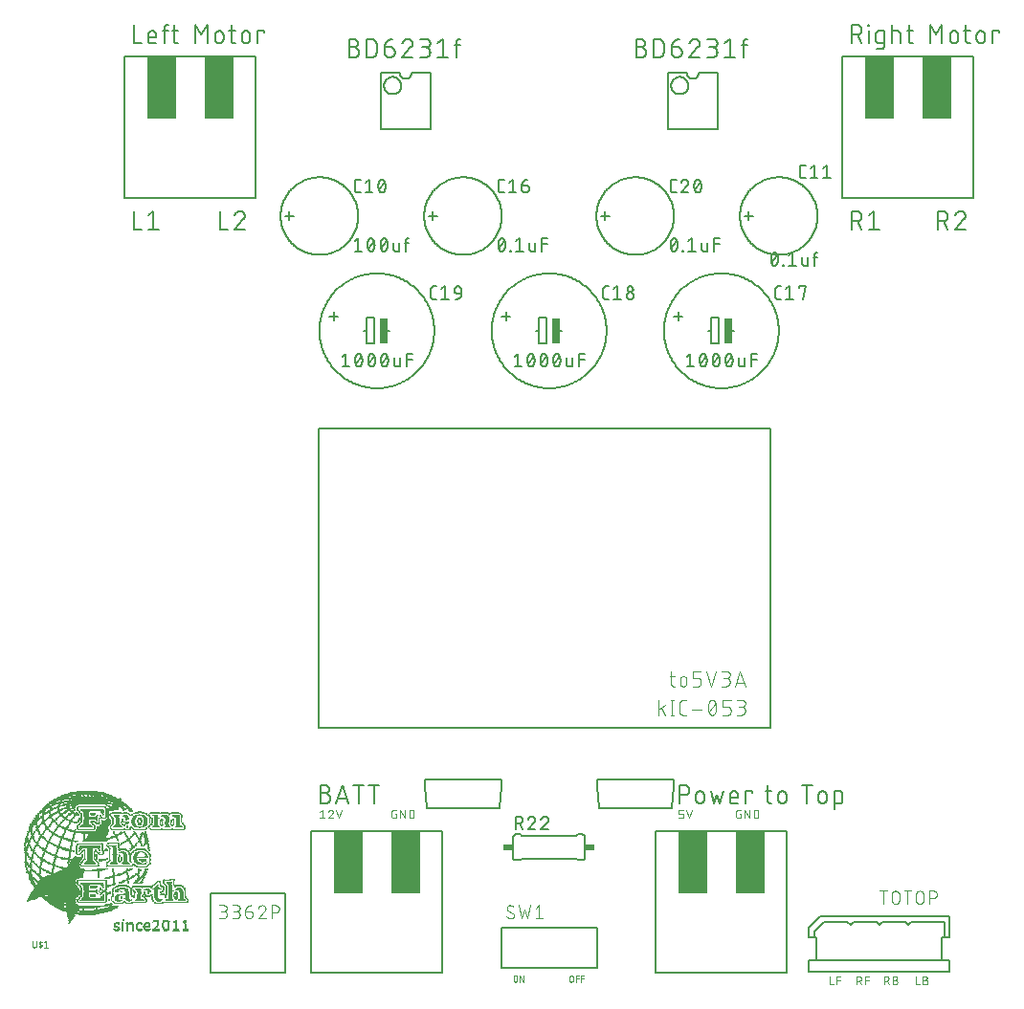
<source format=gbr>
G04 EAGLE Gerber RS-274X export*
G75*
%MOMM*%
%FSLAX34Y34*%
%LPD*%
%INSilkscreen Top*%
%IPPOS*%
%AMOC8*
5,1,8,0,0,1.08239X$1,22.5*%
G01*
%ADD10C,0.152400*%
%ADD11C,0.076200*%
%ADD12C,0.050800*%
%ADD13C,0.127000*%
%ADD14C,0.101600*%
%ADD15R,0.635000X2.286000*%
%ADD16R,0.863600X0.609600*%
%ADD17R,2.540000X5.588000*%
%ADD18R,0.300000X0.060000*%
%ADD19R,0.120000X0.060000*%
%ADD20R,0.240000X0.060000*%
%ADD21R,0.180000X0.060000*%
%ADD22R,0.360000X0.060000*%
%ADD23R,0.660000X0.060000*%
%ADD24R,0.600000X0.060000*%
%ADD25R,0.540000X0.060000*%
%ADD26R,0.480000X0.060000*%
%ADD27R,0.060000X0.060000*%
%ADD28R,0.420000X0.060000*%
%ADD29R,0.720000X0.060000*%
%ADD30R,1.440000X0.060000*%
%ADD31R,2.940000X0.060000*%
%ADD32R,3.180000X0.060000*%
%ADD33R,1.260000X0.060000*%
%ADD34R,1.080000X0.060000*%
%ADD35R,2.520000X0.060000*%
%ADD36R,4.080000X0.060000*%
%ADD37R,4.320000X0.060000*%
%ADD38R,1.620000X0.060000*%
%ADD39R,1.800000X0.060000*%
%ADD40R,1.320000X0.060000*%
%ADD41R,1.920000X0.060000*%
%ADD42R,3.360000X0.060000*%
%ADD43R,0.960000X0.060000*%
%ADD44R,0.840000X0.060000*%
%ADD45R,3.060000X0.060000*%
%ADD46R,3.420000X0.060000*%
%ADD47R,0.900000X0.060000*%
%ADD48R,1.380000X0.060000*%
%ADD49R,1.140000X0.060000*%
%ADD50R,2.340000X0.060000*%
%ADD51R,0.780000X0.060000*%
%ADD52R,2.580000X0.060000*%
%ADD53R,1.500000X0.060000*%
%ADD54R,2.640000X0.060000*%
%ADD55R,2.160000X0.060000*%
%ADD56R,2.760000X0.060000*%
%ADD57R,2.100000X0.060000*%
%ADD58R,2.820000X0.060000*%
%ADD59R,2.040000X0.060000*%
%ADD60R,2.880000X0.060000*%
%ADD61R,1.980000X0.060000*%
%ADD62R,3.000000X0.060000*%
%ADD63R,1.020000X0.060000*%
%ADD64R,3.120000X0.060000*%
%ADD65R,1.560000X0.060000*%
%ADD66R,2.700000X0.060000*%
%ADD67R,4.380000X0.060000*%
%ADD68R,4.260000X0.060000*%
%ADD69R,4.200000X0.060000*%
%ADD70R,4.140000X0.060000*%
%ADD71R,3.960000X0.060000*%
%ADD72R,3.900000X0.060000*%
%ADD73R,1.200000X0.060000*%
%ADD74R,3.540000X0.060000*%
%ADD75R,3.600000X0.060000*%
%ADD76R,3.660000X0.060000*%
%ADD77R,3.300000X0.060000*%
%ADD78R,3.240000X0.060000*%
%ADD79R,2.400000X0.060000*%
%ADD80R,3.780000X0.060000*%
%ADD81R,2.460000X0.060000*%
%ADD82R,2.280000X0.060000*%
%ADD83R,1.740000X0.060000*%
%ADD84R,1.680000X0.060000*%
%ADD85R,3.480000X0.060000*%
%ADD86R,3.840000X0.060000*%
%ADD87R,5.100000X0.060000*%
%ADD88R,3.720000X0.060000*%
%ADD89R,5.220000X0.060000*%
%ADD90R,1.860000X0.060000*%


D10*
X-367538Y690118D02*
X-367538Y673862D01*
X-360313Y673862D01*
X-354542Y686506D02*
X-350026Y690118D01*
X-350026Y673862D01*
X-345511Y673862D02*
X-354542Y673862D01*
X-291338Y673862D02*
X-291338Y690118D01*
X-291338Y673862D02*
X-284113Y673862D01*
X-269311Y686054D02*
X-269313Y686179D01*
X-269319Y686304D01*
X-269328Y686429D01*
X-269342Y686553D01*
X-269359Y686677D01*
X-269380Y686801D01*
X-269405Y686923D01*
X-269434Y687045D01*
X-269466Y687166D01*
X-269502Y687286D01*
X-269542Y687405D01*
X-269585Y687522D01*
X-269632Y687638D01*
X-269683Y687753D01*
X-269737Y687865D01*
X-269795Y687977D01*
X-269855Y688086D01*
X-269920Y688193D01*
X-269987Y688299D01*
X-270058Y688402D01*
X-270132Y688503D01*
X-270209Y688602D01*
X-270289Y688698D01*
X-270372Y688792D01*
X-270457Y688883D01*
X-270546Y688972D01*
X-270637Y689057D01*
X-270731Y689140D01*
X-270827Y689220D01*
X-270926Y689297D01*
X-271027Y689371D01*
X-271130Y689442D01*
X-271236Y689509D01*
X-271343Y689574D01*
X-271452Y689634D01*
X-271564Y689692D01*
X-271676Y689746D01*
X-271791Y689797D01*
X-271907Y689844D01*
X-272024Y689887D01*
X-272143Y689927D01*
X-272263Y689963D01*
X-272384Y689995D01*
X-272506Y690024D01*
X-272628Y690049D01*
X-272752Y690070D01*
X-272876Y690087D01*
X-273000Y690101D01*
X-273125Y690110D01*
X-273250Y690116D01*
X-273375Y690118D01*
X-273518Y690116D01*
X-273660Y690110D01*
X-273803Y690100D01*
X-273945Y690087D01*
X-274086Y690069D01*
X-274228Y690048D01*
X-274368Y690023D01*
X-274508Y689994D01*
X-274647Y689961D01*
X-274785Y689924D01*
X-274922Y689884D01*
X-275057Y689840D01*
X-275192Y689792D01*
X-275325Y689740D01*
X-275457Y689685D01*
X-275587Y689626D01*
X-275715Y689564D01*
X-275842Y689498D01*
X-275967Y689429D01*
X-276090Y689357D01*
X-276211Y689281D01*
X-276329Y689202D01*
X-276446Y689119D01*
X-276560Y689034D01*
X-276672Y688945D01*
X-276781Y688854D01*
X-276888Y688759D01*
X-276993Y688662D01*
X-277094Y688561D01*
X-277193Y688458D01*
X-277289Y688353D01*
X-277382Y688244D01*
X-277472Y688133D01*
X-277559Y688020D01*
X-277643Y687905D01*
X-277723Y687787D01*
X-277801Y687667D01*
X-277875Y687545D01*
X-277945Y687421D01*
X-278013Y687295D01*
X-278076Y687167D01*
X-278137Y687038D01*
X-278194Y686907D01*
X-278247Y686775D01*
X-278296Y686641D01*
X-278342Y686506D01*
X-270666Y682893D02*
X-270572Y682985D01*
X-270482Y683079D01*
X-270394Y683176D01*
X-270309Y683276D01*
X-270227Y683378D01*
X-270148Y683483D01*
X-270073Y683590D01*
X-270001Y683699D01*
X-269932Y683810D01*
X-269866Y683924D01*
X-269804Y684039D01*
X-269745Y684156D01*
X-269690Y684275D01*
X-269639Y684395D01*
X-269591Y684517D01*
X-269546Y684640D01*
X-269506Y684764D01*
X-269469Y684890D01*
X-269436Y685017D01*
X-269407Y685144D01*
X-269381Y685273D01*
X-269360Y685402D01*
X-269342Y685532D01*
X-269329Y685662D01*
X-269319Y685792D01*
X-269313Y685923D01*
X-269311Y686054D01*
X-270665Y682893D02*
X-278342Y673862D01*
X-269311Y673862D01*
X267462Y673862D02*
X267462Y690118D01*
X271978Y690118D01*
X272111Y690116D01*
X272243Y690110D01*
X272375Y690100D01*
X272507Y690087D01*
X272639Y690069D01*
X272769Y690048D01*
X272900Y690023D01*
X273029Y689994D01*
X273157Y689961D01*
X273285Y689925D01*
X273411Y689885D01*
X273536Y689841D01*
X273660Y689793D01*
X273782Y689742D01*
X273903Y689687D01*
X274022Y689629D01*
X274140Y689567D01*
X274255Y689502D01*
X274369Y689433D01*
X274480Y689362D01*
X274589Y689286D01*
X274696Y689208D01*
X274801Y689127D01*
X274903Y689042D01*
X275003Y688955D01*
X275100Y688865D01*
X275195Y688772D01*
X275286Y688676D01*
X275375Y688578D01*
X275461Y688477D01*
X275544Y688373D01*
X275624Y688267D01*
X275700Y688159D01*
X275774Y688049D01*
X275844Y687936D01*
X275911Y687822D01*
X275974Y687705D01*
X276034Y687587D01*
X276091Y687467D01*
X276144Y687345D01*
X276193Y687222D01*
X276239Y687098D01*
X276281Y686972D01*
X276319Y686845D01*
X276354Y686717D01*
X276385Y686588D01*
X276412Y686459D01*
X276435Y686328D01*
X276455Y686197D01*
X276470Y686065D01*
X276482Y685933D01*
X276490Y685801D01*
X276494Y685668D01*
X276494Y685536D01*
X276490Y685403D01*
X276482Y685271D01*
X276470Y685139D01*
X276455Y685007D01*
X276435Y684876D01*
X276412Y684745D01*
X276385Y684616D01*
X276354Y684487D01*
X276319Y684359D01*
X276281Y684232D01*
X276239Y684106D01*
X276193Y683982D01*
X276144Y683859D01*
X276091Y683737D01*
X276034Y683617D01*
X275974Y683499D01*
X275911Y683382D01*
X275844Y683268D01*
X275774Y683155D01*
X275700Y683045D01*
X275624Y682937D01*
X275544Y682831D01*
X275461Y682727D01*
X275375Y682626D01*
X275286Y682528D01*
X275195Y682432D01*
X275100Y682339D01*
X275003Y682249D01*
X274903Y682162D01*
X274801Y682077D01*
X274696Y681996D01*
X274589Y681918D01*
X274480Y681842D01*
X274369Y681771D01*
X274255Y681702D01*
X274140Y681637D01*
X274022Y681575D01*
X273903Y681517D01*
X273782Y681462D01*
X273660Y681411D01*
X273536Y681363D01*
X273411Y681319D01*
X273285Y681279D01*
X273157Y681243D01*
X273029Y681210D01*
X272900Y681181D01*
X272769Y681156D01*
X272639Y681135D01*
X272507Y681117D01*
X272375Y681104D01*
X272243Y681094D01*
X272111Y681088D01*
X271978Y681086D01*
X271978Y681087D02*
X267462Y681087D01*
X272881Y681087D02*
X276493Y673862D01*
X283002Y686506D02*
X287517Y690118D01*
X287517Y673862D01*
X283002Y673862D02*
X292033Y673862D01*
X343662Y673862D02*
X343662Y690118D01*
X348178Y690118D01*
X348311Y690116D01*
X348443Y690110D01*
X348575Y690100D01*
X348707Y690087D01*
X348839Y690069D01*
X348969Y690048D01*
X349100Y690023D01*
X349229Y689994D01*
X349357Y689961D01*
X349485Y689925D01*
X349611Y689885D01*
X349736Y689841D01*
X349860Y689793D01*
X349982Y689742D01*
X350103Y689687D01*
X350222Y689629D01*
X350340Y689567D01*
X350455Y689502D01*
X350569Y689433D01*
X350680Y689362D01*
X350789Y689286D01*
X350896Y689208D01*
X351001Y689127D01*
X351103Y689042D01*
X351203Y688955D01*
X351300Y688865D01*
X351395Y688772D01*
X351486Y688676D01*
X351575Y688578D01*
X351661Y688477D01*
X351744Y688373D01*
X351824Y688267D01*
X351900Y688159D01*
X351974Y688049D01*
X352044Y687936D01*
X352111Y687822D01*
X352174Y687705D01*
X352234Y687587D01*
X352291Y687467D01*
X352344Y687345D01*
X352393Y687222D01*
X352439Y687098D01*
X352481Y686972D01*
X352519Y686845D01*
X352554Y686717D01*
X352585Y686588D01*
X352612Y686459D01*
X352635Y686328D01*
X352655Y686197D01*
X352670Y686065D01*
X352682Y685933D01*
X352690Y685801D01*
X352694Y685668D01*
X352694Y685536D01*
X352690Y685403D01*
X352682Y685271D01*
X352670Y685139D01*
X352655Y685007D01*
X352635Y684876D01*
X352612Y684745D01*
X352585Y684616D01*
X352554Y684487D01*
X352519Y684359D01*
X352481Y684232D01*
X352439Y684106D01*
X352393Y683982D01*
X352344Y683859D01*
X352291Y683737D01*
X352234Y683617D01*
X352174Y683499D01*
X352111Y683382D01*
X352044Y683268D01*
X351974Y683155D01*
X351900Y683045D01*
X351824Y682937D01*
X351744Y682831D01*
X351661Y682727D01*
X351575Y682626D01*
X351486Y682528D01*
X351395Y682432D01*
X351300Y682339D01*
X351203Y682249D01*
X351103Y682162D01*
X351001Y682077D01*
X350896Y681996D01*
X350789Y681918D01*
X350680Y681842D01*
X350569Y681771D01*
X350455Y681702D01*
X350340Y681637D01*
X350222Y681575D01*
X350103Y681517D01*
X349982Y681462D01*
X349860Y681411D01*
X349736Y681363D01*
X349611Y681319D01*
X349485Y681279D01*
X349357Y681243D01*
X349229Y681210D01*
X349100Y681181D01*
X348969Y681156D01*
X348839Y681135D01*
X348707Y681117D01*
X348575Y681104D01*
X348443Y681094D01*
X348311Y681088D01*
X348178Y681086D01*
X348178Y681087D02*
X343662Y681087D01*
X349081Y681087D02*
X352693Y673862D01*
X368233Y686054D02*
X368231Y686179D01*
X368225Y686304D01*
X368216Y686429D01*
X368202Y686553D01*
X368185Y686677D01*
X368164Y686801D01*
X368139Y686923D01*
X368110Y687045D01*
X368078Y687166D01*
X368042Y687286D01*
X368002Y687405D01*
X367959Y687522D01*
X367912Y687638D01*
X367861Y687753D01*
X367807Y687865D01*
X367749Y687977D01*
X367689Y688086D01*
X367624Y688193D01*
X367557Y688299D01*
X367486Y688402D01*
X367412Y688503D01*
X367335Y688602D01*
X367255Y688698D01*
X367172Y688792D01*
X367087Y688883D01*
X366998Y688972D01*
X366907Y689057D01*
X366813Y689140D01*
X366717Y689220D01*
X366618Y689297D01*
X366517Y689371D01*
X366414Y689442D01*
X366308Y689509D01*
X366201Y689574D01*
X366092Y689634D01*
X365980Y689692D01*
X365868Y689746D01*
X365753Y689797D01*
X365637Y689844D01*
X365520Y689887D01*
X365401Y689927D01*
X365281Y689963D01*
X365160Y689995D01*
X365038Y690024D01*
X364916Y690049D01*
X364792Y690070D01*
X364668Y690087D01*
X364544Y690101D01*
X364419Y690110D01*
X364294Y690116D01*
X364169Y690118D01*
X364026Y690116D01*
X363884Y690110D01*
X363741Y690100D01*
X363599Y690087D01*
X363458Y690069D01*
X363316Y690048D01*
X363176Y690023D01*
X363036Y689994D01*
X362897Y689961D01*
X362759Y689924D01*
X362622Y689884D01*
X362487Y689840D01*
X362352Y689792D01*
X362219Y689740D01*
X362087Y689685D01*
X361957Y689626D01*
X361829Y689564D01*
X361702Y689498D01*
X361577Y689429D01*
X361454Y689357D01*
X361334Y689281D01*
X361215Y689202D01*
X361098Y689119D01*
X360984Y689034D01*
X360872Y688945D01*
X360763Y688854D01*
X360656Y688759D01*
X360551Y688662D01*
X360450Y688561D01*
X360351Y688458D01*
X360255Y688353D01*
X360162Y688244D01*
X360072Y688133D01*
X359985Y688020D01*
X359901Y687905D01*
X359821Y687787D01*
X359743Y687667D01*
X359669Y687545D01*
X359599Y687421D01*
X359531Y687295D01*
X359468Y687167D01*
X359407Y687038D01*
X359350Y686907D01*
X359297Y686775D01*
X359248Y686641D01*
X359202Y686506D01*
X366878Y682893D02*
X366972Y682985D01*
X367062Y683079D01*
X367150Y683176D01*
X367235Y683276D01*
X367317Y683378D01*
X367396Y683483D01*
X367471Y683590D01*
X367543Y683699D01*
X367612Y683810D01*
X367678Y683924D01*
X367740Y684039D01*
X367799Y684156D01*
X367854Y684275D01*
X367905Y684395D01*
X367953Y684517D01*
X367998Y684640D01*
X368038Y684764D01*
X368075Y684890D01*
X368108Y685017D01*
X368137Y685144D01*
X368163Y685273D01*
X368184Y685402D01*
X368202Y685532D01*
X368215Y685662D01*
X368225Y685792D01*
X368231Y685923D01*
X368233Y686054D01*
X366878Y682893D02*
X359202Y673862D01*
X368233Y673862D01*
D11*
X248031Y12827D02*
X248031Y5461D01*
X251305Y5461D01*
X254371Y5461D02*
X254371Y12827D01*
X257645Y12827D01*
X257645Y9553D02*
X254371Y9553D01*
X272161Y12827D02*
X272161Y5461D01*
X272161Y12827D02*
X274207Y12827D01*
X274296Y12825D01*
X274385Y12819D01*
X274474Y12809D01*
X274562Y12796D01*
X274650Y12779D01*
X274737Y12757D01*
X274822Y12732D01*
X274907Y12704D01*
X274990Y12671D01*
X275072Y12635D01*
X275152Y12596D01*
X275230Y12553D01*
X275306Y12507D01*
X275381Y12457D01*
X275453Y12404D01*
X275522Y12348D01*
X275589Y12289D01*
X275654Y12228D01*
X275715Y12163D01*
X275774Y12096D01*
X275830Y12027D01*
X275883Y11955D01*
X275933Y11880D01*
X275979Y11804D01*
X276022Y11726D01*
X276061Y11646D01*
X276097Y11564D01*
X276130Y11481D01*
X276158Y11396D01*
X276183Y11311D01*
X276205Y11224D01*
X276222Y11136D01*
X276235Y11048D01*
X276245Y10959D01*
X276251Y10870D01*
X276253Y10781D01*
X276251Y10692D01*
X276245Y10603D01*
X276235Y10514D01*
X276222Y10426D01*
X276205Y10338D01*
X276183Y10251D01*
X276158Y10166D01*
X276130Y10081D01*
X276097Y9998D01*
X276061Y9916D01*
X276022Y9836D01*
X275979Y9758D01*
X275933Y9682D01*
X275883Y9607D01*
X275830Y9535D01*
X275774Y9466D01*
X275715Y9399D01*
X275654Y9334D01*
X275589Y9273D01*
X275522Y9214D01*
X275453Y9158D01*
X275381Y9105D01*
X275306Y9055D01*
X275230Y9009D01*
X275152Y8966D01*
X275072Y8927D01*
X274990Y8891D01*
X274907Y8858D01*
X274822Y8830D01*
X274737Y8805D01*
X274650Y8783D01*
X274562Y8766D01*
X274474Y8753D01*
X274385Y8743D01*
X274296Y8737D01*
X274207Y8735D01*
X272161Y8735D01*
X274616Y8735D02*
X276253Y5461D01*
X279685Y5461D02*
X279685Y12827D01*
X282958Y12827D01*
X282958Y9553D02*
X279685Y9553D01*
X296291Y12827D02*
X296291Y5461D01*
X296291Y12827D02*
X298337Y12827D01*
X298426Y12825D01*
X298515Y12819D01*
X298604Y12809D01*
X298692Y12796D01*
X298780Y12779D01*
X298867Y12757D01*
X298952Y12732D01*
X299037Y12704D01*
X299120Y12671D01*
X299202Y12635D01*
X299282Y12596D01*
X299360Y12553D01*
X299436Y12507D01*
X299511Y12457D01*
X299583Y12404D01*
X299652Y12348D01*
X299719Y12289D01*
X299784Y12228D01*
X299845Y12163D01*
X299904Y12096D01*
X299960Y12027D01*
X300013Y11955D01*
X300063Y11880D01*
X300109Y11804D01*
X300152Y11726D01*
X300191Y11646D01*
X300227Y11564D01*
X300260Y11481D01*
X300288Y11396D01*
X300313Y11311D01*
X300335Y11224D01*
X300352Y11136D01*
X300365Y11048D01*
X300375Y10959D01*
X300381Y10870D01*
X300383Y10781D01*
X300381Y10692D01*
X300375Y10603D01*
X300365Y10514D01*
X300352Y10426D01*
X300335Y10338D01*
X300313Y10251D01*
X300288Y10166D01*
X300260Y10081D01*
X300227Y9998D01*
X300191Y9916D01*
X300152Y9836D01*
X300109Y9758D01*
X300063Y9682D01*
X300013Y9607D01*
X299960Y9535D01*
X299904Y9466D01*
X299845Y9399D01*
X299784Y9334D01*
X299719Y9273D01*
X299652Y9214D01*
X299583Y9158D01*
X299511Y9105D01*
X299436Y9055D01*
X299360Y9009D01*
X299282Y8966D01*
X299202Y8927D01*
X299120Y8891D01*
X299037Y8858D01*
X298952Y8830D01*
X298867Y8805D01*
X298780Y8783D01*
X298692Y8766D01*
X298604Y8753D01*
X298515Y8743D01*
X298426Y8737D01*
X298337Y8735D01*
X296291Y8735D01*
X298746Y8735D02*
X300383Y5461D01*
X303917Y9553D02*
X305963Y9553D01*
X306052Y9551D01*
X306141Y9545D01*
X306230Y9535D01*
X306318Y9522D01*
X306406Y9505D01*
X306493Y9483D01*
X306578Y9458D01*
X306663Y9430D01*
X306746Y9397D01*
X306828Y9361D01*
X306908Y9322D01*
X306986Y9279D01*
X307062Y9233D01*
X307137Y9183D01*
X307209Y9130D01*
X307278Y9074D01*
X307345Y9015D01*
X307410Y8954D01*
X307471Y8889D01*
X307530Y8822D01*
X307586Y8753D01*
X307639Y8681D01*
X307689Y8606D01*
X307735Y8530D01*
X307778Y8452D01*
X307817Y8372D01*
X307853Y8290D01*
X307886Y8207D01*
X307914Y8122D01*
X307939Y8037D01*
X307961Y7950D01*
X307978Y7862D01*
X307991Y7774D01*
X308001Y7685D01*
X308007Y7596D01*
X308009Y7507D01*
X308007Y7418D01*
X308001Y7329D01*
X307991Y7240D01*
X307978Y7152D01*
X307961Y7064D01*
X307939Y6977D01*
X307914Y6892D01*
X307886Y6807D01*
X307853Y6724D01*
X307817Y6642D01*
X307778Y6562D01*
X307735Y6484D01*
X307689Y6408D01*
X307639Y6333D01*
X307586Y6261D01*
X307530Y6192D01*
X307471Y6125D01*
X307410Y6060D01*
X307345Y5999D01*
X307278Y5940D01*
X307209Y5884D01*
X307137Y5831D01*
X307062Y5781D01*
X306986Y5735D01*
X306908Y5692D01*
X306828Y5653D01*
X306746Y5617D01*
X306663Y5584D01*
X306578Y5556D01*
X306493Y5531D01*
X306406Y5509D01*
X306318Y5492D01*
X306230Y5479D01*
X306141Y5469D01*
X306052Y5463D01*
X305963Y5461D01*
X303917Y5461D01*
X303917Y12827D01*
X305963Y12827D01*
X306042Y12825D01*
X306121Y12819D01*
X306200Y12810D01*
X306278Y12797D01*
X306355Y12779D01*
X306431Y12759D01*
X306506Y12734D01*
X306580Y12706D01*
X306653Y12675D01*
X306724Y12639D01*
X306793Y12601D01*
X306860Y12559D01*
X306925Y12514D01*
X306988Y12466D01*
X307049Y12415D01*
X307106Y12361D01*
X307162Y12305D01*
X307214Y12246D01*
X307264Y12184D01*
X307310Y12120D01*
X307354Y12054D01*
X307394Y11986D01*
X307430Y11916D01*
X307464Y11844D01*
X307494Y11770D01*
X307520Y11696D01*
X307543Y11620D01*
X307561Y11543D01*
X307577Y11466D01*
X307588Y11387D01*
X307596Y11309D01*
X307600Y11230D01*
X307600Y11150D01*
X307596Y11071D01*
X307588Y10993D01*
X307577Y10914D01*
X307561Y10837D01*
X307543Y10760D01*
X307520Y10684D01*
X307494Y10610D01*
X307464Y10536D01*
X307430Y10464D01*
X307394Y10394D01*
X307354Y10326D01*
X307310Y10260D01*
X307264Y10196D01*
X307214Y10134D01*
X307162Y10075D01*
X307106Y10019D01*
X307049Y9965D01*
X306988Y9914D01*
X306925Y9866D01*
X306860Y9821D01*
X306793Y9779D01*
X306724Y9741D01*
X306653Y9705D01*
X306580Y9674D01*
X306506Y9646D01*
X306431Y9621D01*
X306355Y9601D01*
X306278Y9583D01*
X306200Y9570D01*
X306121Y9561D01*
X306042Y9555D01*
X305963Y9553D01*
X324231Y12827D02*
X324231Y5461D01*
X327505Y5461D01*
X330673Y9553D02*
X332719Y9553D01*
X332808Y9551D01*
X332897Y9545D01*
X332986Y9535D01*
X333074Y9522D01*
X333162Y9505D01*
X333249Y9483D01*
X333334Y9458D01*
X333419Y9430D01*
X333502Y9397D01*
X333584Y9361D01*
X333664Y9322D01*
X333742Y9279D01*
X333818Y9233D01*
X333893Y9183D01*
X333965Y9130D01*
X334034Y9074D01*
X334101Y9015D01*
X334166Y8954D01*
X334227Y8889D01*
X334286Y8822D01*
X334342Y8753D01*
X334395Y8681D01*
X334445Y8606D01*
X334491Y8530D01*
X334534Y8452D01*
X334573Y8372D01*
X334609Y8290D01*
X334642Y8207D01*
X334670Y8122D01*
X334695Y8037D01*
X334717Y7950D01*
X334734Y7862D01*
X334747Y7774D01*
X334757Y7685D01*
X334763Y7596D01*
X334765Y7507D01*
X334763Y7418D01*
X334757Y7329D01*
X334747Y7240D01*
X334734Y7152D01*
X334717Y7064D01*
X334695Y6977D01*
X334670Y6892D01*
X334642Y6807D01*
X334609Y6724D01*
X334573Y6642D01*
X334534Y6562D01*
X334491Y6484D01*
X334445Y6408D01*
X334395Y6333D01*
X334342Y6261D01*
X334286Y6192D01*
X334227Y6125D01*
X334166Y6060D01*
X334101Y5999D01*
X334034Y5940D01*
X333965Y5884D01*
X333893Y5831D01*
X333818Y5781D01*
X333742Y5735D01*
X333664Y5692D01*
X333584Y5653D01*
X333502Y5617D01*
X333419Y5584D01*
X333334Y5556D01*
X333249Y5531D01*
X333162Y5509D01*
X333074Y5492D01*
X332986Y5479D01*
X332897Y5469D01*
X332808Y5463D01*
X332719Y5461D01*
X330673Y5461D01*
X330673Y12827D01*
X332719Y12827D01*
X332798Y12825D01*
X332877Y12819D01*
X332956Y12810D01*
X333034Y12797D01*
X333111Y12779D01*
X333187Y12759D01*
X333262Y12734D01*
X333336Y12706D01*
X333409Y12675D01*
X333480Y12639D01*
X333549Y12601D01*
X333616Y12559D01*
X333681Y12514D01*
X333744Y12466D01*
X333805Y12415D01*
X333862Y12361D01*
X333918Y12305D01*
X333970Y12246D01*
X334020Y12184D01*
X334066Y12120D01*
X334110Y12054D01*
X334150Y11986D01*
X334186Y11916D01*
X334220Y11844D01*
X334250Y11770D01*
X334276Y11696D01*
X334299Y11620D01*
X334317Y11543D01*
X334333Y11466D01*
X334344Y11387D01*
X334352Y11309D01*
X334356Y11230D01*
X334356Y11150D01*
X334352Y11071D01*
X334344Y10993D01*
X334333Y10914D01*
X334317Y10837D01*
X334299Y10760D01*
X334276Y10684D01*
X334250Y10610D01*
X334220Y10536D01*
X334186Y10464D01*
X334150Y10394D01*
X334110Y10326D01*
X334066Y10260D01*
X334020Y10196D01*
X333970Y10134D01*
X333918Y10075D01*
X333862Y10019D01*
X333805Y9965D01*
X333744Y9914D01*
X333681Y9866D01*
X333616Y9821D01*
X333549Y9779D01*
X333480Y9741D01*
X333409Y9705D01*
X333336Y9674D01*
X333262Y9646D01*
X333187Y9621D01*
X333111Y9601D01*
X333034Y9583D01*
X332956Y9570D01*
X332877Y9561D01*
X332798Y9555D01*
X332719Y9553D01*
X-200773Y160147D02*
X-202819Y158510D01*
X-200773Y160147D02*
X-200773Y152781D01*
X-202819Y152781D02*
X-198727Y152781D01*
X-191411Y158306D02*
X-191413Y158391D01*
X-191419Y158476D01*
X-191429Y158560D01*
X-191442Y158644D01*
X-191460Y158728D01*
X-191481Y158810D01*
X-191506Y158891D01*
X-191535Y158971D01*
X-191568Y159050D01*
X-191604Y159127D01*
X-191644Y159202D01*
X-191687Y159276D01*
X-191733Y159347D01*
X-191783Y159416D01*
X-191836Y159483D01*
X-191892Y159547D01*
X-191951Y159608D01*
X-192012Y159667D01*
X-192076Y159723D01*
X-192143Y159776D01*
X-192212Y159826D01*
X-192283Y159872D01*
X-192357Y159915D01*
X-192432Y159955D01*
X-192509Y159991D01*
X-192588Y160024D01*
X-192668Y160053D01*
X-192749Y160078D01*
X-192831Y160099D01*
X-192915Y160117D01*
X-192999Y160130D01*
X-193083Y160140D01*
X-193168Y160146D01*
X-193253Y160148D01*
X-193253Y160147D02*
X-193349Y160145D01*
X-193445Y160139D01*
X-193540Y160129D01*
X-193635Y160116D01*
X-193730Y160098D01*
X-193823Y160077D01*
X-193916Y160052D01*
X-194007Y160023D01*
X-194098Y159991D01*
X-194187Y159955D01*
X-194274Y159915D01*
X-194360Y159872D01*
X-194444Y159826D01*
X-194526Y159776D01*
X-194606Y159722D01*
X-194683Y159666D01*
X-194758Y159606D01*
X-194831Y159544D01*
X-194901Y159478D01*
X-194969Y159410D01*
X-195034Y159339D01*
X-195095Y159266D01*
X-195154Y159190D01*
X-195210Y159111D01*
X-195262Y159031D01*
X-195311Y158948D01*
X-195357Y158864D01*
X-195399Y158778D01*
X-195437Y158690D01*
X-195472Y158601D01*
X-195504Y158510D01*
X-192025Y156874D02*
X-191965Y156933D01*
X-191908Y156995D01*
X-191853Y157059D01*
X-191802Y157126D01*
X-191753Y157195D01*
X-191707Y157265D01*
X-191664Y157338D01*
X-191624Y157412D01*
X-191588Y157488D01*
X-191555Y157566D01*
X-191525Y157645D01*
X-191498Y157725D01*
X-191475Y157806D01*
X-191456Y157888D01*
X-191440Y157970D01*
X-191427Y158054D01*
X-191418Y158138D01*
X-191413Y158222D01*
X-191411Y158306D01*
X-192025Y156873D02*
X-195504Y152781D01*
X-191412Y152781D01*
X-186143Y152781D02*
X-188598Y160147D01*
X-183687Y160147D02*
X-186143Y152781D01*
X-136454Y156873D02*
X-135227Y156873D01*
X-135227Y152781D01*
X-137682Y152781D01*
X-137760Y152783D01*
X-137838Y152788D01*
X-137915Y152798D01*
X-137992Y152811D01*
X-138068Y152827D01*
X-138143Y152847D01*
X-138217Y152871D01*
X-138290Y152898D01*
X-138362Y152929D01*
X-138432Y152963D01*
X-138501Y153000D01*
X-138567Y153041D01*
X-138632Y153085D01*
X-138694Y153131D01*
X-138754Y153181D01*
X-138812Y153233D01*
X-138867Y153288D01*
X-138919Y153346D01*
X-138969Y153406D01*
X-139015Y153468D01*
X-139059Y153533D01*
X-139100Y153600D01*
X-139137Y153668D01*
X-139171Y153738D01*
X-139202Y153810D01*
X-139229Y153883D01*
X-139253Y153957D01*
X-139273Y154032D01*
X-139289Y154108D01*
X-139302Y154185D01*
X-139312Y154262D01*
X-139317Y154340D01*
X-139319Y154418D01*
X-139319Y158510D01*
X-139317Y158588D01*
X-139312Y158666D01*
X-139302Y158743D01*
X-139289Y158820D01*
X-139273Y158896D01*
X-139253Y158971D01*
X-139229Y159045D01*
X-139202Y159118D01*
X-139171Y159190D01*
X-139137Y159260D01*
X-139100Y159329D01*
X-139059Y159395D01*
X-139015Y159460D01*
X-138969Y159522D01*
X-138919Y159582D01*
X-138867Y159640D01*
X-138812Y159695D01*
X-138754Y159747D01*
X-138694Y159797D01*
X-138632Y159843D01*
X-138567Y159887D01*
X-138501Y159928D01*
X-138432Y159965D01*
X-138362Y159999D01*
X-138290Y160030D01*
X-138217Y160057D01*
X-138143Y160081D01*
X-138068Y160101D01*
X-137992Y160117D01*
X-137915Y160130D01*
X-137838Y160140D01*
X-137760Y160145D01*
X-137682Y160147D01*
X-135227Y160147D01*
X-131516Y160147D02*
X-131516Y152781D01*
X-127424Y152781D02*
X-131516Y160147D01*
X-127424Y160147D02*
X-127424Y152781D01*
X-123713Y152781D02*
X-123713Y160147D01*
X-121667Y160147D01*
X-121578Y160145D01*
X-121489Y160139D01*
X-121400Y160129D01*
X-121312Y160116D01*
X-121224Y160099D01*
X-121137Y160077D01*
X-121052Y160052D01*
X-120967Y160024D01*
X-120884Y159991D01*
X-120802Y159955D01*
X-120722Y159916D01*
X-120644Y159873D01*
X-120568Y159827D01*
X-120493Y159777D01*
X-120421Y159724D01*
X-120352Y159668D01*
X-120285Y159609D01*
X-120220Y159548D01*
X-120159Y159483D01*
X-120100Y159416D01*
X-120044Y159347D01*
X-119991Y159275D01*
X-119941Y159200D01*
X-119895Y159124D01*
X-119852Y159046D01*
X-119813Y158966D01*
X-119777Y158884D01*
X-119744Y158801D01*
X-119716Y158716D01*
X-119691Y158631D01*
X-119669Y158544D01*
X-119652Y158456D01*
X-119639Y158368D01*
X-119629Y158279D01*
X-119623Y158190D01*
X-119621Y158101D01*
X-119621Y154827D01*
X-119623Y154738D01*
X-119629Y154649D01*
X-119639Y154560D01*
X-119652Y154472D01*
X-119669Y154384D01*
X-119691Y154297D01*
X-119716Y154212D01*
X-119744Y154127D01*
X-119777Y154044D01*
X-119813Y153962D01*
X-119852Y153882D01*
X-119895Y153804D01*
X-119941Y153728D01*
X-119991Y153653D01*
X-120044Y153581D01*
X-120100Y153512D01*
X-120159Y153445D01*
X-120220Y153380D01*
X-120285Y153319D01*
X-120352Y153260D01*
X-120421Y153204D01*
X-120493Y153151D01*
X-120568Y153101D01*
X-120644Y153055D01*
X-120722Y153012D01*
X-120802Y152973D01*
X-120884Y152937D01*
X-120967Y152904D01*
X-121052Y152876D01*
X-121137Y152851D01*
X-121224Y152829D01*
X-121312Y152812D01*
X-121400Y152799D01*
X-121489Y152789D01*
X-121578Y152783D01*
X-121667Y152781D01*
X-123713Y152781D01*
X168346Y156873D02*
X169573Y156873D01*
X169573Y152781D01*
X167118Y152781D01*
X167040Y152783D01*
X166962Y152788D01*
X166885Y152798D01*
X166808Y152811D01*
X166732Y152827D01*
X166657Y152847D01*
X166583Y152871D01*
X166510Y152898D01*
X166438Y152929D01*
X166368Y152963D01*
X166300Y153000D01*
X166233Y153041D01*
X166168Y153085D01*
X166106Y153131D01*
X166046Y153181D01*
X165988Y153233D01*
X165933Y153288D01*
X165881Y153346D01*
X165831Y153406D01*
X165785Y153468D01*
X165741Y153533D01*
X165700Y153600D01*
X165663Y153668D01*
X165629Y153738D01*
X165598Y153810D01*
X165571Y153883D01*
X165547Y153957D01*
X165527Y154032D01*
X165511Y154108D01*
X165498Y154185D01*
X165488Y154262D01*
X165483Y154340D01*
X165481Y154418D01*
X165481Y158510D01*
X165483Y158590D01*
X165489Y158670D01*
X165499Y158750D01*
X165512Y158829D01*
X165530Y158908D01*
X165551Y158985D01*
X165577Y159061D01*
X165606Y159136D01*
X165638Y159210D01*
X165674Y159282D01*
X165714Y159352D01*
X165757Y159419D01*
X165803Y159485D01*
X165853Y159548D01*
X165905Y159609D01*
X165960Y159668D01*
X166019Y159723D01*
X166079Y159775D01*
X166143Y159825D01*
X166209Y159871D01*
X166276Y159914D01*
X166346Y159954D01*
X166418Y159990D01*
X166492Y160022D01*
X166566Y160051D01*
X166643Y160077D01*
X166720Y160098D01*
X166799Y160116D01*
X166878Y160129D01*
X166958Y160139D01*
X167038Y160145D01*
X167118Y160147D01*
X169573Y160147D01*
X173284Y160147D02*
X173284Y152781D01*
X177376Y152781D02*
X173284Y160147D01*
X177376Y160147D02*
X177376Y152781D01*
X181087Y152781D02*
X181087Y160147D01*
X183133Y160147D01*
X183222Y160145D01*
X183311Y160139D01*
X183400Y160129D01*
X183488Y160116D01*
X183576Y160099D01*
X183663Y160077D01*
X183748Y160052D01*
X183833Y160024D01*
X183916Y159991D01*
X183998Y159955D01*
X184078Y159916D01*
X184156Y159873D01*
X184232Y159827D01*
X184307Y159777D01*
X184379Y159724D01*
X184448Y159668D01*
X184515Y159609D01*
X184580Y159548D01*
X184641Y159483D01*
X184700Y159416D01*
X184756Y159347D01*
X184809Y159275D01*
X184859Y159200D01*
X184905Y159124D01*
X184948Y159046D01*
X184987Y158966D01*
X185023Y158884D01*
X185056Y158801D01*
X185084Y158716D01*
X185109Y158631D01*
X185131Y158544D01*
X185148Y158456D01*
X185161Y158368D01*
X185171Y158279D01*
X185177Y158190D01*
X185179Y158101D01*
X185179Y154827D01*
X185177Y154738D01*
X185171Y154649D01*
X185161Y154560D01*
X185148Y154472D01*
X185131Y154384D01*
X185109Y154297D01*
X185084Y154212D01*
X185056Y154127D01*
X185023Y154044D01*
X184987Y153962D01*
X184948Y153882D01*
X184905Y153804D01*
X184859Y153728D01*
X184809Y153653D01*
X184756Y153581D01*
X184700Y153512D01*
X184641Y153445D01*
X184580Y153380D01*
X184515Y153319D01*
X184448Y153260D01*
X184379Y153204D01*
X184307Y153151D01*
X184232Y153101D01*
X184156Y153055D01*
X184078Y153012D01*
X183998Y152973D01*
X183916Y152937D01*
X183833Y152904D01*
X183748Y152876D01*
X183663Y152851D01*
X183576Y152829D01*
X183488Y152812D01*
X183400Y152799D01*
X183311Y152789D01*
X183222Y152783D01*
X183133Y152781D01*
X181087Y152781D01*
X117136Y152781D02*
X114681Y152781D01*
X117136Y152781D02*
X117214Y152783D01*
X117292Y152788D01*
X117369Y152798D01*
X117446Y152811D01*
X117522Y152827D01*
X117597Y152847D01*
X117671Y152871D01*
X117744Y152898D01*
X117816Y152929D01*
X117886Y152963D01*
X117955Y153000D01*
X118021Y153041D01*
X118086Y153085D01*
X118148Y153131D01*
X118208Y153181D01*
X118266Y153233D01*
X118321Y153288D01*
X118373Y153346D01*
X118423Y153406D01*
X118469Y153468D01*
X118513Y153533D01*
X118554Y153600D01*
X118591Y153668D01*
X118625Y153738D01*
X118656Y153810D01*
X118683Y153883D01*
X118707Y153957D01*
X118727Y154032D01*
X118743Y154108D01*
X118756Y154185D01*
X118766Y154262D01*
X118771Y154340D01*
X118773Y154418D01*
X118773Y155236D01*
X118771Y155314D01*
X118766Y155392D01*
X118756Y155469D01*
X118743Y155546D01*
X118727Y155622D01*
X118707Y155697D01*
X118683Y155771D01*
X118656Y155844D01*
X118625Y155916D01*
X118591Y155986D01*
X118554Y156055D01*
X118513Y156121D01*
X118469Y156186D01*
X118423Y156248D01*
X118373Y156308D01*
X118321Y156366D01*
X118266Y156421D01*
X118208Y156473D01*
X118148Y156523D01*
X118086Y156569D01*
X118021Y156613D01*
X117955Y156654D01*
X117886Y156691D01*
X117816Y156725D01*
X117744Y156756D01*
X117671Y156783D01*
X117597Y156807D01*
X117522Y156827D01*
X117446Y156843D01*
X117369Y156856D01*
X117292Y156866D01*
X117214Y156871D01*
X117136Y156873D01*
X114681Y156873D01*
X114681Y160147D01*
X118773Y160147D01*
X121587Y160147D02*
X124042Y152781D01*
X126498Y160147D01*
D10*
X-197922Y174893D02*
X-202438Y174893D01*
X-197922Y174894D02*
X-197789Y174892D01*
X-197657Y174886D01*
X-197525Y174876D01*
X-197393Y174863D01*
X-197261Y174845D01*
X-197131Y174824D01*
X-197000Y174799D01*
X-196871Y174770D01*
X-196743Y174737D01*
X-196615Y174701D01*
X-196489Y174661D01*
X-196364Y174617D01*
X-196240Y174569D01*
X-196118Y174518D01*
X-195997Y174463D01*
X-195878Y174405D01*
X-195760Y174343D01*
X-195645Y174278D01*
X-195531Y174209D01*
X-195420Y174138D01*
X-195311Y174062D01*
X-195204Y173984D01*
X-195099Y173903D01*
X-194997Y173818D01*
X-194897Y173731D01*
X-194800Y173641D01*
X-194705Y173548D01*
X-194614Y173452D01*
X-194525Y173354D01*
X-194439Y173253D01*
X-194356Y173149D01*
X-194276Y173043D01*
X-194200Y172935D01*
X-194126Y172825D01*
X-194056Y172712D01*
X-193989Y172598D01*
X-193926Y172481D01*
X-193866Y172363D01*
X-193809Y172243D01*
X-193756Y172121D01*
X-193707Y171998D01*
X-193661Y171874D01*
X-193619Y171748D01*
X-193581Y171621D01*
X-193546Y171493D01*
X-193515Y171364D01*
X-193488Y171235D01*
X-193465Y171104D01*
X-193445Y170973D01*
X-193430Y170841D01*
X-193418Y170709D01*
X-193410Y170577D01*
X-193406Y170444D01*
X-193406Y170312D01*
X-193410Y170179D01*
X-193418Y170047D01*
X-193430Y169915D01*
X-193445Y169783D01*
X-193465Y169652D01*
X-193488Y169521D01*
X-193515Y169392D01*
X-193546Y169263D01*
X-193581Y169135D01*
X-193619Y169008D01*
X-193661Y168882D01*
X-193707Y168758D01*
X-193756Y168635D01*
X-193809Y168513D01*
X-193866Y168393D01*
X-193926Y168275D01*
X-193989Y168158D01*
X-194056Y168044D01*
X-194126Y167931D01*
X-194200Y167821D01*
X-194276Y167713D01*
X-194356Y167607D01*
X-194439Y167503D01*
X-194525Y167402D01*
X-194614Y167304D01*
X-194705Y167208D01*
X-194800Y167115D01*
X-194897Y167025D01*
X-194997Y166938D01*
X-195099Y166853D01*
X-195204Y166772D01*
X-195311Y166694D01*
X-195420Y166618D01*
X-195531Y166547D01*
X-195645Y166478D01*
X-195760Y166413D01*
X-195878Y166351D01*
X-195997Y166293D01*
X-196118Y166238D01*
X-196240Y166187D01*
X-196364Y166139D01*
X-196489Y166095D01*
X-196615Y166055D01*
X-196743Y166019D01*
X-196871Y165986D01*
X-197000Y165957D01*
X-197131Y165932D01*
X-197261Y165911D01*
X-197393Y165893D01*
X-197525Y165880D01*
X-197657Y165870D01*
X-197789Y165864D01*
X-197922Y165862D01*
X-202438Y165862D01*
X-202438Y182118D01*
X-197922Y182118D01*
X-197803Y182116D01*
X-197683Y182110D01*
X-197564Y182100D01*
X-197446Y182086D01*
X-197327Y182069D01*
X-197210Y182047D01*
X-197093Y182022D01*
X-196978Y181992D01*
X-196863Y181959D01*
X-196749Y181922D01*
X-196637Y181882D01*
X-196526Y181837D01*
X-196417Y181789D01*
X-196309Y181738D01*
X-196203Y181683D01*
X-196099Y181624D01*
X-195997Y181562D01*
X-195897Y181497D01*
X-195799Y181428D01*
X-195703Y181356D01*
X-195610Y181281D01*
X-195520Y181204D01*
X-195432Y181123D01*
X-195347Y181039D01*
X-195265Y180952D01*
X-195185Y180863D01*
X-195109Y180771D01*
X-195035Y180677D01*
X-194965Y180580D01*
X-194898Y180482D01*
X-194834Y180381D01*
X-194774Y180277D01*
X-194717Y180172D01*
X-194664Y180065D01*
X-194614Y179957D01*
X-194568Y179847D01*
X-194526Y179735D01*
X-194487Y179622D01*
X-194452Y179508D01*
X-194421Y179393D01*
X-194393Y179276D01*
X-194370Y179159D01*
X-194350Y179042D01*
X-194334Y178923D01*
X-194322Y178804D01*
X-194314Y178685D01*
X-194310Y178566D01*
X-194310Y178446D01*
X-194314Y178327D01*
X-194322Y178208D01*
X-194334Y178089D01*
X-194350Y177970D01*
X-194370Y177853D01*
X-194393Y177736D01*
X-194421Y177619D01*
X-194452Y177504D01*
X-194487Y177390D01*
X-194526Y177277D01*
X-194568Y177165D01*
X-194614Y177055D01*
X-194664Y176947D01*
X-194717Y176840D01*
X-194774Y176735D01*
X-194834Y176631D01*
X-194898Y176530D01*
X-194965Y176432D01*
X-195035Y176335D01*
X-195109Y176241D01*
X-195185Y176149D01*
X-195265Y176060D01*
X-195347Y175973D01*
X-195432Y175889D01*
X-195520Y175808D01*
X-195610Y175731D01*
X-195703Y175656D01*
X-195799Y175584D01*
X-195897Y175515D01*
X-195997Y175450D01*
X-196099Y175388D01*
X-196203Y175329D01*
X-196309Y175274D01*
X-196417Y175223D01*
X-196526Y175175D01*
X-196637Y175130D01*
X-196749Y175090D01*
X-196863Y175053D01*
X-196978Y175020D01*
X-197093Y174990D01*
X-197210Y174965D01*
X-197327Y174943D01*
X-197446Y174926D01*
X-197564Y174912D01*
X-197683Y174902D01*
X-197803Y174896D01*
X-197922Y174894D01*
X-188442Y165862D02*
X-183023Y182118D01*
X-177605Y165862D01*
X-178959Y169926D02*
X-187087Y169926D01*
X-168434Y165862D02*
X-168434Y182118D01*
X-163919Y182118D02*
X-172950Y182118D01*
X-154887Y182118D02*
X-154887Y165862D01*
X-159403Y182118D02*
X-150371Y182118D01*
X115062Y182118D02*
X115062Y165862D01*
X115062Y182118D02*
X119578Y182118D01*
X119711Y182116D01*
X119843Y182110D01*
X119975Y182100D01*
X120107Y182087D01*
X120239Y182069D01*
X120369Y182048D01*
X120500Y182023D01*
X120629Y181994D01*
X120757Y181961D01*
X120885Y181925D01*
X121011Y181885D01*
X121136Y181841D01*
X121260Y181793D01*
X121382Y181742D01*
X121503Y181687D01*
X121622Y181629D01*
X121740Y181567D01*
X121855Y181502D01*
X121969Y181433D01*
X122080Y181362D01*
X122189Y181286D01*
X122296Y181208D01*
X122401Y181127D01*
X122503Y181042D01*
X122603Y180955D01*
X122700Y180865D01*
X122795Y180772D01*
X122886Y180676D01*
X122975Y180578D01*
X123061Y180477D01*
X123144Y180373D01*
X123224Y180267D01*
X123300Y180159D01*
X123374Y180049D01*
X123444Y179936D01*
X123511Y179822D01*
X123574Y179705D01*
X123634Y179587D01*
X123691Y179467D01*
X123744Y179345D01*
X123793Y179222D01*
X123839Y179098D01*
X123881Y178972D01*
X123919Y178845D01*
X123954Y178717D01*
X123985Y178588D01*
X124012Y178459D01*
X124035Y178328D01*
X124055Y178197D01*
X124070Y178065D01*
X124082Y177933D01*
X124090Y177801D01*
X124094Y177668D01*
X124094Y177536D01*
X124090Y177403D01*
X124082Y177271D01*
X124070Y177139D01*
X124055Y177007D01*
X124035Y176876D01*
X124012Y176745D01*
X123985Y176616D01*
X123954Y176487D01*
X123919Y176359D01*
X123881Y176232D01*
X123839Y176106D01*
X123793Y175982D01*
X123744Y175859D01*
X123691Y175737D01*
X123634Y175617D01*
X123574Y175499D01*
X123511Y175382D01*
X123444Y175268D01*
X123374Y175155D01*
X123300Y175045D01*
X123224Y174937D01*
X123144Y174831D01*
X123061Y174727D01*
X122975Y174626D01*
X122886Y174528D01*
X122795Y174432D01*
X122700Y174339D01*
X122603Y174249D01*
X122503Y174162D01*
X122401Y174077D01*
X122296Y173996D01*
X122189Y173918D01*
X122080Y173842D01*
X121969Y173771D01*
X121855Y173702D01*
X121740Y173637D01*
X121622Y173575D01*
X121503Y173517D01*
X121382Y173462D01*
X121260Y173411D01*
X121136Y173363D01*
X121011Y173319D01*
X120885Y173279D01*
X120757Y173243D01*
X120629Y173210D01*
X120500Y173181D01*
X120369Y173156D01*
X120239Y173135D01*
X120107Y173117D01*
X119975Y173104D01*
X119843Y173094D01*
X119711Y173088D01*
X119578Y173086D01*
X119578Y173087D02*
X115062Y173087D01*
X129822Y173087D02*
X129822Y169474D01*
X129823Y173087D02*
X129825Y173206D01*
X129831Y173326D01*
X129841Y173445D01*
X129855Y173563D01*
X129872Y173682D01*
X129894Y173799D01*
X129919Y173916D01*
X129949Y174031D01*
X129982Y174146D01*
X130019Y174260D01*
X130059Y174372D01*
X130104Y174483D01*
X130152Y174592D01*
X130203Y174700D01*
X130258Y174806D01*
X130317Y174910D01*
X130379Y175012D01*
X130444Y175112D01*
X130513Y175210D01*
X130585Y175306D01*
X130660Y175399D01*
X130737Y175489D01*
X130818Y175577D01*
X130902Y175662D01*
X130989Y175744D01*
X131078Y175824D01*
X131170Y175900D01*
X131264Y175974D01*
X131361Y176044D01*
X131459Y176111D01*
X131560Y176175D01*
X131664Y176235D01*
X131769Y176292D01*
X131876Y176345D01*
X131984Y176395D01*
X132094Y176441D01*
X132206Y176483D01*
X132319Y176522D01*
X132433Y176557D01*
X132548Y176588D01*
X132665Y176616D01*
X132782Y176639D01*
X132899Y176659D01*
X133018Y176675D01*
X133137Y176687D01*
X133256Y176695D01*
X133375Y176699D01*
X133495Y176699D01*
X133614Y176695D01*
X133733Y176687D01*
X133852Y176675D01*
X133971Y176659D01*
X134088Y176639D01*
X134205Y176616D01*
X134322Y176588D01*
X134437Y176557D01*
X134551Y176522D01*
X134664Y176483D01*
X134776Y176441D01*
X134886Y176395D01*
X134994Y176345D01*
X135101Y176292D01*
X135206Y176235D01*
X135310Y176175D01*
X135411Y176111D01*
X135509Y176044D01*
X135606Y175974D01*
X135700Y175900D01*
X135792Y175824D01*
X135881Y175744D01*
X135968Y175662D01*
X136052Y175577D01*
X136133Y175489D01*
X136210Y175399D01*
X136285Y175306D01*
X136357Y175210D01*
X136426Y175112D01*
X136491Y175012D01*
X136553Y174910D01*
X136612Y174806D01*
X136667Y174700D01*
X136718Y174592D01*
X136766Y174483D01*
X136811Y174372D01*
X136851Y174260D01*
X136888Y174146D01*
X136921Y174031D01*
X136951Y173916D01*
X136976Y173799D01*
X136998Y173682D01*
X137015Y173563D01*
X137029Y173445D01*
X137039Y173326D01*
X137045Y173206D01*
X137047Y173087D01*
X137047Y169474D01*
X137045Y169355D01*
X137039Y169235D01*
X137029Y169116D01*
X137015Y168998D01*
X136998Y168879D01*
X136976Y168762D01*
X136951Y168645D01*
X136921Y168530D01*
X136888Y168415D01*
X136851Y168301D01*
X136811Y168189D01*
X136766Y168078D01*
X136718Y167969D01*
X136667Y167861D01*
X136612Y167755D01*
X136553Y167651D01*
X136491Y167549D01*
X136426Y167449D01*
X136357Y167351D01*
X136285Y167255D01*
X136210Y167162D01*
X136133Y167072D01*
X136052Y166984D01*
X135968Y166899D01*
X135881Y166817D01*
X135792Y166737D01*
X135700Y166661D01*
X135606Y166587D01*
X135509Y166517D01*
X135411Y166450D01*
X135310Y166386D01*
X135206Y166326D01*
X135101Y166269D01*
X134994Y166216D01*
X134886Y166166D01*
X134776Y166120D01*
X134664Y166078D01*
X134551Y166039D01*
X134437Y166004D01*
X134322Y165973D01*
X134205Y165945D01*
X134088Y165922D01*
X133971Y165902D01*
X133852Y165886D01*
X133733Y165874D01*
X133614Y165866D01*
X133495Y165862D01*
X133375Y165862D01*
X133256Y165866D01*
X133137Y165874D01*
X133018Y165886D01*
X132899Y165902D01*
X132782Y165922D01*
X132665Y165945D01*
X132548Y165973D01*
X132433Y166004D01*
X132319Y166039D01*
X132206Y166078D01*
X132094Y166120D01*
X131984Y166166D01*
X131876Y166216D01*
X131769Y166269D01*
X131664Y166326D01*
X131560Y166386D01*
X131459Y166450D01*
X131361Y166517D01*
X131264Y166587D01*
X131170Y166661D01*
X131078Y166737D01*
X130989Y166817D01*
X130902Y166899D01*
X130818Y166984D01*
X130737Y167072D01*
X130660Y167162D01*
X130585Y167255D01*
X130513Y167351D01*
X130444Y167449D01*
X130379Y167549D01*
X130317Y167651D01*
X130258Y167755D01*
X130203Y167861D01*
X130152Y167969D01*
X130104Y168078D01*
X130059Y168189D01*
X130019Y168301D01*
X129982Y168415D01*
X129949Y168530D01*
X129919Y168645D01*
X129894Y168762D01*
X129872Y168879D01*
X129855Y168998D01*
X129841Y169116D01*
X129831Y169235D01*
X129825Y169355D01*
X129823Y169474D01*
X143126Y176699D02*
X145836Y165862D01*
X148545Y173087D01*
X151254Y165862D01*
X153964Y176699D01*
X162752Y165862D02*
X167268Y165862D01*
X162752Y165862D02*
X162651Y165864D01*
X162550Y165870D01*
X162449Y165879D01*
X162348Y165892D01*
X162248Y165909D01*
X162149Y165930D01*
X162051Y165954D01*
X161954Y165982D01*
X161857Y166014D01*
X161762Y166049D01*
X161669Y166088D01*
X161577Y166130D01*
X161486Y166176D01*
X161398Y166225D01*
X161311Y166277D01*
X161226Y166333D01*
X161143Y166391D01*
X161063Y166453D01*
X160985Y166518D01*
X160909Y166585D01*
X160836Y166655D01*
X160766Y166728D01*
X160699Y166804D01*
X160634Y166882D01*
X160572Y166962D01*
X160514Y167045D01*
X160458Y167130D01*
X160406Y167217D01*
X160357Y167305D01*
X160311Y167396D01*
X160269Y167488D01*
X160230Y167581D01*
X160195Y167676D01*
X160163Y167773D01*
X160135Y167870D01*
X160111Y167968D01*
X160090Y168067D01*
X160073Y168167D01*
X160060Y168268D01*
X160051Y168369D01*
X160045Y168470D01*
X160043Y168571D01*
X160043Y173087D01*
X160045Y173206D01*
X160051Y173326D01*
X160061Y173445D01*
X160075Y173563D01*
X160092Y173682D01*
X160114Y173799D01*
X160139Y173916D01*
X160169Y174031D01*
X160202Y174146D01*
X160239Y174260D01*
X160279Y174372D01*
X160324Y174483D01*
X160372Y174592D01*
X160423Y174700D01*
X160478Y174806D01*
X160537Y174910D01*
X160599Y175012D01*
X160664Y175112D01*
X160733Y175210D01*
X160805Y175306D01*
X160880Y175399D01*
X160957Y175489D01*
X161038Y175577D01*
X161122Y175662D01*
X161209Y175744D01*
X161298Y175824D01*
X161390Y175900D01*
X161484Y175974D01*
X161581Y176044D01*
X161679Y176111D01*
X161780Y176175D01*
X161884Y176235D01*
X161989Y176292D01*
X162096Y176345D01*
X162204Y176395D01*
X162314Y176441D01*
X162426Y176483D01*
X162539Y176522D01*
X162653Y176557D01*
X162768Y176588D01*
X162885Y176616D01*
X163002Y176639D01*
X163119Y176659D01*
X163238Y176675D01*
X163357Y176687D01*
X163476Y176695D01*
X163595Y176699D01*
X163715Y176699D01*
X163834Y176695D01*
X163953Y176687D01*
X164072Y176675D01*
X164191Y176659D01*
X164308Y176639D01*
X164425Y176616D01*
X164542Y176588D01*
X164657Y176557D01*
X164771Y176522D01*
X164884Y176483D01*
X164996Y176441D01*
X165106Y176395D01*
X165214Y176345D01*
X165321Y176292D01*
X165426Y176235D01*
X165530Y176175D01*
X165631Y176111D01*
X165729Y176044D01*
X165826Y175974D01*
X165920Y175900D01*
X166012Y175824D01*
X166101Y175744D01*
X166188Y175662D01*
X166272Y175577D01*
X166353Y175489D01*
X166430Y175399D01*
X166505Y175306D01*
X166577Y175210D01*
X166646Y175112D01*
X166711Y175012D01*
X166773Y174910D01*
X166832Y174806D01*
X166887Y174700D01*
X166938Y174592D01*
X166986Y174483D01*
X167031Y174372D01*
X167071Y174260D01*
X167108Y174146D01*
X167141Y174031D01*
X167171Y173916D01*
X167196Y173799D01*
X167218Y173682D01*
X167235Y173563D01*
X167249Y173445D01*
X167259Y173326D01*
X167265Y173206D01*
X167267Y173087D01*
X167268Y173087D02*
X167268Y171281D01*
X160043Y171281D01*
X174196Y165862D02*
X174196Y176699D01*
X179614Y176699D01*
X179614Y174893D01*
X191571Y176699D02*
X196990Y176699D01*
X193377Y182118D02*
X193377Y168571D01*
X193379Y168470D01*
X193385Y168369D01*
X193394Y168268D01*
X193407Y168167D01*
X193424Y168067D01*
X193445Y167968D01*
X193469Y167870D01*
X193497Y167773D01*
X193529Y167676D01*
X193564Y167581D01*
X193603Y167488D01*
X193645Y167396D01*
X193691Y167305D01*
X193740Y167217D01*
X193792Y167130D01*
X193848Y167045D01*
X193906Y166962D01*
X193968Y166882D01*
X194033Y166804D01*
X194100Y166728D01*
X194170Y166655D01*
X194243Y166585D01*
X194319Y166518D01*
X194397Y166453D01*
X194477Y166391D01*
X194560Y166333D01*
X194645Y166277D01*
X194732Y166225D01*
X194820Y166176D01*
X194911Y166130D01*
X195003Y166088D01*
X195096Y166049D01*
X195191Y166014D01*
X195288Y165982D01*
X195385Y165954D01*
X195483Y165930D01*
X195582Y165909D01*
X195682Y165892D01*
X195783Y165879D01*
X195884Y165870D01*
X195985Y165864D01*
X196086Y165862D01*
X196990Y165862D01*
X202768Y169474D02*
X202768Y173087D01*
X202770Y173206D01*
X202776Y173326D01*
X202786Y173445D01*
X202800Y173563D01*
X202817Y173682D01*
X202839Y173799D01*
X202864Y173916D01*
X202894Y174031D01*
X202927Y174146D01*
X202964Y174260D01*
X203004Y174372D01*
X203049Y174483D01*
X203097Y174592D01*
X203148Y174700D01*
X203203Y174806D01*
X203262Y174910D01*
X203324Y175012D01*
X203389Y175112D01*
X203458Y175210D01*
X203530Y175306D01*
X203605Y175399D01*
X203682Y175489D01*
X203763Y175577D01*
X203847Y175662D01*
X203934Y175744D01*
X204023Y175824D01*
X204115Y175900D01*
X204209Y175974D01*
X204306Y176044D01*
X204404Y176111D01*
X204505Y176175D01*
X204609Y176235D01*
X204714Y176292D01*
X204821Y176345D01*
X204929Y176395D01*
X205039Y176441D01*
X205151Y176483D01*
X205264Y176522D01*
X205378Y176557D01*
X205493Y176588D01*
X205610Y176616D01*
X205727Y176639D01*
X205844Y176659D01*
X205963Y176675D01*
X206082Y176687D01*
X206201Y176695D01*
X206320Y176699D01*
X206440Y176699D01*
X206559Y176695D01*
X206678Y176687D01*
X206797Y176675D01*
X206916Y176659D01*
X207033Y176639D01*
X207150Y176616D01*
X207267Y176588D01*
X207382Y176557D01*
X207496Y176522D01*
X207609Y176483D01*
X207721Y176441D01*
X207831Y176395D01*
X207939Y176345D01*
X208046Y176292D01*
X208151Y176235D01*
X208255Y176175D01*
X208356Y176111D01*
X208454Y176044D01*
X208551Y175974D01*
X208645Y175900D01*
X208737Y175824D01*
X208826Y175744D01*
X208913Y175662D01*
X208997Y175577D01*
X209078Y175489D01*
X209155Y175399D01*
X209230Y175306D01*
X209302Y175210D01*
X209371Y175112D01*
X209436Y175012D01*
X209498Y174910D01*
X209557Y174806D01*
X209612Y174700D01*
X209663Y174592D01*
X209711Y174483D01*
X209756Y174372D01*
X209796Y174260D01*
X209833Y174146D01*
X209866Y174031D01*
X209896Y173916D01*
X209921Y173799D01*
X209943Y173682D01*
X209960Y173563D01*
X209974Y173445D01*
X209984Y173326D01*
X209990Y173206D01*
X209992Y173087D01*
X209993Y173087D02*
X209993Y169474D01*
X209992Y169474D02*
X209990Y169355D01*
X209984Y169235D01*
X209974Y169116D01*
X209960Y168998D01*
X209943Y168879D01*
X209921Y168762D01*
X209896Y168645D01*
X209866Y168530D01*
X209833Y168415D01*
X209796Y168301D01*
X209756Y168189D01*
X209711Y168078D01*
X209663Y167969D01*
X209612Y167861D01*
X209557Y167755D01*
X209498Y167651D01*
X209436Y167549D01*
X209371Y167449D01*
X209302Y167351D01*
X209230Y167255D01*
X209155Y167162D01*
X209078Y167072D01*
X208997Y166984D01*
X208913Y166899D01*
X208826Y166817D01*
X208737Y166737D01*
X208645Y166661D01*
X208551Y166587D01*
X208454Y166517D01*
X208356Y166450D01*
X208255Y166386D01*
X208151Y166326D01*
X208046Y166269D01*
X207939Y166216D01*
X207831Y166166D01*
X207721Y166120D01*
X207609Y166078D01*
X207496Y166039D01*
X207382Y166004D01*
X207267Y165973D01*
X207150Y165945D01*
X207033Y165922D01*
X206916Y165902D01*
X206797Y165886D01*
X206678Y165874D01*
X206559Y165866D01*
X206440Y165862D01*
X206320Y165862D01*
X206201Y165866D01*
X206082Y165874D01*
X205963Y165886D01*
X205844Y165902D01*
X205727Y165922D01*
X205610Y165945D01*
X205493Y165973D01*
X205378Y166004D01*
X205264Y166039D01*
X205151Y166078D01*
X205039Y166120D01*
X204929Y166166D01*
X204821Y166216D01*
X204714Y166269D01*
X204609Y166326D01*
X204505Y166386D01*
X204404Y166450D01*
X204306Y166517D01*
X204209Y166587D01*
X204115Y166661D01*
X204023Y166737D01*
X203934Y166817D01*
X203847Y166899D01*
X203763Y166984D01*
X203682Y167072D01*
X203605Y167162D01*
X203530Y167255D01*
X203458Y167351D01*
X203389Y167449D01*
X203324Y167549D01*
X203262Y167651D01*
X203203Y167755D01*
X203148Y167861D01*
X203097Y167969D01*
X203049Y168078D01*
X203004Y168189D01*
X202964Y168301D01*
X202927Y168415D01*
X202894Y168530D01*
X202864Y168645D01*
X202839Y168762D01*
X202817Y168879D01*
X202800Y168998D01*
X202786Y169116D01*
X202776Y169235D01*
X202770Y169355D01*
X202768Y169474D01*
X228264Y165862D02*
X228264Y182118D01*
X223749Y182118D02*
X232780Y182118D01*
X238199Y173087D02*
X238199Y169474D01*
X238199Y173087D02*
X238201Y173206D01*
X238207Y173326D01*
X238217Y173445D01*
X238231Y173563D01*
X238248Y173682D01*
X238270Y173799D01*
X238295Y173916D01*
X238325Y174031D01*
X238358Y174146D01*
X238395Y174260D01*
X238435Y174372D01*
X238480Y174483D01*
X238528Y174592D01*
X238579Y174700D01*
X238634Y174806D01*
X238693Y174910D01*
X238755Y175012D01*
X238820Y175112D01*
X238889Y175210D01*
X238961Y175306D01*
X239036Y175399D01*
X239113Y175489D01*
X239194Y175577D01*
X239278Y175662D01*
X239365Y175744D01*
X239454Y175824D01*
X239546Y175900D01*
X239640Y175974D01*
X239737Y176044D01*
X239835Y176111D01*
X239936Y176175D01*
X240040Y176235D01*
X240145Y176292D01*
X240252Y176345D01*
X240360Y176395D01*
X240470Y176441D01*
X240582Y176483D01*
X240695Y176522D01*
X240809Y176557D01*
X240924Y176588D01*
X241041Y176616D01*
X241158Y176639D01*
X241275Y176659D01*
X241394Y176675D01*
X241513Y176687D01*
X241632Y176695D01*
X241751Y176699D01*
X241871Y176699D01*
X241990Y176695D01*
X242109Y176687D01*
X242228Y176675D01*
X242347Y176659D01*
X242464Y176639D01*
X242581Y176616D01*
X242698Y176588D01*
X242813Y176557D01*
X242927Y176522D01*
X243040Y176483D01*
X243152Y176441D01*
X243262Y176395D01*
X243370Y176345D01*
X243477Y176292D01*
X243582Y176235D01*
X243686Y176175D01*
X243787Y176111D01*
X243885Y176044D01*
X243982Y175974D01*
X244076Y175900D01*
X244168Y175824D01*
X244257Y175744D01*
X244344Y175662D01*
X244428Y175577D01*
X244509Y175489D01*
X244586Y175399D01*
X244661Y175306D01*
X244733Y175210D01*
X244802Y175112D01*
X244867Y175012D01*
X244929Y174910D01*
X244988Y174806D01*
X245043Y174700D01*
X245094Y174592D01*
X245142Y174483D01*
X245187Y174372D01*
X245227Y174260D01*
X245264Y174146D01*
X245297Y174031D01*
X245327Y173916D01*
X245352Y173799D01*
X245374Y173682D01*
X245391Y173563D01*
X245405Y173445D01*
X245415Y173326D01*
X245421Y173206D01*
X245423Y173087D01*
X245424Y173087D02*
X245424Y169474D01*
X245423Y169474D02*
X245421Y169355D01*
X245415Y169235D01*
X245405Y169116D01*
X245391Y168998D01*
X245374Y168879D01*
X245352Y168762D01*
X245327Y168645D01*
X245297Y168530D01*
X245264Y168415D01*
X245227Y168301D01*
X245187Y168189D01*
X245142Y168078D01*
X245094Y167969D01*
X245043Y167861D01*
X244988Y167755D01*
X244929Y167651D01*
X244867Y167549D01*
X244802Y167449D01*
X244733Y167351D01*
X244661Y167255D01*
X244586Y167162D01*
X244509Y167072D01*
X244428Y166984D01*
X244344Y166899D01*
X244257Y166817D01*
X244168Y166737D01*
X244076Y166661D01*
X243982Y166587D01*
X243885Y166517D01*
X243787Y166450D01*
X243686Y166386D01*
X243582Y166326D01*
X243477Y166269D01*
X243370Y166216D01*
X243262Y166166D01*
X243152Y166120D01*
X243040Y166078D01*
X242927Y166039D01*
X242813Y166004D01*
X242698Y165973D01*
X242581Y165945D01*
X242464Y165922D01*
X242347Y165902D01*
X242228Y165886D01*
X242109Y165874D01*
X241990Y165866D01*
X241871Y165862D01*
X241751Y165862D01*
X241632Y165866D01*
X241513Y165874D01*
X241394Y165886D01*
X241275Y165902D01*
X241158Y165922D01*
X241041Y165945D01*
X240924Y165973D01*
X240809Y166004D01*
X240695Y166039D01*
X240582Y166078D01*
X240470Y166120D01*
X240360Y166166D01*
X240252Y166216D01*
X240145Y166269D01*
X240040Y166326D01*
X239936Y166386D01*
X239835Y166450D01*
X239737Y166517D01*
X239640Y166587D01*
X239546Y166661D01*
X239454Y166737D01*
X239365Y166817D01*
X239278Y166899D01*
X239194Y166984D01*
X239113Y167072D01*
X239036Y167162D01*
X238961Y167255D01*
X238889Y167351D01*
X238820Y167449D01*
X238755Y167549D01*
X238693Y167651D01*
X238634Y167755D01*
X238579Y167861D01*
X238528Y167969D01*
X238480Y168078D01*
X238435Y168189D01*
X238395Y168301D01*
X238358Y168415D01*
X238325Y168530D01*
X238295Y168645D01*
X238270Y168762D01*
X238248Y168879D01*
X238231Y168998D01*
X238217Y169116D01*
X238207Y169235D01*
X238201Y169355D01*
X238199Y169474D01*
X252340Y176699D02*
X252340Y160443D01*
X252340Y176699D02*
X256856Y176699D01*
X256960Y176697D01*
X257063Y176691D01*
X257167Y176681D01*
X257270Y176667D01*
X257372Y176649D01*
X257473Y176628D01*
X257574Y176602D01*
X257673Y176573D01*
X257772Y176540D01*
X257869Y176503D01*
X257964Y176462D01*
X258058Y176418D01*
X258150Y176370D01*
X258240Y176319D01*
X258329Y176264D01*
X258415Y176206D01*
X258498Y176144D01*
X258580Y176080D01*
X258658Y176012D01*
X258734Y175942D01*
X258808Y175869D01*
X258878Y175792D01*
X258946Y175714D01*
X259010Y175632D01*
X259072Y175549D01*
X259130Y175463D01*
X259185Y175374D01*
X259236Y175284D01*
X259284Y175192D01*
X259328Y175098D01*
X259369Y175003D01*
X259406Y174906D01*
X259439Y174807D01*
X259468Y174708D01*
X259494Y174607D01*
X259515Y174506D01*
X259533Y174404D01*
X259547Y174301D01*
X259557Y174197D01*
X259563Y174094D01*
X259565Y173990D01*
X259565Y168571D01*
X259563Y168470D01*
X259557Y168369D01*
X259548Y168268D01*
X259535Y168167D01*
X259518Y168067D01*
X259497Y167968D01*
X259473Y167870D01*
X259445Y167773D01*
X259413Y167676D01*
X259378Y167581D01*
X259339Y167488D01*
X259297Y167396D01*
X259251Y167305D01*
X259202Y167216D01*
X259150Y167130D01*
X259094Y167045D01*
X259036Y166962D01*
X258974Y166882D01*
X258909Y166804D01*
X258842Y166728D01*
X258772Y166655D01*
X258699Y166585D01*
X258623Y166518D01*
X258545Y166453D01*
X258465Y166391D01*
X258382Y166333D01*
X258297Y166277D01*
X258211Y166225D01*
X258122Y166176D01*
X258031Y166130D01*
X257939Y166088D01*
X257846Y166049D01*
X257751Y166014D01*
X257654Y165982D01*
X257557Y165954D01*
X257459Y165930D01*
X257360Y165909D01*
X257260Y165892D01*
X257159Y165879D01*
X257058Y165870D01*
X256957Y165864D01*
X256856Y165862D01*
X252340Y165862D01*
X267462Y838962D02*
X267462Y855218D01*
X271978Y855218D01*
X272111Y855216D01*
X272243Y855210D01*
X272375Y855200D01*
X272507Y855187D01*
X272639Y855169D01*
X272769Y855148D01*
X272900Y855123D01*
X273029Y855094D01*
X273157Y855061D01*
X273285Y855025D01*
X273411Y854985D01*
X273536Y854941D01*
X273660Y854893D01*
X273782Y854842D01*
X273903Y854787D01*
X274022Y854729D01*
X274140Y854667D01*
X274255Y854602D01*
X274369Y854533D01*
X274480Y854462D01*
X274589Y854386D01*
X274696Y854308D01*
X274801Y854227D01*
X274903Y854142D01*
X275003Y854055D01*
X275100Y853965D01*
X275195Y853872D01*
X275286Y853776D01*
X275375Y853678D01*
X275461Y853577D01*
X275544Y853473D01*
X275624Y853367D01*
X275700Y853259D01*
X275774Y853149D01*
X275844Y853036D01*
X275911Y852922D01*
X275974Y852805D01*
X276034Y852687D01*
X276091Y852567D01*
X276144Y852445D01*
X276193Y852322D01*
X276239Y852198D01*
X276281Y852072D01*
X276319Y851945D01*
X276354Y851817D01*
X276385Y851688D01*
X276412Y851559D01*
X276435Y851428D01*
X276455Y851297D01*
X276470Y851165D01*
X276482Y851033D01*
X276490Y850901D01*
X276494Y850768D01*
X276494Y850636D01*
X276490Y850503D01*
X276482Y850371D01*
X276470Y850239D01*
X276455Y850107D01*
X276435Y849976D01*
X276412Y849845D01*
X276385Y849716D01*
X276354Y849587D01*
X276319Y849459D01*
X276281Y849332D01*
X276239Y849206D01*
X276193Y849082D01*
X276144Y848959D01*
X276091Y848837D01*
X276034Y848717D01*
X275974Y848599D01*
X275911Y848482D01*
X275844Y848368D01*
X275774Y848255D01*
X275700Y848145D01*
X275624Y848037D01*
X275544Y847931D01*
X275461Y847827D01*
X275375Y847726D01*
X275286Y847628D01*
X275195Y847532D01*
X275100Y847439D01*
X275003Y847349D01*
X274903Y847262D01*
X274801Y847177D01*
X274696Y847096D01*
X274589Y847018D01*
X274480Y846942D01*
X274369Y846871D01*
X274255Y846802D01*
X274140Y846737D01*
X274022Y846675D01*
X273903Y846617D01*
X273782Y846562D01*
X273660Y846511D01*
X273536Y846463D01*
X273411Y846419D01*
X273285Y846379D01*
X273157Y846343D01*
X273029Y846310D01*
X272900Y846281D01*
X272769Y846256D01*
X272639Y846235D01*
X272507Y846217D01*
X272375Y846204D01*
X272243Y846194D01*
X272111Y846188D01*
X271978Y846186D01*
X271978Y846187D02*
X267462Y846187D01*
X272881Y846187D02*
X276493Y838962D01*
X282828Y838962D02*
X282828Y849799D01*
X282376Y854315D02*
X282376Y855218D01*
X283279Y855218D01*
X283279Y854315D01*
X282376Y854315D01*
X291751Y838962D02*
X296267Y838962D01*
X291751Y838962D02*
X291650Y838964D01*
X291549Y838970D01*
X291448Y838979D01*
X291347Y838992D01*
X291247Y839009D01*
X291148Y839030D01*
X291050Y839054D01*
X290953Y839082D01*
X290856Y839114D01*
X290761Y839149D01*
X290668Y839188D01*
X290576Y839230D01*
X290485Y839276D01*
X290397Y839325D01*
X290310Y839377D01*
X290225Y839433D01*
X290142Y839491D01*
X290062Y839553D01*
X289984Y839618D01*
X289908Y839685D01*
X289835Y839755D01*
X289765Y839828D01*
X289698Y839904D01*
X289633Y839982D01*
X289571Y840062D01*
X289513Y840145D01*
X289457Y840230D01*
X289405Y840317D01*
X289356Y840405D01*
X289310Y840496D01*
X289268Y840588D01*
X289229Y840681D01*
X289194Y840776D01*
X289162Y840873D01*
X289134Y840970D01*
X289110Y841068D01*
X289089Y841167D01*
X289072Y841267D01*
X289059Y841368D01*
X289050Y841469D01*
X289044Y841570D01*
X289042Y841671D01*
X289042Y847090D01*
X289044Y847191D01*
X289050Y847292D01*
X289059Y847393D01*
X289072Y847494D01*
X289089Y847594D01*
X289110Y847693D01*
X289134Y847791D01*
X289162Y847888D01*
X289194Y847985D01*
X289229Y848080D01*
X289268Y848173D01*
X289310Y848265D01*
X289356Y848356D01*
X289405Y848445D01*
X289457Y848531D01*
X289513Y848616D01*
X289571Y848699D01*
X289633Y848779D01*
X289698Y848857D01*
X289765Y848933D01*
X289835Y849006D01*
X289908Y849076D01*
X289984Y849143D01*
X290062Y849208D01*
X290142Y849270D01*
X290225Y849328D01*
X290310Y849384D01*
X290397Y849436D01*
X290485Y849485D01*
X290576Y849531D01*
X290668Y849573D01*
X290761Y849612D01*
X290856Y849647D01*
X290953Y849679D01*
X291050Y849707D01*
X291148Y849731D01*
X291247Y849752D01*
X291347Y849769D01*
X291448Y849782D01*
X291549Y849791D01*
X291650Y849797D01*
X291751Y849799D01*
X296267Y849799D01*
X296267Y836253D01*
X296266Y836253D02*
X296264Y836149D01*
X296258Y836046D01*
X296248Y835942D01*
X296234Y835839D01*
X296216Y835737D01*
X296195Y835636D01*
X296169Y835535D01*
X296140Y835436D01*
X296107Y835337D01*
X296070Y835240D01*
X296029Y835145D01*
X295985Y835051D01*
X295937Y834959D01*
X295886Y834869D01*
X295831Y834780D01*
X295773Y834694D01*
X295711Y834611D01*
X295647Y834529D01*
X295579Y834451D01*
X295509Y834375D01*
X295436Y834301D01*
X295359Y834231D01*
X295281Y834163D01*
X295199Y834099D01*
X295116Y834037D01*
X295030Y833979D01*
X294941Y833924D01*
X294851Y833873D01*
X294759Y833825D01*
X294665Y833781D01*
X294570Y833740D01*
X294473Y833703D01*
X294374Y833670D01*
X294275Y833641D01*
X294174Y833615D01*
X294073Y833594D01*
X293971Y833576D01*
X293868Y833562D01*
X293764Y833552D01*
X293661Y833546D01*
X293557Y833544D01*
X293557Y833543D02*
X289945Y833543D01*
X303704Y838962D02*
X303704Y855218D01*
X303704Y849799D02*
X308220Y849799D01*
X308324Y849797D01*
X308427Y849791D01*
X308531Y849781D01*
X308634Y849767D01*
X308736Y849749D01*
X308837Y849728D01*
X308938Y849702D01*
X309037Y849673D01*
X309136Y849640D01*
X309233Y849603D01*
X309328Y849562D01*
X309422Y849518D01*
X309514Y849470D01*
X309604Y849419D01*
X309693Y849364D01*
X309779Y849306D01*
X309862Y849244D01*
X309944Y849180D01*
X310022Y849112D01*
X310098Y849042D01*
X310172Y848969D01*
X310242Y848892D01*
X310310Y848814D01*
X310374Y848732D01*
X310436Y848649D01*
X310494Y848563D01*
X310549Y848474D01*
X310600Y848384D01*
X310648Y848292D01*
X310692Y848198D01*
X310733Y848103D01*
X310770Y848006D01*
X310803Y847907D01*
X310832Y847808D01*
X310858Y847707D01*
X310879Y847606D01*
X310897Y847504D01*
X310911Y847401D01*
X310921Y847297D01*
X310927Y847194D01*
X310929Y847090D01*
X310929Y838962D01*
X316475Y849799D02*
X321894Y849799D01*
X318281Y855218D02*
X318281Y841671D01*
X318282Y841671D02*
X318284Y841570D01*
X318290Y841469D01*
X318299Y841368D01*
X318312Y841267D01*
X318329Y841167D01*
X318350Y841068D01*
X318374Y840970D01*
X318402Y840873D01*
X318434Y840776D01*
X318469Y840681D01*
X318508Y840588D01*
X318550Y840496D01*
X318596Y840405D01*
X318645Y840317D01*
X318697Y840230D01*
X318753Y840145D01*
X318811Y840062D01*
X318873Y839982D01*
X318938Y839904D01*
X319005Y839828D01*
X319075Y839755D01*
X319148Y839685D01*
X319224Y839618D01*
X319302Y839553D01*
X319382Y839491D01*
X319465Y839433D01*
X319550Y839377D01*
X319637Y839325D01*
X319725Y839276D01*
X319816Y839230D01*
X319908Y839188D01*
X320001Y839149D01*
X320096Y839114D01*
X320193Y839082D01*
X320290Y839054D01*
X320388Y839030D01*
X320487Y839009D01*
X320587Y838992D01*
X320688Y838979D01*
X320789Y838970D01*
X320890Y838964D01*
X320991Y838962D01*
X321894Y838962D01*
X336808Y838962D02*
X336808Y855218D01*
X342226Y846187D01*
X347645Y855218D01*
X347645Y838962D01*
X354766Y842574D02*
X354766Y846187D01*
X354767Y846187D02*
X354769Y846306D01*
X354775Y846426D01*
X354785Y846545D01*
X354799Y846663D01*
X354816Y846782D01*
X354838Y846899D01*
X354863Y847016D01*
X354893Y847131D01*
X354926Y847246D01*
X354963Y847360D01*
X355003Y847472D01*
X355048Y847583D01*
X355096Y847692D01*
X355147Y847800D01*
X355202Y847906D01*
X355261Y848010D01*
X355323Y848112D01*
X355388Y848212D01*
X355457Y848310D01*
X355529Y848406D01*
X355604Y848499D01*
X355681Y848589D01*
X355762Y848677D01*
X355846Y848762D01*
X355933Y848844D01*
X356022Y848924D01*
X356114Y849000D01*
X356208Y849074D01*
X356305Y849144D01*
X356403Y849211D01*
X356504Y849275D01*
X356608Y849335D01*
X356713Y849392D01*
X356820Y849445D01*
X356928Y849495D01*
X357038Y849541D01*
X357150Y849583D01*
X357263Y849622D01*
X357377Y849657D01*
X357492Y849688D01*
X357609Y849716D01*
X357726Y849739D01*
X357843Y849759D01*
X357962Y849775D01*
X358081Y849787D01*
X358200Y849795D01*
X358319Y849799D01*
X358439Y849799D01*
X358558Y849795D01*
X358677Y849787D01*
X358796Y849775D01*
X358915Y849759D01*
X359032Y849739D01*
X359149Y849716D01*
X359266Y849688D01*
X359381Y849657D01*
X359495Y849622D01*
X359608Y849583D01*
X359720Y849541D01*
X359830Y849495D01*
X359938Y849445D01*
X360045Y849392D01*
X360150Y849335D01*
X360254Y849275D01*
X360355Y849211D01*
X360453Y849144D01*
X360550Y849074D01*
X360644Y849000D01*
X360736Y848924D01*
X360825Y848844D01*
X360912Y848762D01*
X360996Y848677D01*
X361077Y848589D01*
X361154Y848499D01*
X361229Y848406D01*
X361301Y848310D01*
X361370Y848212D01*
X361435Y848112D01*
X361497Y848010D01*
X361556Y847906D01*
X361611Y847800D01*
X361662Y847692D01*
X361710Y847583D01*
X361755Y847472D01*
X361795Y847360D01*
X361832Y847246D01*
X361865Y847131D01*
X361895Y847016D01*
X361920Y846899D01*
X361942Y846782D01*
X361959Y846663D01*
X361973Y846545D01*
X361983Y846426D01*
X361989Y846306D01*
X361991Y846187D01*
X361991Y842574D01*
X361989Y842455D01*
X361983Y842335D01*
X361973Y842216D01*
X361959Y842098D01*
X361942Y841979D01*
X361920Y841862D01*
X361895Y841745D01*
X361865Y841630D01*
X361832Y841515D01*
X361795Y841401D01*
X361755Y841289D01*
X361710Y841178D01*
X361662Y841069D01*
X361611Y840961D01*
X361556Y840855D01*
X361497Y840751D01*
X361435Y840649D01*
X361370Y840549D01*
X361301Y840451D01*
X361229Y840355D01*
X361154Y840262D01*
X361077Y840172D01*
X360996Y840084D01*
X360912Y839999D01*
X360825Y839917D01*
X360736Y839837D01*
X360644Y839761D01*
X360550Y839687D01*
X360453Y839617D01*
X360355Y839550D01*
X360254Y839486D01*
X360150Y839426D01*
X360045Y839369D01*
X359938Y839316D01*
X359830Y839266D01*
X359720Y839220D01*
X359608Y839178D01*
X359495Y839139D01*
X359381Y839104D01*
X359266Y839073D01*
X359149Y839045D01*
X359032Y839022D01*
X358915Y839002D01*
X358796Y838986D01*
X358677Y838974D01*
X358558Y838966D01*
X358439Y838962D01*
X358319Y838962D01*
X358200Y838966D01*
X358081Y838974D01*
X357962Y838986D01*
X357843Y839002D01*
X357726Y839022D01*
X357609Y839045D01*
X357492Y839073D01*
X357377Y839104D01*
X357263Y839139D01*
X357150Y839178D01*
X357038Y839220D01*
X356928Y839266D01*
X356820Y839316D01*
X356713Y839369D01*
X356608Y839426D01*
X356504Y839486D01*
X356403Y839550D01*
X356305Y839617D01*
X356208Y839687D01*
X356114Y839761D01*
X356022Y839837D01*
X355933Y839917D01*
X355846Y839999D01*
X355762Y840084D01*
X355681Y840172D01*
X355604Y840262D01*
X355529Y840355D01*
X355457Y840451D01*
X355388Y840549D01*
X355323Y840649D01*
X355261Y840751D01*
X355202Y840855D01*
X355147Y840961D01*
X355096Y841069D01*
X355048Y841178D01*
X355003Y841289D01*
X354963Y841401D01*
X354926Y841515D01*
X354893Y841630D01*
X354863Y841745D01*
X354838Y841862D01*
X354816Y841979D01*
X354799Y842098D01*
X354785Y842216D01*
X354775Y842335D01*
X354769Y842455D01*
X354767Y842574D01*
X367016Y849799D02*
X372435Y849799D01*
X368822Y855218D02*
X368822Y841671D01*
X368823Y841671D02*
X368825Y841570D01*
X368831Y841469D01*
X368840Y841368D01*
X368853Y841267D01*
X368870Y841167D01*
X368891Y841068D01*
X368915Y840970D01*
X368943Y840873D01*
X368975Y840776D01*
X369010Y840681D01*
X369049Y840588D01*
X369091Y840496D01*
X369137Y840405D01*
X369186Y840317D01*
X369238Y840230D01*
X369294Y840145D01*
X369352Y840062D01*
X369414Y839982D01*
X369479Y839904D01*
X369546Y839828D01*
X369616Y839755D01*
X369689Y839685D01*
X369765Y839618D01*
X369843Y839553D01*
X369923Y839491D01*
X370006Y839433D01*
X370091Y839377D01*
X370178Y839325D01*
X370266Y839276D01*
X370357Y839230D01*
X370449Y839188D01*
X370542Y839149D01*
X370637Y839114D01*
X370734Y839082D01*
X370831Y839054D01*
X370929Y839030D01*
X371028Y839009D01*
X371128Y838992D01*
X371229Y838979D01*
X371330Y838970D01*
X371431Y838964D01*
X371532Y838962D01*
X372435Y838962D01*
X378213Y842574D02*
X378213Y846187D01*
X378214Y846187D02*
X378216Y846306D01*
X378222Y846426D01*
X378232Y846545D01*
X378246Y846663D01*
X378263Y846782D01*
X378285Y846899D01*
X378310Y847016D01*
X378340Y847131D01*
X378373Y847246D01*
X378410Y847360D01*
X378450Y847472D01*
X378495Y847583D01*
X378543Y847692D01*
X378594Y847800D01*
X378649Y847906D01*
X378708Y848010D01*
X378770Y848112D01*
X378835Y848212D01*
X378904Y848310D01*
X378976Y848406D01*
X379051Y848499D01*
X379128Y848589D01*
X379209Y848677D01*
X379293Y848762D01*
X379380Y848844D01*
X379469Y848924D01*
X379561Y849000D01*
X379655Y849074D01*
X379752Y849144D01*
X379850Y849211D01*
X379951Y849275D01*
X380055Y849335D01*
X380160Y849392D01*
X380267Y849445D01*
X380375Y849495D01*
X380485Y849541D01*
X380597Y849583D01*
X380710Y849622D01*
X380824Y849657D01*
X380939Y849688D01*
X381056Y849716D01*
X381173Y849739D01*
X381290Y849759D01*
X381409Y849775D01*
X381528Y849787D01*
X381647Y849795D01*
X381766Y849799D01*
X381886Y849799D01*
X382005Y849795D01*
X382124Y849787D01*
X382243Y849775D01*
X382362Y849759D01*
X382479Y849739D01*
X382596Y849716D01*
X382713Y849688D01*
X382828Y849657D01*
X382942Y849622D01*
X383055Y849583D01*
X383167Y849541D01*
X383277Y849495D01*
X383385Y849445D01*
X383492Y849392D01*
X383597Y849335D01*
X383701Y849275D01*
X383802Y849211D01*
X383900Y849144D01*
X383997Y849074D01*
X384091Y849000D01*
X384183Y848924D01*
X384272Y848844D01*
X384359Y848762D01*
X384443Y848677D01*
X384524Y848589D01*
X384601Y848499D01*
X384676Y848406D01*
X384748Y848310D01*
X384817Y848212D01*
X384882Y848112D01*
X384944Y848010D01*
X385003Y847906D01*
X385058Y847800D01*
X385109Y847692D01*
X385157Y847583D01*
X385202Y847472D01*
X385242Y847360D01*
X385279Y847246D01*
X385312Y847131D01*
X385342Y847016D01*
X385367Y846899D01*
X385389Y846782D01*
X385406Y846663D01*
X385420Y846545D01*
X385430Y846426D01*
X385436Y846306D01*
X385438Y846187D01*
X385438Y842574D01*
X385436Y842455D01*
X385430Y842335D01*
X385420Y842216D01*
X385406Y842098D01*
X385389Y841979D01*
X385367Y841862D01*
X385342Y841745D01*
X385312Y841630D01*
X385279Y841515D01*
X385242Y841401D01*
X385202Y841289D01*
X385157Y841178D01*
X385109Y841069D01*
X385058Y840961D01*
X385003Y840855D01*
X384944Y840751D01*
X384882Y840649D01*
X384817Y840549D01*
X384748Y840451D01*
X384676Y840355D01*
X384601Y840262D01*
X384524Y840172D01*
X384443Y840084D01*
X384359Y839999D01*
X384272Y839917D01*
X384183Y839837D01*
X384091Y839761D01*
X383997Y839687D01*
X383900Y839617D01*
X383802Y839550D01*
X383701Y839486D01*
X383597Y839426D01*
X383492Y839369D01*
X383385Y839316D01*
X383277Y839266D01*
X383167Y839220D01*
X383055Y839178D01*
X382942Y839139D01*
X382828Y839104D01*
X382713Y839073D01*
X382596Y839045D01*
X382479Y839022D01*
X382362Y839002D01*
X382243Y838986D01*
X382124Y838974D01*
X382005Y838966D01*
X381886Y838962D01*
X381766Y838962D01*
X381647Y838966D01*
X381528Y838974D01*
X381409Y838986D01*
X381290Y839002D01*
X381173Y839022D01*
X381056Y839045D01*
X380939Y839073D01*
X380824Y839104D01*
X380710Y839139D01*
X380597Y839178D01*
X380485Y839220D01*
X380375Y839266D01*
X380267Y839316D01*
X380160Y839369D01*
X380055Y839426D01*
X379951Y839486D01*
X379850Y839550D01*
X379752Y839617D01*
X379655Y839687D01*
X379561Y839761D01*
X379469Y839837D01*
X379380Y839917D01*
X379293Y839999D01*
X379209Y840084D01*
X379128Y840172D01*
X379051Y840262D01*
X378976Y840355D01*
X378904Y840451D01*
X378835Y840549D01*
X378770Y840649D01*
X378708Y840751D01*
X378649Y840855D01*
X378594Y840961D01*
X378543Y841069D01*
X378495Y841178D01*
X378450Y841289D01*
X378410Y841401D01*
X378373Y841515D01*
X378340Y841630D01*
X378310Y841745D01*
X378285Y841862D01*
X378263Y841979D01*
X378246Y842098D01*
X378232Y842216D01*
X378222Y842335D01*
X378216Y842455D01*
X378214Y842574D01*
X392366Y838962D02*
X392366Y849799D01*
X397785Y849799D01*
X397785Y847993D01*
X-367538Y855218D02*
X-367538Y838962D01*
X-360313Y838962D01*
X-351971Y838962D02*
X-347456Y838962D01*
X-351971Y838962D02*
X-352072Y838964D01*
X-352173Y838970D01*
X-352274Y838979D01*
X-352375Y838992D01*
X-352475Y839009D01*
X-352574Y839030D01*
X-352672Y839054D01*
X-352769Y839082D01*
X-352866Y839114D01*
X-352961Y839149D01*
X-353054Y839188D01*
X-353146Y839230D01*
X-353237Y839276D01*
X-353326Y839325D01*
X-353412Y839377D01*
X-353497Y839433D01*
X-353580Y839491D01*
X-353660Y839553D01*
X-353738Y839618D01*
X-353814Y839685D01*
X-353887Y839755D01*
X-353957Y839828D01*
X-354024Y839904D01*
X-354089Y839982D01*
X-354151Y840062D01*
X-354209Y840145D01*
X-354265Y840230D01*
X-354317Y840317D01*
X-354366Y840405D01*
X-354412Y840496D01*
X-354454Y840588D01*
X-354493Y840681D01*
X-354528Y840776D01*
X-354560Y840873D01*
X-354588Y840970D01*
X-354612Y841068D01*
X-354633Y841167D01*
X-354650Y841267D01*
X-354663Y841368D01*
X-354672Y841469D01*
X-354678Y841570D01*
X-354680Y841671D01*
X-354681Y841671D02*
X-354681Y846187D01*
X-354680Y846187D02*
X-354678Y846306D01*
X-354672Y846426D01*
X-354662Y846545D01*
X-354648Y846663D01*
X-354631Y846782D01*
X-354609Y846899D01*
X-354584Y847016D01*
X-354554Y847131D01*
X-354521Y847246D01*
X-354484Y847360D01*
X-354444Y847472D01*
X-354399Y847583D01*
X-354351Y847692D01*
X-354300Y847800D01*
X-354245Y847906D01*
X-354186Y848010D01*
X-354124Y848112D01*
X-354059Y848212D01*
X-353990Y848310D01*
X-353918Y848406D01*
X-353843Y848499D01*
X-353766Y848589D01*
X-353685Y848677D01*
X-353601Y848762D01*
X-353514Y848844D01*
X-353425Y848924D01*
X-353333Y849000D01*
X-353239Y849074D01*
X-353142Y849144D01*
X-353044Y849211D01*
X-352943Y849275D01*
X-352839Y849335D01*
X-352734Y849392D01*
X-352627Y849445D01*
X-352519Y849495D01*
X-352409Y849541D01*
X-352297Y849583D01*
X-352184Y849622D01*
X-352070Y849657D01*
X-351955Y849688D01*
X-351838Y849716D01*
X-351721Y849739D01*
X-351604Y849759D01*
X-351485Y849775D01*
X-351366Y849787D01*
X-351247Y849795D01*
X-351128Y849799D01*
X-351008Y849799D01*
X-350889Y849795D01*
X-350770Y849787D01*
X-350651Y849775D01*
X-350532Y849759D01*
X-350415Y849739D01*
X-350298Y849716D01*
X-350181Y849688D01*
X-350066Y849657D01*
X-349952Y849622D01*
X-349839Y849583D01*
X-349727Y849541D01*
X-349617Y849495D01*
X-349509Y849445D01*
X-349402Y849392D01*
X-349297Y849335D01*
X-349193Y849275D01*
X-349092Y849211D01*
X-348994Y849144D01*
X-348897Y849074D01*
X-348803Y849000D01*
X-348711Y848924D01*
X-348622Y848844D01*
X-348535Y848762D01*
X-348451Y848677D01*
X-348370Y848589D01*
X-348293Y848499D01*
X-348218Y848406D01*
X-348146Y848310D01*
X-348077Y848212D01*
X-348012Y848112D01*
X-347950Y848010D01*
X-347891Y847906D01*
X-347836Y847800D01*
X-347785Y847692D01*
X-347737Y847583D01*
X-347692Y847472D01*
X-347652Y847360D01*
X-347615Y847246D01*
X-347582Y847131D01*
X-347552Y847016D01*
X-347527Y846899D01*
X-347505Y846782D01*
X-347488Y846663D01*
X-347474Y846545D01*
X-347464Y846426D01*
X-347458Y846306D01*
X-347456Y846187D01*
X-347456Y844381D01*
X-354681Y844381D01*
X-340246Y838962D02*
X-340246Y852509D01*
X-340244Y852610D01*
X-340238Y852711D01*
X-340229Y852812D01*
X-340216Y852913D01*
X-340199Y853013D01*
X-340178Y853112D01*
X-340154Y853210D01*
X-340126Y853307D01*
X-340094Y853404D01*
X-340059Y853499D01*
X-340020Y853592D01*
X-339978Y853684D01*
X-339932Y853775D01*
X-339883Y853864D01*
X-339831Y853950D01*
X-339775Y854035D01*
X-339717Y854118D01*
X-339655Y854198D01*
X-339590Y854276D01*
X-339523Y854352D01*
X-339453Y854425D01*
X-339380Y854495D01*
X-339304Y854562D01*
X-339226Y854627D01*
X-339146Y854689D01*
X-339063Y854747D01*
X-338978Y854803D01*
X-338892Y854855D01*
X-338803Y854904D01*
X-338712Y854950D01*
X-338620Y854992D01*
X-338527Y855031D01*
X-338432Y855066D01*
X-338335Y855098D01*
X-338238Y855126D01*
X-338140Y855150D01*
X-338041Y855171D01*
X-337941Y855188D01*
X-337840Y855201D01*
X-337739Y855210D01*
X-337638Y855216D01*
X-337537Y855218D01*
X-336633Y855218D01*
X-336633Y849799D02*
X-342052Y849799D01*
X-333573Y849799D02*
X-328155Y849799D01*
X-331767Y855218D02*
X-331767Y841671D01*
X-331765Y841570D01*
X-331759Y841469D01*
X-331750Y841368D01*
X-331737Y841267D01*
X-331720Y841167D01*
X-331699Y841068D01*
X-331675Y840970D01*
X-331647Y840873D01*
X-331615Y840776D01*
X-331580Y840681D01*
X-331541Y840588D01*
X-331499Y840496D01*
X-331453Y840405D01*
X-331404Y840317D01*
X-331352Y840230D01*
X-331296Y840145D01*
X-331238Y840062D01*
X-331176Y839982D01*
X-331111Y839904D01*
X-331044Y839828D01*
X-330974Y839755D01*
X-330901Y839685D01*
X-330825Y839618D01*
X-330747Y839553D01*
X-330667Y839491D01*
X-330584Y839433D01*
X-330499Y839377D01*
X-330413Y839325D01*
X-330324Y839276D01*
X-330233Y839230D01*
X-330141Y839188D01*
X-330048Y839149D01*
X-329953Y839114D01*
X-329856Y839082D01*
X-329759Y839054D01*
X-329661Y839030D01*
X-329562Y839009D01*
X-329462Y838992D01*
X-329361Y838979D01*
X-329260Y838970D01*
X-329159Y838964D01*
X-329058Y838962D01*
X-328155Y838962D01*
X-313241Y838962D02*
X-313241Y855218D01*
X-307822Y846187D01*
X-302403Y855218D01*
X-302403Y838962D01*
X-295282Y842574D02*
X-295282Y846187D01*
X-295280Y846306D01*
X-295274Y846426D01*
X-295264Y846545D01*
X-295250Y846663D01*
X-295233Y846782D01*
X-295211Y846899D01*
X-295186Y847016D01*
X-295156Y847131D01*
X-295123Y847246D01*
X-295086Y847360D01*
X-295046Y847472D01*
X-295001Y847583D01*
X-294953Y847692D01*
X-294902Y847800D01*
X-294847Y847906D01*
X-294788Y848010D01*
X-294726Y848112D01*
X-294661Y848212D01*
X-294592Y848310D01*
X-294520Y848406D01*
X-294445Y848499D01*
X-294368Y848589D01*
X-294287Y848677D01*
X-294203Y848762D01*
X-294116Y848844D01*
X-294027Y848924D01*
X-293935Y849000D01*
X-293841Y849074D01*
X-293744Y849144D01*
X-293646Y849211D01*
X-293545Y849275D01*
X-293441Y849335D01*
X-293336Y849392D01*
X-293229Y849445D01*
X-293121Y849495D01*
X-293011Y849541D01*
X-292899Y849583D01*
X-292786Y849622D01*
X-292672Y849657D01*
X-292557Y849688D01*
X-292440Y849716D01*
X-292323Y849739D01*
X-292206Y849759D01*
X-292087Y849775D01*
X-291968Y849787D01*
X-291849Y849795D01*
X-291730Y849799D01*
X-291610Y849799D01*
X-291491Y849795D01*
X-291372Y849787D01*
X-291253Y849775D01*
X-291134Y849759D01*
X-291017Y849739D01*
X-290900Y849716D01*
X-290783Y849688D01*
X-290668Y849657D01*
X-290554Y849622D01*
X-290441Y849583D01*
X-290329Y849541D01*
X-290219Y849495D01*
X-290111Y849445D01*
X-290004Y849392D01*
X-289899Y849335D01*
X-289795Y849275D01*
X-289694Y849211D01*
X-289596Y849144D01*
X-289499Y849074D01*
X-289405Y849000D01*
X-289313Y848924D01*
X-289224Y848844D01*
X-289137Y848762D01*
X-289053Y848677D01*
X-288972Y848589D01*
X-288895Y848499D01*
X-288820Y848406D01*
X-288748Y848310D01*
X-288679Y848212D01*
X-288614Y848112D01*
X-288552Y848010D01*
X-288493Y847906D01*
X-288438Y847800D01*
X-288387Y847692D01*
X-288339Y847583D01*
X-288294Y847472D01*
X-288254Y847360D01*
X-288217Y847246D01*
X-288184Y847131D01*
X-288154Y847016D01*
X-288129Y846899D01*
X-288107Y846782D01*
X-288090Y846663D01*
X-288076Y846545D01*
X-288066Y846426D01*
X-288060Y846306D01*
X-288058Y846187D01*
X-288057Y846187D02*
X-288057Y842574D01*
X-288058Y842574D02*
X-288060Y842455D01*
X-288066Y842335D01*
X-288076Y842216D01*
X-288090Y842098D01*
X-288107Y841979D01*
X-288129Y841862D01*
X-288154Y841745D01*
X-288184Y841630D01*
X-288217Y841515D01*
X-288254Y841401D01*
X-288294Y841289D01*
X-288339Y841178D01*
X-288387Y841069D01*
X-288438Y840961D01*
X-288493Y840855D01*
X-288552Y840751D01*
X-288614Y840649D01*
X-288679Y840549D01*
X-288748Y840451D01*
X-288820Y840355D01*
X-288895Y840262D01*
X-288972Y840172D01*
X-289053Y840084D01*
X-289137Y839999D01*
X-289224Y839917D01*
X-289313Y839837D01*
X-289405Y839761D01*
X-289499Y839687D01*
X-289596Y839617D01*
X-289694Y839550D01*
X-289795Y839486D01*
X-289899Y839426D01*
X-290004Y839369D01*
X-290111Y839316D01*
X-290219Y839266D01*
X-290329Y839220D01*
X-290441Y839178D01*
X-290554Y839139D01*
X-290668Y839104D01*
X-290783Y839073D01*
X-290900Y839045D01*
X-291017Y839022D01*
X-291134Y839002D01*
X-291253Y838986D01*
X-291372Y838974D01*
X-291491Y838966D01*
X-291610Y838962D01*
X-291730Y838962D01*
X-291849Y838966D01*
X-291968Y838974D01*
X-292087Y838986D01*
X-292206Y839002D01*
X-292323Y839022D01*
X-292440Y839045D01*
X-292557Y839073D01*
X-292672Y839104D01*
X-292786Y839139D01*
X-292899Y839178D01*
X-293011Y839220D01*
X-293121Y839266D01*
X-293229Y839316D01*
X-293336Y839369D01*
X-293441Y839426D01*
X-293545Y839486D01*
X-293646Y839550D01*
X-293744Y839617D01*
X-293841Y839687D01*
X-293935Y839761D01*
X-294027Y839837D01*
X-294116Y839917D01*
X-294203Y839999D01*
X-294287Y840084D01*
X-294368Y840172D01*
X-294445Y840262D01*
X-294520Y840355D01*
X-294592Y840451D01*
X-294661Y840549D01*
X-294726Y840649D01*
X-294788Y840751D01*
X-294847Y840855D01*
X-294902Y840961D01*
X-294953Y841069D01*
X-295001Y841178D01*
X-295046Y841289D01*
X-295086Y841401D01*
X-295123Y841515D01*
X-295156Y841630D01*
X-295186Y841745D01*
X-295211Y841862D01*
X-295233Y841979D01*
X-295250Y842098D01*
X-295264Y842216D01*
X-295274Y842335D01*
X-295280Y842455D01*
X-295282Y842574D01*
X-283032Y849799D02*
X-277614Y849799D01*
X-281226Y855218D02*
X-281226Y841671D01*
X-281224Y841570D01*
X-281218Y841469D01*
X-281209Y841368D01*
X-281196Y841267D01*
X-281179Y841167D01*
X-281158Y841068D01*
X-281134Y840970D01*
X-281106Y840873D01*
X-281074Y840776D01*
X-281039Y840681D01*
X-281000Y840588D01*
X-280958Y840496D01*
X-280912Y840405D01*
X-280863Y840317D01*
X-280811Y840230D01*
X-280755Y840145D01*
X-280697Y840062D01*
X-280635Y839982D01*
X-280570Y839904D01*
X-280503Y839828D01*
X-280433Y839755D01*
X-280360Y839685D01*
X-280284Y839618D01*
X-280206Y839553D01*
X-280126Y839491D01*
X-280043Y839433D01*
X-279958Y839377D01*
X-279872Y839325D01*
X-279783Y839276D01*
X-279692Y839230D01*
X-279600Y839188D01*
X-279507Y839149D01*
X-279412Y839114D01*
X-279315Y839082D01*
X-279218Y839054D01*
X-279120Y839030D01*
X-279021Y839009D01*
X-278921Y838992D01*
X-278820Y838979D01*
X-278719Y838970D01*
X-278618Y838964D01*
X-278517Y838962D01*
X-277614Y838962D01*
X-271835Y842574D02*
X-271835Y846187D01*
X-271833Y846306D01*
X-271827Y846426D01*
X-271817Y846545D01*
X-271803Y846663D01*
X-271786Y846782D01*
X-271764Y846899D01*
X-271739Y847016D01*
X-271709Y847131D01*
X-271676Y847246D01*
X-271639Y847360D01*
X-271599Y847472D01*
X-271554Y847583D01*
X-271506Y847692D01*
X-271455Y847800D01*
X-271400Y847906D01*
X-271341Y848010D01*
X-271279Y848112D01*
X-271214Y848212D01*
X-271145Y848310D01*
X-271073Y848406D01*
X-270998Y848499D01*
X-270921Y848589D01*
X-270840Y848677D01*
X-270756Y848762D01*
X-270669Y848844D01*
X-270580Y848924D01*
X-270488Y849000D01*
X-270394Y849074D01*
X-270297Y849144D01*
X-270199Y849211D01*
X-270098Y849275D01*
X-269994Y849335D01*
X-269889Y849392D01*
X-269782Y849445D01*
X-269674Y849495D01*
X-269564Y849541D01*
X-269452Y849583D01*
X-269339Y849622D01*
X-269225Y849657D01*
X-269110Y849688D01*
X-268993Y849716D01*
X-268876Y849739D01*
X-268759Y849759D01*
X-268640Y849775D01*
X-268521Y849787D01*
X-268402Y849795D01*
X-268283Y849799D01*
X-268163Y849799D01*
X-268044Y849795D01*
X-267925Y849787D01*
X-267806Y849775D01*
X-267687Y849759D01*
X-267570Y849739D01*
X-267453Y849716D01*
X-267336Y849688D01*
X-267221Y849657D01*
X-267107Y849622D01*
X-266994Y849583D01*
X-266882Y849541D01*
X-266772Y849495D01*
X-266664Y849445D01*
X-266557Y849392D01*
X-266452Y849335D01*
X-266348Y849275D01*
X-266247Y849211D01*
X-266149Y849144D01*
X-266052Y849074D01*
X-265958Y849000D01*
X-265866Y848924D01*
X-265777Y848844D01*
X-265690Y848762D01*
X-265606Y848677D01*
X-265525Y848589D01*
X-265448Y848499D01*
X-265373Y848406D01*
X-265301Y848310D01*
X-265232Y848212D01*
X-265167Y848112D01*
X-265105Y848010D01*
X-265046Y847906D01*
X-264991Y847800D01*
X-264940Y847692D01*
X-264892Y847583D01*
X-264847Y847472D01*
X-264807Y847360D01*
X-264770Y847246D01*
X-264737Y847131D01*
X-264707Y847016D01*
X-264682Y846899D01*
X-264660Y846782D01*
X-264643Y846663D01*
X-264629Y846545D01*
X-264619Y846426D01*
X-264613Y846306D01*
X-264611Y846187D01*
X-264610Y846187D02*
X-264610Y842574D01*
X-264611Y842574D02*
X-264613Y842455D01*
X-264619Y842335D01*
X-264629Y842216D01*
X-264643Y842098D01*
X-264660Y841979D01*
X-264682Y841862D01*
X-264707Y841745D01*
X-264737Y841630D01*
X-264770Y841515D01*
X-264807Y841401D01*
X-264847Y841289D01*
X-264892Y841178D01*
X-264940Y841069D01*
X-264991Y840961D01*
X-265046Y840855D01*
X-265105Y840751D01*
X-265167Y840649D01*
X-265232Y840549D01*
X-265301Y840451D01*
X-265373Y840355D01*
X-265448Y840262D01*
X-265525Y840172D01*
X-265606Y840084D01*
X-265690Y839999D01*
X-265777Y839917D01*
X-265866Y839837D01*
X-265958Y839761D01*
X-266052Y839687D01*
X-266149Y839617D01*
X-266247Y839550D01*
X-266348Y839486D01*
X-266452Y839426D01*
X-266557Y839369D01*
X-266664Y839316D01*
X-266772Y839266D01*
X-266882Y839220D01*
X-266994Y839178D01*
X-267107Y839139D01*
X-267221Y839104D01*
X-267336Y839073D01*
X-267453Y839045D01*
X-267570Y839022D01*
X-267687Y839002D01*
X-267806Y838986D01*
X-267925Y838974D01*
X-268044Y838966D01*
X-268163Y838962D01*
X-268283Y838962D01*
X-268402Y838966D01*
X-268521Y838974D01*
X-268640Y838986D01*
X-268759Y839002D01*
X-268876Y839022D01*
X-268993Y839045D01*
X-269110Y839073D01*
X-269225Y839104D01*
X-269339Y839139D01*
X-269452Y839178D01*
X-269564Y839220D01*
X-269674Y839266D01*
X-269782Y839316D01*
X-269889Y839369D01*
X-269994Y839426D01*
X-270098Y839486D01*
X-270199Y839550D01*
X-270297Y839617D01*
X-270394Y839687D01*
X-270488Y839761D01*
X-270580Y839837D01*
X-270669Y839917D01*
X-270756Y839999D01*
X-270840Y840084D01*
X-270921Y840172D01*
X-270998Y840262D01*
X-271073Y840355D01*
X-271145Y840451D01*
X-271214Y840549D01*
X-271279Y840649D01*
X-271341Y840751D01*
X-271400Y840855D01*
X-271455Y840961D01*
X-271506Y841069D01*
X-271554Y841178D01*
X-271599Y841289D01*
X-271639Y841401D01*
X-271676Y841515D01*
X-271709Y841630D01*
X-271739Y841745D01*
X-271764Y841862D01*
X-271786Y841979D01*
X-271803Y842098D01*
X-271817Y842216D01*
X-271827Y842335D01*
X-271833Y842455D01*
X-271835Y842574D01*
X-257682Y838962D02*
X-257682Y849799D01*
X-252264Y849799D01*
X-252264Y847993D01*
D12*
X-31496Y11910D02*
X-31496Y9426D01*
X-31496Y11910D02*
X-31494Y11987D01*
X-31488Y12065D01*
X-31479Y12141D01*
X-31465Y12218D01*
X-31448Y12293D01*
X-31427Y12367D01*
X-31402Y12441D01*
X-31374Y12513D01*
X-31342Y12583D01*
X-31307Y12652D01*
X-31268Y12719D01*
X-31226Y12784D01*
X-31181Y12847D01*
X-31133Y12908D01*
X-31082Y12966D01*
X-31028Y13021D01*
X-30971Y13074D01*
X-30912Y13123D01*
X-30850Y13170D01*
X-30786Y13214D01*
X-30720Y13254D01*
X-30652Y13291D01*
X-30582Y13325D01*
X-30511Y13355D01*
X-30438Y13381D01*
X-30364Y13404D01*
X-30289Y13423D01*
X-30214Y13438D01*
X-30137Y13450D01*
X-30060Y13458D01*
X-29983Y13462D01*
X-29905Y13462D01*
X-29828Y13458D01*
X-29751Y13450D01*
X-29674Y13438D01*
X-29599Y13423D01*
X-29524Y13404D01*
X-29450Y13381D01*
X-29377Y13355D01*
X-29306Y13325D01*
X-29236Y13291D01*
X-29168Y13254D01*
X-29102Y13214D01*
X-29038Y13170D01*
X-28976Y13123D01*
X-28917Y13074D01*
X-28860Y13021D01*
X-28806Y12966D01*
X-28755Y12908D01*
X-28707Y12847D01*
X-28662Y12784D01*
X-28620Y12719D01*
X-28581Y12652D01*
X-28546Y12583D01*
X-28514Y12513D01*
X-28486Y12441D01*
X-28461Y12367D01*
X-28440Y12293D01*
X-28423Y12218D01*
X-28409Y12141D01*
X-28400Y12065D01*
X-28394Y11987D01*
X-28392Y11910D01*
X-28392Y9426D01*
X-28394Y9349D01*
X-28400Y9271D01*
X-28409Y9195D01*
X-28423Y9118D01*
X-28440Y9043D01*
X-28461Y8969D01*
X-28486Y8895D01*
X-28514Y8823D01*
X-28546Y8753D01*
X-28581Y8684D01*
X-28620Y8617D01*
X-28662Y8552D01*
X-28707Y8489D01*
X-28755Y8428D01*
X-28806Y8370D01*
X-28860Y8315D01*
X-28917Y8262D01*
X-28976Y8213D01*
X-29038Y8166D01*
X-29102Y8122D01*
X-29168Y8082D01*
X-29236Y8045D01*
X-29306Y8011D01*
X-29377Y7981D01*
X-29450Y7955D01*
X-29524Y7932D01*
X-29599Y7913D01*
X-29674Y7898D01*
X-29751Y7886D01*
X-29828Y7878D01*
X-29905Y7874D01*
X-29983Y7874D01*
X-30060Y7878D01*
X-30137Y7886D01*
X-30214Y7898D01*
X-30289Y7913D01*
X-30364Y7932D01*
X-30438Y7955D01*
X-30511Y7981D01*
X-30582Y8011D01*
X-30652Y8045D01*
X-30720Y8082D01*
X-30786Y8122D01*
X-30850Y8166D01*
X-30912Y8213D01*
X-30971Y8262D01*
X-31028Y8315D01*
X-31082Y8370D01*
X-31133Y8428D01*
X-31181Y8489D01*
X-31226Y8552D01*
X-31268Y8617D01*
X-31307Y8684D01*
X-31342Y8753D01*
X-31374Y8823D01*
X-31402Y8895D01*
X-31427Y8969D01*
X-31448Y9043D01*
X-31465Y9118D01*
X-31479Y9195D01*
X-31488Y9271D01*
X-31494Y9349D01*
X-31496Y9426D01*
X-25827Y7874D02*
X-25827Y13462D01*
X-22722Y7874D01*
X-22722Y13462D01*
X18034Y11910D02*
X18034Y9426D01*
X18034Y11910D02*
X18036Y11987D01*
X18042Y12065D01*
X18051Y12141D01*
X18065Y12218D01*
X18082Y12293D01*
X18103Y12367D01*
X18128Y12441D01*
X18156Y12513D01*
X18188Y12583D01*
X18223Y12652D01*
X18262Y12719D01*
X18304Y12784D01*
X18349Y12847D01*
X18397Y12908D01*
X18448Y12966D01*
X18502Y13021D01*
X18559Y13074D01*
X18618Y13123D01*
X18680Y13170D01*
X18744Y13214D01*
X18810Y13254D01*
X18878Y13291D01*
X18948Y13325D01*
X19019Y13355D01*
X19092Y13381D01*
X19166Y13404D01*
X19241Y13423D01*
X19316Y13438D01*
X19393Y13450D01*
X19470Y13458D01*
X19547Y13462D01*
X19625Y13462D01*
X19702Y13458D01*
X19779Y13450D01*
X19856Y13438D01*
X19931Y13423D01*
X20006Y13404D01*
X20080Y13381D01*
X20153Y13355D01*
X20224Y13325D01*
X20294Y13291D01*
X20362Y13254D01*
X20428Y13214D01*
X20492Y13170D01*
X20554Y13123D01*
X20613Y13074D01*
X20670Y13021D01*
X20724Y12966D01*
X20775Y12908D01*
X20823Y12847D01*
X20868Y12784D01*
X20910Y12719D01*
X20949Y12652D01*
X20984Y12583D01*
X21016Y12513D01*
X21044Y12441D01*
X21069Y12367D01*
X21090Y12293D01*
X21107Y12218D01*
X21121Y12141D01*
X21130Y12065D01*
X21136Y11987D01*
X21138Y11910D01*
X21138Y9426D01*
X21136Y9349D01*
X21130Y9271D01*
X21121Y9195D01*
X21107Y9118D01*
X21090Y9043D01*
X21069Y8969D01*
X21044Y8895D01*
X21016Y8823D01*
X20984Y8753D01*
X20949Y8684D01*
X20910Y8617D01*
X20868Y8552D01*
X20823Y8489D01*
X20775Y8428D01*
X20724Y8370D01*
X20670Y8315D01*
X20613Y8262D01*
X20554Y8213D01*
X20492Y8166D01*
X20428Y8122D01*
X20362Y8082D01*
X20294Y8045D01*
X20224Y8011D01*
X20153Y7981D01*
X20080Y7955D01*
X20006Y7932D01*
X19931Y7913D01*
X19856Y7898D01*
X19779Y7886D01*
X19702Y7878D01*
X19625Y7874D01*
X19547Y7874D01*
X19470Y7878D01*
X19393Y7886D01*
X19316Y7898D01*
X19241Y7913D01*
X19166Y7932D01*
X19092Y7955D01*
X19019Y7981D01*
X18948Y8011D01*
X18878Y8045D01*
X18810Y8082D01*
X18744Y8122D01*
X18680Y8166D01*
X18618Y8213D01*
X18559Y8262D01*
X18502Y8315D01*
X18448Y8370D01*
X18397Y8428D01*
X18349Y8489D01*
X18304Y8552D01*
X18262Y8617D01*
X18223Y8684D01*
X18188Y8753D01*
X18156Y8823D01*
X18128Y8895D01*
X18103Y8969D01*
X18082Y9043D01*
X18065Y9118D01*
X18051Y9195D01*
X18042Y9271D01*
X18036Y9349D01*
X18034Y9426D01*
X23714Y7874D02*
X23714Y13462D01*
X26198Y13462D01*
X26198Y10978D02*
X23714Y10978D01*
X28469Y13462D02*
X28469Y7874D01*
X28469Y13462D02*
X30953Y13462D01*
X30953Y10978D02*
X28469Y10978D01*
D13*
X-299700Y16200D02*
X-299700Y86100D01*
X-299700Y16200D02*
X-233700Y16200D01*
X-233700Y86100D01*
X-299700Y86100D01*
D14*
X-291592Y64008D02*
X-288346Y64008D01*
X-288233Y64010D01*
X-288120Y64016D01*
X-288007Y64026D01*
X-287894Y64040D01*
X-287782Y64057D01*
X-287671Y64079D01*
X-287561Y64104D01*
X-287451Y64134D01*
X-287343Y64167D01*
X-287236Y64204D01*
X-287130Y64244D01*
X-287026Y64289D01*
X-286923Y64337D01*
X-286822Y64388D01*
X-286723Y64443D01*
X-286626Y64501D01*
X-286531Y64563D01*
X-286438Y64628D01*
X-286348Y64696D01*
X-286260Y64767D01*
X-286174Y64842D01*
X-286091Y64919D01*
X-286011Y64999D01*
X-285934Y65082D01*
X-285859Y65168D01*
X-285788Y65256D01*
X-285720Y65346D01*
X-285655Y65439D01*
X-285593Y65534D01*
X-285535Y65631D01*
X-285480Y65730D01*
X-285429Y65831D01*
X-285381Y65934D01*
X-285336Y66038D01*
X-285296Y66144D01*
X-285259Y66251D01*
X-285226Y66359D01*
X-285196Y66469D01*
X-285171Y66579D01*
X-285149Y66690D01*
X-285132Y66802D01*
X-285118Y66915D01*
X-285108Y67028D01*
X-285102Y67141D01*
X-285100Y67254D01*
X-285102Y67367D01*
X-285108Y67480D01*
X-285118Y67593D01*
X-285132Y67706D01*
X-285149Y67818D01*
X-285171Y67929D01*
X-285196Y68039D01*
X-285226Y68149D01*
X-285259Y68257D01*
X-285296Y68364D01*
X-285336Y68470D01*
X-285381Y68574D01*
X-285429Y68677D01*
X-285480Y68778D01*
X-285535Y68877D01*
X-285593Y68974D01*
X-285655Y69069D01*
X-285720Y69162D01*
X-285788Y69252D01*
X-285859Y69340D01*
X-285934Y69426D01*
X-286011Y69509D01*
X-286091Y69589D01*
X-286174Y69666D01*
X-286260Y69741D01*
X-286348Y69812D01*
X-286438Y69880D01*
X-286531Y69945D01*
X-286626Y70007D01*
X-286723Y70065D01*
X-286822Y70120D01*
X-286923Y70171D01*
X-287026Y70219D01*
X-287130Y70264D01*
X-287236Y70304D01*
X-287343Y70341D01*
X-287451Y70374D01*
X-287561Y70404D01*
X-287671Y70429D01*
X-287782Y70451D01*
X-287894Y70468D01*
X-288007Y70482D01*
X-288120Y70492D01*
X-288233Y70498D01*
X-288346Y70500D01*
X-287697Y75692D02*
X-291592Y75692D01*
X-287697Y75692D02*
X-287596Y75690D01*
X-287496Y75684D01*
X-287396Y75674D01*
X-287296Y75661D01*
X-287197Y75643D01*
X-287098Y75622D01*
X-287001Y75597D01*
X-286904Y75568D01*
X-286809Y75535D01*
X-286715Y75499D01*
X-286623Y75459D01*
X-286532Y75416D01*
X-286443Y75369D01*
X-286356Y75319D01*
X-286270Y75265D01*
X-286187Y75208D01*
X-286107Y75148D01*
X-286028Y75085D01*
X-285952Y75018D01*
X-285879Y74949D01*
X-285809Y74877D01*
X-285741Y74803D01*
X-285676Y74726D01*
X-285615Y74646D01*
X-285556Y74564D01*
X-285501Y74480D01*
X-285449Y74394D01*
X-285400Y74306D01*
X-285355Y74216D01*
X-285313Y74124D01*
X-285275Y74031D01*
X-285241Y73936D01*
X-285210Y73841D01*
X-285183Y73744D01*
X-285160Y73646D01*
X-285140Y73547D01*
X-285125Y73447D01*
X-285113Y73347D01*
X-285105Y73247D01*
X-285101Y73146D01*
X-285101Y73046D01*
X-285105Y72945D01*
X-285113Y72845D01*
X-285125Y72745D01*
X-285140Y72645D01*
X-285160Y72546D01*
X-285183Y72448D01*
X-285210Y72351D01*
X-285241Y72256D01*
X-285275Y72161D01*
X-285313Y72068D01*
X-285355Y71976D01*
X-285400Y71886D01*
X-285449Y71798D01*
X-285501Y71712D01*
X-285556Y71628D01*
X-285615Y71546D01*
X-285676Y71466D01*
X-285741Y71389D01*
X-285809Y71315D01*
X-285879Y71243D01*
X-285952Y71174D01*
X-286028Y71107D01*
X-286107Y71044D01*
X-286187Y70984D01*
X-286270Y70927D01*
X-286356Y70873D01*
X-286443Y70823D01*
X-286532Y70776D01*
X-286623Y70733D01*
X-286715Y70693D01*
X-286809Y70657D01*
X-286904Y70624D01*
X-287001Y70595D01*
X-287098Y70570D01*
X-287197Y70549D01*
X-287296Y70531D01*
X-287396Y70518D01*
X-287496Y70508D01*
X-287596Y70502D01*
X-287697Y70500D01*
X-287697Y70499D02*
X-290294Y70499D01*
X-280162Y64008D02*
X-276917Y64008D01*
X-276804Y64010D01*
X-276691Y64016D01*
X-276578Y64026D01*
X-276465Y64040D01*
X-276353Y64057D01*
X-276242Y64079D01*
X-276132Y64104D01*
X-276022Y64134D01*
X-275914Y64167D01*
X-275807Y64204D01*
X-275701Y64244D01*
X-275597Y64289D01*
X-275494Y64337D01*
X-275393Y64388D01*
X-275294Y64443D01*
X-275197Y64501D01*
X-275102Y64563D01*
X-275009Y64628D01*
X-274919Y64696D01*
X-274831Y64767D01*
X-274745Y64842D01*
X-274662Y64919D01*
X-274582Y64999D01*
X-274505Y65082D01*
X-274430Y65168D01*
X-274359Y65256D01*
X-274291Y65346D01*
X-274226Y65439D01*
X-274164Y65534D01*
X-274106Y65631D01*
X-274051Y65730D01*
X-274000Y65831D01*
X-273952Y65934D01*
X-273907Y66038D01*
X-273867Y66144D01*
X-273830Y66251D01*
X-273797Y66359D01*
X-273767Y66469D01*
X-273742Y66579D01*
X-273720Y66690D01*
X-273703Y66802D01*
X-273689Y66915D01*
X-273679Y67028D01*
X-273673Y67141D01*
X-273671Y67254D01*
X-273673Y67367D01*
X-273679Y67480D01*
X-273689Y67593D01*
X-273703Y67706D01*
X-273720Y67818D01*
X-273742Y67929D01*
X-273767Y68039D01*
X-273797Y68149D01*
X-273830Y68257D01*
X-273867Y68364D01*
X-273907Y68470D01*
X-273952Y68574D01*
X-274000Y68677D01*
X-274051Y68778D01*
X-274106Y68877D01*
X-274164Y68974D01*
X-274226Y69069D01*
X-274291Y69162D01*
X-274359Y69252D01*
X-274430Y69340D01*
X-274505Y69426D01*
X-274582Y69509D01*
X-274662Y69589D01*
X-274745Y69666D01*
X-274831Y69741D01*
X-274919Y69812D01*
X-275009Y69880D01*
X-275102Y69945D01*
X-275197Y70007D01*
X-275294Y70065D01*
X-275393Y70120D01*
X-275494Y70171D01*
X-275597Y70219D01*
X-275701Y70264D01*
X-275807Y70304D01*
X-275914Y70341D01*
X-276022Y70374D01*
X-276132Y70404D01*
X-276242Y70429D01*
X-276353Y70451D01*
X-276465Y70468D01*
X-276578Y70482D01*
X-276691Y70492D01*
X-276804Y70498D01*
X-276917Y70500D01*
X-276267Y75692D02*
X-280162Y75692D01*
X-276267Y75692D02*
X-276166Y75690D01*
X-276066Y75684D01*
X-275966Y75674D01*
X-275866Y75661D01*
X-275767Y75643D01*
X-275668Y75622D01*
X-275571Y75597D01*
X-275474Y75568D01*
X-275379Y75535D01*
X-275285Y75499D01*
X-275193Y75459D01*
X-275102Y75416D01*
X-275013Y75369D01*
X-274926Y75319D01*
X-274840Y75265D01*
X-274757Y75208D01*
X-274677Y75148D01*
X-274598Y75085D01*
X-274522Y75018D01*
X-274449Y74949D01*
X-274379Y74877D01*
X-274311Y74803D01*
X-274246Y74726D01*
X-274185Y74646D01*
X-274126Y74564D01*
X-274071Y74480D01*
X-274019Y74394D01*
X-273970Y74306D01*
X-273925Y74216D01*
X-273883Y74124D01*
X-273845Y74031D01*
X-273811Y73936D01*
X-273780Y73841D01*
X-273753Y73744D01*
X-273730Y73646D01*
X-273710Y73547D01*
X-273695Y73447D01*
X-273683Y73347D01*
X-273675Y73247D01*
X-273671Y73146D01*
X-273671Y73046D01*
X-273675Y72945D01*
X-273683Y72845D01*
X-273695Y72745D01*
X-273710Y72645D01*
X-273730Y72546D01*
X-273753Y72448D01*
X-273780Y72351D01*
X-273811Y72256D01*
X-273845Y72161D01*
X-273883Y72068D01*
X-273925Y71976D01*
X-273970Y71886D01*
X-274019Y71798D01*
X-274071Y71712D01*
X-274126Y71628D01*
X-274185Y71546D01*
X-274246Y71466D01*
X-274311Y71389D01*
X-274379Y71315D01*
X-274449Y71243D01*
X-274522Y71174D01*
X-274598Y71107D01*
X-274677Y71044D01*
X-274757Y70984D01*
X-274840Y70927D01*
X-274926Y70873D01*
X-275013Y70823D01*
X-275102Y70776D01*
X-275193Y70733D01*
X-275285Y70693D01*
X-275379Y70657D01*
X-275474Y70624D01*
X-275571Y70595D01*
X-275668Y70570D01*
X-275767Y70549D01*
X-275866Y70531D01*
X-275966Y70518D01*
X-276066Y70508D01*
X-276166Y70502D01*
X-276267Y70500D01*
X-276267Y70499D02*
X-278864Y70499D01*
X-268732Y70499D02*
X-264837Y70499D01*
X-264738Y70497D01*
X-264638Y70491D01*
X-264539Y70482D01*
X-264441Y70469D01*
X-264343Y70452D01*
X-264245Y70431D01*
X-264149Y70406D01*
X-264054Y70378D01*
X-263960Y70346D01*
X-263867Y70311D01*
X-263775Y70272D01*
X-263685Y70229D01*
X-263597Y70184D01*
X-263510Y70134D01*
X-263426Y70082D01*
X-263343Y70026D01*
X-263263Y69968D01*
X-263185Y69906D01*
X-263110Y69841D01*
X-263037Y69773D01*
X-262967Y69703D01*
X-262899Y69630D01*
X-262834Y69555D01*
X-262772Y69477D01*
X-262714Y69397D01*
X-262658Y69314D01*
X-262606Y69230D01*
X-262556Y69143D01*
X-262511Y69055D01*
X-262468Y68965D01*
X-262429Y68873D01*
X-262394Y68780D01*
X-262362Y68686D01*
X-262334Y68591D01*
X-262309Y68495D01*
X-262288Y68397D01*
X-262271Y68299D01*
X-262258Y68201D01*
X-262249Y68102D01*
X-262243Y68002D01*
X-262241Y67903D01*
X-262241Y67254D01*
X-262243Y67141D01*
X-262249Y67028D01*
X-262259Y66915D01*
X-262273Y66802D01*
X-262290Y66690D01*
X-262312Y66579D01*
X-262337Y66469D01*
X-262367Y66359D01*
X-262400Y66251D01*
X-262437Y66144D01*
X-262477Y66038D01*
X-262522Y65934D01*
X-262570Y65831D01*
X-262621Y65730D01*
X-262676Y65631D01*
X-262734Y65534D01*
X-262796Y65439D01*
X-262861Y65346D01*
X-262929Y65256D01*
X-263000Y65168D01*
X-263075Y65082D01*
X-263152Y64999D01*
X-263232Y64919D01*
X-263315Y64842D01*
X-263401Y64767D01*
X-263489Y64696D01*
X-263579Y64628D01*
X-263672Y64563D01*
X-263767Y64501D01*
X-263864Y64443D01*
X-263963Y64388D01*
X-264064Y64337D01*
X-264167Y64289D01*
X-264271Y64244D01*
X-264377Y64204D01*
X-264484Y64167D01*
X-264592Y64134D01*
X-264702Y64104D01*
X-264812Y64079D01*
X-264923Y64057D01*
X-265035Y64040D01*
X-265148Y64026D01*
X-265261Y64016D01*
X-265374Y64010D01*
X-265487Y64008D01*
X-265600Y64010D01*
X-265713Y64016D01*
X-265826Y64026D01*
X-265939Y64040D01*
X-266051Y64057D01*
X-266162Y64079D01*
X-266272Y64104D01*
X-266382Y64134D01*
X-266490Y64167D01*
X-266597Y64204D01*
X-266703Y64244D01*
X-266807Y64289D01*
X-266910Y64337D01*
X-267011Y64388D01*
X-267110Y64443D01*
X-267207Y64501D01*
X-267302Y64563D01*
X-267395Y64628D01*
X-267485Y64696D01*
X-267573Y64767D01*
X-267659Y64842D01*
X-267742Y64919D01*
X-267822Y64999D01*
X-267899Y65082D01*
X-267974Y65168D01*
X-268045Y65256D01*
X-268113Y65346D01*
X-268178Y65439D01*
X-268240Y65534D01*
X-268298Y65631D01*
X-268353Y65730D01*
X-268404Y65831D01*
X-268452Y65934D01*
X-268497Y66038D01*
X-268537Y66144D01*
X-268574Y66251D01*
X-268607Y66359D01*
X-268637Y66469D01*
X-268662Y66579D01*
X-268684Y66690D01*
X-268701Y66802D01*
X-268715Y66915D01*
X-268725Y67028D01*
X-268731Y67141D01*
X-268733Y67254D01*
X-268732Y67254D02*
X-268732Y70499D01*
X-268730Y70642D01*
X-268724Y70785D01*
X-268714Y70928D01*
X-268700Y71070D01*
X-268683Y71212D01*
X-268661Y71354D01*
X-268636Y71495D01*
X-268606Y71635D01*
X-268573Y71774D01*
X-268536Y71912D01*
X-268495Y72049D01*
X-268451Y72185D01*
X-268402Y72320D01*
X-268350Y72453D01*
X-268295Y72585D01*
X-268235Y72715D01*
X-268172Y72844D01*
X-268106Y72971D01*
X-268036Y73096D01*
X-267963Y73218D01*
X-267886Y73339D01*
X-267806Y73458D01*
X-267723Y73574D01*
X-267637Y73689D01*
X-267548Y73800D01*
X-267455Y73910D01*
X-267360Y74016D01*
X-267261Y74120D01*
X-267160Y74221D01*
X-267056Y74320D01*
X-266950Y74415D01*
X-266840Y74508D01*
X-266729Y74597D01*
X-266614Y74683D01*
X-266498Y74766D01*
X-266379Y74846D01*
X-266258Y74923D01*
X-266136Y74996D01*
X-266011Y75066D01*
X-265884Y75132D01*
X-265755Y75195D01*
X-265625Y75255D01*
X-265493Y75310D01*
X-265360Y75362D01*
X-265225Y75411D01*
X-265089Y75455D01*
X-264952Y75496D01*
X-264814Y75533D01*
X-264675Y75566D01*
X-264535Y75596D01*
X-264394Y75621D01*
X-264252Y75643D01*
X-264110Y75660D01*
X-263968Y75674D01*
X-263825Y75684D01*
X-263682Y75690D01*
X-263539Y75692D01*
X-253732Y75692D02*
X-253625Y75690D01*
X-253519Y75684D01*
X-253413Y75674D01*
X-253307Y75661D01*
X-253201Y75643D01*
X-253097Y75622D01*
X-252993Y75597D01*
X-252890Y75568D01*
X-252789Y75536D01*
X-252689Y75499D01*
X-252590Y75459D01*
X-252492Y75416D01*
X-252396Y75369D01*
X-252302Y75318D01*
X-252210Y75264D01*
X-252120Y75207D01*
X-252032Y75147D01*
X-251947Y75083D01*
X-251864Y75016D01*
X-251783Y74946D01*
X-251705Y74874D01*
X-251629Y74798D01*
X-251557Y74720D01*
X-251487Y74639D01*
X-251420Y74556D01*
X-251356Y74471D01*
X-251296Y74383D01*
X-251239Y74293D01*
X-251185Y74201D01*
X-251134Y74107D01*
X-251087Y74011D01*
X-251044Y73913D01*
X-251004Y73814D01*
X-250967Y73714D01*
X-250935Y73613D01*
X-250906Y73510D01*
X-250881Y73406D01*
X-250860Y73302D01*
X-250842Y73196D01*
X-250829Y73090D01*
X-250819Y72984D01*
X-250813Y72878D01*
X-250811Y72771D01*
X-253732Y75692D02*
X-253853Y75690D01*
X-253974Y75684D01*
X-254094Y75674D01*
X-254215Y75661D01*
X-254334Y75643D01*
X-254454Y75622D01*
X-254572Y75597D01*
X-254689Y75568D01*
X-254806Y75535D01*
X-254921Y75499D01*
X-255035Y75458D01*
X-255148Y75415D01*
X-255260Y75367D01*
X-255369Y75316D01*
X-255477Y75261D01*
X-255584Y75203D01*
X-255688Y75142D01*
X-255790Y75077D01*
X-255890Y75009D01*
X-255988Y74938D01*
X-256084Y74864D01*
X-256177Y74787D01*
X-256267Y74706D01*
X-256355Y74623D01*
X-256440Y74537D01*
X-256523Y74448D01*
X-256602Y74357D01*
X-256679Y74263D01*
X-256752Y74167D01*
X-256822Y74069D01*
X-256889Y73968D01*
X-256953Y73865D01*
X-257014Y73760D01*
X-257071Y73653D01*
X-257124Y73545D01*
X-257174Y73435D01*
X-257220Y73323D01*
X-257263Y73210D01*
X-257302Y73095D01*
X-251785Y70499D02*
X-251706Y70577D01*
X-251630Y70657D01*
X-251557Y70740D01*
X-251487Y70826D01*
X-251420Y70913D01*
X-251356Y71004D01*
X-251296Y71096D01*
X-251238Y71190D01*
X-251184Y71287D01*
X-251134Y71385D01*
X-251087Y71485D01*
X-251043Y71586D01*
X-251003Y71689D01*
X-250967Y71794D01*
X-250935Y71899D01*
X-250906Y72006D01*
X-250881Y72113D01*
X-250859Y72222D01*
X-250842Y72331D01*
X-250828Y72440D01*
X-250819Y72550D01*
X-250813Y72661D01*
X-250811Y72771D01*
X-251785Y70499D02*
X-257302Y64008D01*
X-250811Y64008D01*
X-245322Y64008D02*
X-245322Y75692D01*
X-242076Y75692D01*
X-241963Y75690D01*
X-241850Y75684D01*
X-241737Y75674D01*
X-241624Y75660D01*
X-241512Y75643D01*
X-241401Y75621D01*
X-241291Y75596D01*
X-241181Y75566D01*
X-241073Y75533D01*
X-240966Y75496D01*
X-240860Y75456D01*
X-240756Y75411D01*
X-240653Y75363D01*
X-240552Y75312D01*
X-240453Y75257D01*
X-240356Y75199D01*
X-240261Y75137D01*
X-240168Y75072D01*
X-240078Y75004D01*
X-239990Y74933D01*
X-239904Y74858D01*
X-239821Y74781D01*
X-239741Y74701D01*
X-239664Y74618D01*
X-239589Y74532D01*
X-239518Y74444D01*
X-239450Y74354D01*
X-239385Y74261D01*
X-239323Y74166D01*
X-239265Y74069D01*
X-239210Y73970D01*
X-239159Y73869D01*
X-239111Y73766D01*
X-239066Y73662D01*
X-239026Y73556D01*
X-238989Y73449D01*
X-238956Y73341D01*
X-238926Y73231D01*
X-238901Y73121D01*
X-238879Y73010D01*
X-238862Y72898D01*
X-238848Y72785D01*
X-238838Y72672D01*
X-238832Y72559D01*
X-238830Y72446D01*
X-238832Y72333D01*
X-238838Y72220D01*
X-238848Y72107D01*
X-238862Y71994D01*
X-238879Y71882D01*
X-238901Y71771D01*
X-238926Y71661D01*
X-238956Y71551D01*
X-238989Y71443D01*
X-239026Y71336D01*
X-239066Y71230D01*
X-239111Y71126D01*
X-239159Y71023D01*
X-239210Y70922D01*
X-239265Y70823D01*
X-239323Y70726D01*
X-239385Y70631D01*
X-239450Y70538D01*
X-239518Y70448D01*
X-239589Y70360D01*
X-239664Y70274D01*
X-239741Y70191D01*
X-239821Y70111D01*
X-239904Y70034D01*
X-239990Y69959D01*
X-240078Y69888D01*
X-240168Y69820D01*
X-240261Y69755D01*
X-240356Y69693D01*
X-240453Y69635D01*
X-240552Y69580D01*
X-240653Y69529D01*
X-240756Y69481D01*
X-240860Y69436D01*
X-240966Y69396D01*
X-241073Y69359D01*
X-241181Y69326D01*
X-241291Y69296D01*
X-241401Y69271D01*
X-241512Y69249D01*
X-241624Y69232D01*
X-241737Y69218D01*
X-241850Y69208D01*
X-241963Y69202D01*
X-242076Y69200D01*
X-242076Y69201D02*
X-245322Y69201D01*
D10*
X-233680Y685800D02*
X-226060Y685800D01*
X-229870Y681990D02*
X-229870Y689610D01*
X-237490Y685800D02*
X-237480Y686642D01*
X-237449Y687483D01*
X-237397Y688323D01*
X-237325Y689161D01*
X-237232Y689997D01*
X-237119Y690831D01*
X-236985Y691662D01*
X-236831Y692490D01*
X-236657Y693313D01*
X-236462Y694132D01*
X-236248Y694946D01*
X-236013Y695754D01*
X-235759Y696556D01*
X-235486Y697352D01*
X-235192Y698141D01*
X-234880Y698922D01*
X-234548Y699696D01*
X-234198Y700461D01*
X-233829Y701217D01*
X-233441Y701964D01*
X-233035Y702701D01*
X-232612Y703429D01*
X-232170Y704145D01*
X-231711Y704851D01*
X-231235Y705544D01*
X-230742Y706227D01*
X-230232Y706896D01*
X-229707Y707553D01*
X-229165Y708197D01*
X-228607Y708828D01*
X-228034Y709444D01*
X-227447Y710047D01*
X-226844Y710634D01*
X-226228Y711207D01*
X-225597Y711765D01*
X-224953Y712307D01*
X-224296Y712832D01*
X-223627Y713342D01*
X-222944Y713835D01*
X-222251Y714311D01*
X-221545Y714770D01*
X-220829Y715212D01*
X-220101Y715635D01*
X-219364Y716041D01*
X-218617Y716429D01*
X-217861Y716798D01*
X-217096Y717148D01*
X-216322Y717480D01*
X-215541Y717792D01*
X-214752Y718086D01*
X-213956Y718359D01*
X-213154Y718613D01*
X-212346Y718848D01*
X-211532Y719062D01*
X-210713Y719257D01*
X-209890Y719431D01*
X-209062Y719585D01*
X-208231Y719719D01*
X-207397Y719832D01*
X-206561Y719925D01*
X-205723Y719997D01*
X-204883Y720049D01*
X-204042Y720080D01*
X-203200Y720090D01*
X-202358Y720080D01*
X-201517Y720049D01*
X-200677Y719997D01*
X-199839Y719925D01*
X-199003Y719832D01*
X-198169Y719719D01*
X-197338Y719585D01*
X-196510Y719431D01*
X-195687Y719257D01*
X-194868Y719062D01*
X-194054Y718848D01*
X-193246Y718613D01*
X-192444Y718359D01*
X-191648Y718086D01*
X-190859Y717792D01*
X-190078Y717480D01*
X-189304Y717148D01*
X-188539Y716798D01*
X-187783Y716429D01*
X-187036Y716041D01*
X-186299Y715635D01*
X-185571Y715212D01*
X-184855Y714770D01*
X-184149Y714311D01*
X-183456Y713835D01*
X-182773Y713342D01*
X-182104Y712832D01*
X-181447Y712307D01*
X-180803Y711765D01*
X-180172Y711207D01*
X-179556Y710634D01*
X-178953Y710047D01*
X-178366Y709444D01*
X-177793Y708828D01*
X-177235Y708197D01*
X-176693Y707553D01*
X-176168Y706896D01*
X-175658Y706227D01*
X-175165Y705544D01*
X-174689Y704851D01*
X-174230Y704145D01*
X-173788Y703429D01*
X-173365Y702701D01*
X-172959Y701964D01*
X-172571Y701217D01*
X-172202Y700461D01*
X-171852Y699696D01*
X-171520Y698922D01*
X-171208Y698141D01*
X-170914Y697352D01*
X-170641Y696556D01*
X-170387Y695754D01*
X-170152Y694946D01*
X-169938Y694132D01*
X-169743Y693313D01*
X-169569Y692490D01*
X-169415Y691662D01*
X-169281Y690831D01*
X-169168Y689997D01*
X-169075Y689161D01*
X-169003Y688323D01*
X-168951Y687483D01*
X-168920Y686642D01*
X-168910Y685800D01*
X-168920Y684958D01*
X-168951Y684117D01*
X-169003Y683277D01*
X-169075Y682439D01*
X-169168Y681603D01*
X-169281Y680769D01*
X-169415Y679938D01*
X-169569Y679110D01*
X-169743Y678287D01*
X-169938Y677468D01*
X-170152Y676654D01*
X-170387Y675846D01*
X-170641Y675044D01*
X-170914Y674248D01*
X-171208Y673459D01*
X-171520Y672678D01*
X-171852Y671904D01*
X-172202Y671139D01*
X-172571Y670383D01*
X-172959Y669636D01*
X-173365Y668899D01*
X-173788Y668171D01*
X-174230Y667455D01*
X-174689Y666749D01*
X-175165Y666056D01*
X-175658Y665373D01*
X-176168Y664704D01*
X-176693Y664047D01*
X-177235Y663403D01*
X-177793Y662772D01*
X-178366Y662156D01*
X-178953Y661553D01*
X-179556Y660966D01*
X-180172Y660393D01*
X-180803Y659835D01*
X-181447Y659293D01*
X-182104Y658768D01*
X-182773Y658258D01*
X-183456Y657765D01*
X-184149Y657289D01*
X-184855Y656830D01*
X-185571Y656388D01*
X-186299Y655965D01*
X-187036Y655559D01*
X-187783Y655171D01*
X-188539Y654802D01*
X-189304Y654452D01*
X-190078Y654120D01*
X-190859Y653808D01*
X-191648Y653514D01*
X-192444Y653241D01*
X-193246Y652987D01*
X-194054Y652752D01*
X-194868Y652538D01*
X-195687Y652343D01*
X-196510Y652169D01*
X-197338Y652015D01*
X-198169Y651881D01*
X-199003Y651768D01*
X-199839Y651675D01*
X-200677Y651603D01*
X-201517Y651551D01*
X-202358Y651520D01*
X-203200Y651510D01*
X-204042Y651520D01*
X-204883Y651551D01*
X-205723Y651603D01*
X-206561Y651675D01*
X-207397Y651768D01*
X-208231Y651881D01*
X-209062Y652015D01*
X-209890Y652169D01*
X-210713Y652343D01*
X-211532Y652538D01*
X-212346Y652752D01*
X-213154Y652987D01*
X-213956Y653241D01*
X-214752Y653514D01*
X-215541Y653808D01*
X-216322Y654120D01*
X-217096Y654452D01*
X-217861Y654802D01*
X-218617Y655171D01*
X-219364Y655559D01*
X-220101Y655965D01*
X-220829Y656388D01*
X-221545Y656830D01*
X-222251Y657289D01*
X-222944Y657765D01*
X-223627Y658258D01*
X-224296Y658768D01*
X-224953Y659293D01*
X-225597Y659835D01*
X-226228Y660393D01*
X-226844Y660966D01*
X-227447Y661553D01*
X-228034Y662156D01*
X-228607Y662772D01*
X-229165Y663403D01*
X-229707Y664047D01*
X-230232Y664704D01*
X-230742Y665373D01*
X-231235Y666056D01*
X-231711Y666749D01*
X-232170Y667455D01*
X-232612Y668171D01*
X-233035Y668899D01*
X-233441Y669636D01*
X-233829Y670383D01*
X-234198Y671139D01*
X-234548Y671904D01*
X-234880Y672678D01*
X-235192Y673459D01*
X-235486Y674248D01*
X-235759Y675044D01*
X-236013Y675846D01*
X-236248Y676654D01*
X-236462Y677468D01*
X-236657Y678287D01*
X-236831Y679110D01*
X-236985Y679938D01*
X-237119Y680769D01*
X-237232Y681603D01*
X-237325Y682439D01*
X-237397Y683277D01*
X-237449Y684117D01*
X-237480Y684958D01*
X-237490Y685800D01*
D13*
X-169545Y706755D02*
X-167005Y706755D01*
X-169545Y706755D02*
X-169645Y706757D01*
X-169744Y706763D01*
X-169844Y706773D01*
X-169942Y706786D01*
X-170041Y706804D01*
X-170138Y706825D01*
X-170234Y706850D01*
X-170330Y706879D01*
X-170424Y706912D01*
X-170517Y706948D01*
X-170608Y706988D01*
X-170698Y707032D01*
X-170786Y707079D01*
X-170872Y707129D01*
X-170956Y707183D01*
X-171038Y707240D01*
X-171117Y707300D01*
X-171195Y707364D01*
X-171269Y707430D01*
X-171341Y707499D01*
X-171410Y707571D01*
X-171476Y707645D01*
X-171540Y707723D01*
X-171600Y707802D01*
X-171657Y707884D01*
X-171711Y707968D01*
X-171761Y708054D01*
X-171808Y708142D01*
X-171852Y708232D01*
X-171892Y708323D01*
X-171928Y708416D01*
X-171961Y708510D01*
X-171990Y708606D01*
X-172015Y708702D01*
X-172036Y708799D01*
X-172054Y708898D01*
X-172067Y708996D01*
X-172077Y709096D01*
X-172083Y709195D01*
X-172085Y709295D01*
X-172085Y715645D01*
X-172083Y715745D01*
X-172077Y715844D01*
X-172067Y715944D01*
X-172054Y716042D01*
X-172036Y716141D01*
X-172015Y716238D01*
X-171990Y716334D01*
X-171961Y716430D01*
X-171928Y716524D01*
X-171892Y716617D01*
X-171852Y716708D01*
X-171808Y716798D01*
X-171761Y716886D01*
X-171711Y716972D01*
X-171657Y717056D01*
X-171600Y717138D01*
X-171540Y717217D01*
X-171476Y717295D01*
X-171410Y717369D01*
X-171341Y717441D01*
X-171269Y717510D01*
X-171195Y717576D01*
X-171117Y717640D01*
X-171038Y717700D01*
X-170956Y717757D01*
X-170872Y717811D01*
X-170786Y717861D01*
X-170698Y717908D01*
X-170608Y717952D01*
X-170517Y717992D01*
X-170424Y718028D01*
X-170330Y718061D01*
X-170234Y718090D01*
X-170138Y718115D01*
X-170041Y718136D01*
X-169942Y718154D01*
X-169844Y718167D01*
X-169744Y718177D01*
X-169645Y718183D01*
X-169545Y718185D01*
X-167005Y718185D01*
X-162523Y715645D02*
X-159348Y718185D01*
X-159348Y706755D01*
X-162523Y706755D02*
X-156173Y706755D01*
X-151093Y712470D02*
X-151090Y712695D01*
X-151082Y712920D01*
X-151069Y713144D01*
X-151050Y713368D01*
X-151026Y713592D01*
X-150997Y713815D01*
X-150962Y714037D01*
X-150922Y714258D01*
X-150876Y714478D01*
X-150826Y714697D01*
X-150770Y714915D01*
X-150709Y715132D01*
X-150643Y715347D01*
X-150572Y715560D01*
X-150495Y715771D01*
X-150414Y715981D01*
X-150328Y716189D01*
X-150237Y716394D01*
X-150141Y716597D01*
X-150141Y716598D02*
X-150109Y716686D01*
X-150073Y716773D01*
X-150034Y716859D01*
X-149991Y716943D01*
X-149945Y717025D01*
X-149896Y717105D01*
X-149844Y717183D01*
X-149788Y717259D01*
X-149730Y717333D01*
X-149668Y717404D01*
X-149604Y717473D01*
X-149537Y717539D01*
X-149468Y717602D01*
X-149396Y717663D01*
X-149322Y717721D01*
X-149245Y717775D01*
X-149167Y717827D01*
X-149086Y717875D01*
X-149004Y717920D01*
X-148919Y717962D01*
X-148833Y718000D01*
X-148746Y718035D01*
X-148658Y718067D01*
X-148568Y718094D01*
X-148477Y718119D01*
X-148385Y718139D01*
X-148293Y718156D01*
X-148199Y718169D01*
X-148106Y718178D01*
X-148012Y718184D01*
X-147918Y718186D01*
X-147824Y718184D01*
X-147730Y718178D01*
X-147637Y718169D01*
X-147543Y718156D01*
X-147451Y718139D01*
X-147359Y718119D01*
X-147268Y718094D01*
X-147178Y718067D01*
X-147090Y718035D01*
X-147003Y718000D01*
X-146917Y717962D01*
X-146832Y717920D01*
X-146750Y717875D01*
X-146669Y717827D01*
X-146591Y717775D01*
X-146514Y717721D01*
X-146440Y717663D01*
X-146368Y717602D01*
X-146299Y717539D01*
X-146232Y717473D01*
X-146168Y717404D01*
X-146106Y717333D01*
X-146048Y717259D01*
X-145992Y717183D01*
X-145940Y717105D01*
X-145891Y717025D01*
X-145845Y716943D01*
X-145802Y716859D01*
X-145763Y716773D01*
X-145727Y716686D01*
X-145695Y716598D01*
X-145695Y716597D02*
X-145599Y716394D01*
X-145508Y716189D01*
X-145422Y715981D01*
X-145341Y715771D01*
X-145264Y715560D01*
X-145193Y715347D01*
X-145127Y715132D01*
X-145066Y714915D01*
X-145010Y714697D01*
X-144960Y714478D01*
X-144914Y714258D01*
X-144874Y714037D01*
X-144839Y713815D01*
X-144810Y713592D01*
X-144786Y713368D01*
X-144767Y713144D01*
X-144754Y712920D01*
X-144746Y712695D01*
X-144743Y712470D01*
X-151093Y712470D02*
X-151090Y712245D01*
X-151082Y712020D01*
X-151069Y711796D01*
X-151050Y711572D01*
X-151026Y711348D01*
X-150997Y711125D01*
X-150962Y710903D01*
X-150922Y710682D01*
X-150876Y710462D01*
X-150826Y710243D01*
X-150770Y710025D01*
X-150709Y709808D01*
X-150643Y709593D01*
X-150572Y709380D01*
X-150495Y709169D01*
X-150414Y708959D01*
X-150328Y708751D01*
X-150237Y708546D01*
X-150141Y708343D01*
X-150109Y708255D01*
X-150073Y708168D01*
X-150034Y708082D01*
X-149991Y707998D01*
X-149945Y707916D01*
X-149896Y707836D01*
X-149844Y707758D01*
X-149788Y707682D01*
X-149730Y707608D01*
X-149668Y707537D01*
X-149604Y707468D01*
X-149537Y707402D01*
X-149468Y707339D01*
X-149396Y707278D01*
X-149322Y707220D01*
X-149245Y707166D01*
X-149167Y707114D01*
X-149086Y707066D01*
X-149004Y707021D01*
X-148919Y706979D01*
X-148833Y706941D01*
X-148746Y706906D01*
X-148658Y706874D01*
X-148568Y706847D01*
X-148477Y706822D01*
X-148385Y706802D01*
X-148293Y706785D01*
X-148199Y706772D01*
X-148106Y706763D01*
X-148012Y706757D01*
X-147918Y706755D01*
X-145695Y708343D02*
X-145599Y708546D01*
X-145508Y708751D01*
X-145422Y708959D01*
X-145341Y709169D01*
X-145264Y709380D01*
X-145193Y709593D01*
X-145127Y709808D01*
X-145066Y710025D01*
X-145010Y710243D01*
X-144960Y710462D01*
X-144914Y710682D01*
X-144874Y710903D01*
X-144839Y711125D01*
X-144810Y711348D01*
X-144786Y711572D01*
X-144767Y711796D01*
X-144754Y712020D01*
X-144746Y712245D01*
X-144743Y712470D01*
X-145695Y708343D02*
X-145727Y708255D01*
X-145763Y708168D01*
X-145802Y708082D01*
X-145845Y707998D01*
X-145891Y707916D01*
X-145940Y707836D01*
X-145992Y707758D01*
X-146048Y707682D01*
X-146106Y707608D01*
X-146168Y707537D01*
X-146232Y707468D01*
X-146299Y707402D01*
X-146368Y707339D01*
X-146440Y707278D01*
X-146514Y707220D01*
X-146591Y707166D01*
X-146669Y707114D01*
X-146750Y707066D01*
X-146832Y707021D01*
X-146917Y706979D01*
X-147003Y706941D01*
X-147090Y706906D01*
X-147178Y706874D01*
X-147268Y706847D01*
X-147359Y706822D01*
X-147451Y706802D01*
X-147543Y706785D01*
X-147637Y706772D01*
X-147730Y706763D01*
X-147824Y706757D01*
X-147918Y706755D01*
X-150458Y709295D02*
X-145378Y715645D01*
X-168910Y666115D02*
X-172085Y663575D01*
X-168910Y666115D02*
X-168910Y654685D01*
X-172085Y654685D02*
X-165735Y654685D01*
X-160655Y660400D02*
X-160652Y660625D01*
X-160644Y660850D01*
X-160631Y661074D01*
X-160612Y661298D01*
X-160588Y661522D01*
X-160559Y661745D01*
X-160524Y661967D01*
X-160484Y662188D01*
X-160438Y662408D01*
X-160388Y662627D01*
X-160332Y662845D01*
X-160271Y663062D01*
X-160205Y663277D01*
X-160134Y663490D01*
X-160057Y663701D01*
X-159976Y663911D01*
X-159890Y664119D01*
X-159799Y664324D01*
X-159703Y664527D01*
X-159703Y664528D02*
X-159671Y664616D01*
X-159635Y664703D01*
X-159596Y664789D01*
X-159553Y664873D01*
X-159507Y664955D01*
X-159458Y665035D01*
X-159406Y665113D01*
X-159350Y665189D01*
X-159292Y665263D01*
X-159230Y665334D01*
X-159166Y665403D01*
X-159099Y665469D01*
X-159030Y665532D01*
X-158958Y665593D01*
X-158884Y665651D01*
X-158807Y665705D01*
X-158729Y665757D01*
X-158648Y665805D01*
X-158566Y665850D01*
X-158481Y665892D01*
X-158395Y665930D01*
X-158308Y665965D01*
X-158220Y665997D01*
X-158130Y666024D01*
X-158039Y666049D01*
X-157947Y666069D01*
X-157855Y666086D01*
X-157761Y666099D01*
X-157668Y666108D01*
X-157574Y666114D01*
X-157480Y666116D01*
X-157386Y666114D01*
X-157292Y666108D01*
X-157199Y666099D01*
X-157105Y666086D01*
X-157013Y666069D01*
X-156921Y666049D01*
X-156830Y666024D01*
X-156740Y665997D01*
X-156652Y665965D01*
X-156565Y665930D01*
X-156479Y665892D01*
X-156394Y665850D01*
X-156312Y665805D01*
X-156231Y665757D01*
X-156153Y665705D01*
X-156076Y665651D01*
X-156002Y665593D01*
X-155930Y665532D01*
X-155861Y665469D01*
X-155794Y665403D01*
X-155730Y665334D01*
X-155668Y665263D01*
X-155610Y665189D01*
X-155554Y665113D01*
X-155502Y665035D01*
X-155453Y664955D01*
X-155407Y664873D01*
X-155364Y664789D01*
X-155325Y664703D01*
X-155289Y664616D01*
X-155257Y664528D01*
X-155257Y664527D02*
X-155161Y664324D01*
X-155070Y664119D01*
X-154984Y663911D01*
X-154903Y663701D01*
X-154826Y663490D01*
X-154755Y663277D01*
X-154689Y663062D01*
X-154628Y662845D01*
X-154572Y662627D01*
X-154522Y662408D01*
X-154476Y662188D01*
X-154436Y661967D01*
X-154401Y661745D01*
X-154372Y661522D01*
X-154348Y661298D01*
X-154329Y661074D01*
X-154316Y660850D01*
X-154308Y660625D01*
X-154305Y660400D01*
X-160655Y660400D02*
X-160652Y660175D01*
X-160644Y659950D01*
X-160631Y659726D01*
X-160612Y659502D01*
X-160588Y659278D01*
X-160559Y659055D01*
X-160524Y658833D01*
X-160484Y658612D01*
X-160438Y658392D01*
X-160388Y658173D01*
X-160332Y657955D01*
X-160271Y657738D01*
X-160205Y657523D01*
X-160134Y657310D01*
X-160057Y657099D01*
X-159976Y656889D01*
X-159890Y656681D01*
X-159799Y656476D01*
X-159703Y656273D01*
X-159671Y656185D01*
X-159635Y656098D01*
X-159596Y656012D01*
X-159553Y655928D01*
X-159507Y655846D01*
X-159458Y655766D01*
X-159406Y655688D01*
X-159350Y655612D01*
X-159292Y655538D01*
X-159230Y655467D01*
X-159166Y655398D01*
X-159099Y655332D01*
X-159030Y655269D01*
X-158958Y655208D01*
X-158884Y655150D01*
X-158807Y655096D01*
X-158729Y655044D01*
X-158648Y654996D01*
X-158566Y654951D01*
X-158481Y654909D01*
X-158395Y654871D01*
X-158308Y654836D01*
X-158220Y654804D01*
X-158130Y654777D01*
X-158039Y654752D01*
X-157947Y654732D01*
X-157855Y654715D01*
X-157761Y654702D01*
X-157668Y654693D01*
X-157574Y654687D01*
X-157480Y654685D01*
X-155257Y656273D02*
X-155161Y656476D01*
X-155070Y656681D01*
X-154984Y656889D01*
X-154903Y657099D01*
X-154826Y657310D01*
X-154755Y657523D01*
X-154689Y657738D01*
X-154628Y657955D01*
X-154572Y658173D01*
X-154522Y658392D01*
X-154476Y658612D01*
X-154436Y658833D01*
X-154401Y659055D01*
X-154372Y659278D01*
X-154348Y659502D01*
X-154329Y659726D01*
X-154316Y659950D01*
X-154308Y660175D01*
X-154305Y660400D01*
X-155257Y656273D02*
X-155289Y656185D01*
X-155325Y656098D01*
X-155364Y656012D01*
X-155407Y655928D01*
X-155453Y655846D01*
X-155502Y655766D01*
X-155554Y655688D01*
X-155610Y655612D01*
X-155668Y655538D01*
X-155730Y655467D01*
X-155794Y655398D01*
X-155861Y655332D01*
X-155930Y655269D01*
X-156002Y655208D01*
X-156076Y655150D01*
X-156153Y655096D01*
X-156231Y655044D01*
X-156312Y654996D01*
X-156394Y654951D01*
X-156479Y654909D01*
X-156565Y654871D01*
X-156652Y654836D01*
X-156740Y654804D01*
X-156830Y654777D01*
X-156921Y654752D01*
X-157013Y654732D01*
X-157105Y654715D01*
X-157199Y654702D01*
X-157292Y654693D01*
X-157386Y654687D01*
X-157480Y654685D01*
X-160020Y657225D02*
X-154940Y663575D01*
X-149225Y660400D02*
X-149222Y660625D01*
X-149214Y660850D01*
X-149201Y661074D01*
X-149182Y661298D01*
X-149158Y661522D01*
X-149129Y661745D01*
X-149094Y661967D01*
X-149054Y662188D01*
X-149008Y662408D01*
X-148958Y662627D01*
X-148902Y662845D01*
X-148841Y663062D01*
X-148775Y663277D01*
X-148704Y663490D01*
X-148627Y663701D01*
X-148546Y663911D01*
X-148460Y664119D01*
X-148369Y664324D01*
X-148273Y664527D01*
X-148273Y664528D02*
X-148241Y664616D01*
X-148205Y664703D01*
X-148166Y664789D01*
X-148123Y664873D01*
X-148077Y664955D01*
X-148028Y665035D01*
X-147976Y665113D01*
X-147920Y665189D01*
X-147862Y665263D01*
X-147800Y665334D01*
X-147736Y665403D01*
X-147669Y665469D01*
X-147600Y665532D01*
X-147528Y665593D01*
X-147454Y665651D01*
X-147377Y665705D01*
X-147299Y665757D01*
X-147218Y665805D01*
X-147136Y665850D01*
X-147051Y665892D01*
X-146965Y665930D01*
X-146878Y665965D01*
X-146790Y665997D01*
X-146700Y666024D01*
X-146609Y666049D01*
X-146517Y666069D01*
X-146425Y666086D01*
X-146331Y666099D01*
X-146238Y666108D01*
X-146144Y666114D01*
X-146050Y666116D01*
X-145956Y666114D01*
X-145862Y666108D01*
X-145769Y666099D01*
X-145675Y666086D01*
X-145583Y666069D01*
X-145491Y666049D01*
X-145400Y666024D01*
X-145310Y665997D01*
X-145222Y665965D01*
X-145135Y665930D01*
X-145049Y665892D01*
X-144964Y665850D01*
X-144882Y665805D01*
X-144801Y665757D01*
X-144723Y665705D01*
X-144646Y665651D01*
X-144572Y665593D01*
X-144500Y665532D01*
X-144431Y665469D01*
X-144364Y665403D01*
X-144300Y665334D01*
X-144238Y665263D01*
X-144180Y665189D01*
X-144124Y665113D01*
X-144072Y665035D01*
X-144023Y664955D01*
X-143977Y664873D01*
X-143934Y664789D01*
X-143895Y664703D01*
X-143859Y664616D01*
X-143827Y664528D01*
X-143827Y664527D02*
X-143731Y664324D01*
X-143640Y664119D01*
X-143554Y663911D01*
X-143473Y663701D01*
X-143396Y663490D01*
X-143325Y663277D01*
X-143259Y663062D01*
X-143198Y662845D01*
X-143142Y662627D01*
X-143092Y662408D01*
X-143046Y662188D01*
X-143006Y661967D01*
X-142971Y661745D01*
X-142942Y661522D01*
X-142918Y661298D01*
X-142899Y661074D01*
X-142886Y660850D01*
X-142878Y660625D01*
X-142875Y660400D01*
X-149225Y660400D02*
X-149222Y660175D01*
X-149214Y659950D01*
X-149201Y659726D01*
X-149182Y659502D01*
X-149158Y659278D01*
X-149129Y659055D01*
X-149094Y658833D01*
X-149054Y658612D01*
X-149008Y658392D01*
X-148958Y658173D01*
X-148902Y657955D01*
X-148841Y657738D01*
X-148775Y657523D01*
X-148704Y657310D01*
X-148627Y657099D01*
X-148546Y656889D01*
X-148460Y656681D01*
X-148369Y656476D01*
X-148273Y656273D01*
X-148241Y656185D01*
X-148205Y656098D01*
X-148166Y656012D01*
X-148123Y655928D01*
X-148077Y655846D01*
X-148028Y655766D01*
X-147976Y655688D01*
X-147920Y655612D01*
X-147862Y655538D01*
X-147800Y655467D01*
X-147736Y655398D01*
X-147669Y655332D01*
X-147600Y655269D01*
X-147528Y655208D01*
X-147454Y655150D01*
X-147377Y655096D01*
X-147299Y655044D01*
X-147218Y654996D01*
X-147136Y654951D01*
X-147051Y654909D01*
X-146965Y654871D01*
X-146878Y654836D01*
X-146790Y654804D01*
X-146700Y654777D01*
X-146609Y654752D01*
X-146517Y654732D01*
X-146425Y654715D01*
X-146331Y654702D01*
X-146238Y654693D01*
X-146144Y654687D01*
X-146050Y654685D01*
X-143827Y656273D02*
X-143731Y656476D01*
X-143640Y656681D01*
X-143554Y656889D01*
X-143473Y657099D01*
X-143396Y657310D01*
X-143325Y657523D01*
X-143259Y657738D01*
X-143198Y657955D01*
X-143142Y658173D01*
X-143092Y658392D01*
X-143046Y658612D01*
X-143006Y658833D01*
X-142971Y659055D01*
X-142942Y659278D01*
X-142918Y659502D01*
X-142899Y659726D01*
X-142886Y659950D01*
X-142878Y660175D01*
X-142875Y660400D01*
X-143827Y656273D02*
X-143859Y656185D01*
X-143895Y656098D01*
X-143934Y656012D01*
X-143977Y655928D01*
X-144023Y655846D01*
X-144072Y655766D01*
X-144124Y655688D01*
X-144180Y655612D01*
X-144238Y655538D01*
X-144300Y655467D01*
X-144364Y655398D01*
X-144431Y655332D01*
X-144500Y655269D01*
X-144572Y655208D01*
X-144646Y655150D01*
X-144723Y655096D01*
X-144801Y655044D01*
X-144882Y654996D01*
X-144964Y654951D01*
X-145049Y654909D01*
X-145135Y654871D01*
X-145222Y654836D01*
X-145310Y654804D01*
X-145400Y654777D01*
X-145491Y654752D01*
X-145583Y654732D01*
X-145675Y654715D01*
X-145769Y654702D01*
X-145862Y654693D01*
X-145956Y654687D01*
X-146050Y654685D01*
X-148590Y657225D02*
X-143510Y663575D01*
X-137541Y662305D02*
X-137541Y656590D01*
X-137539Y656505D01*
X-137533Y656419D01*
X-137524Y656334D01*
X-137510Y656250D01*
X-137493Y656166D01*
X-137472Y656083D01*
X-137448Y656001D01*
X-137420Y655921D01*
X-137388Y655841D01*
X-137352Y655763D01*
X-137314Y655687D01*
X-137271Y655613D01*
X-137226Y655541D01*
X-137177Y655470D01*
X-137125Y655402D01*
X-137071Y655337D01*
X-137013Y655274D01*
X-136952Y655213D01*
X-136889Y655155D01*
X-136824Y655101D01*
X-136756Y655049D01*
X-136685Y655000D01*
X-136613Y654955D01*
X-136539Y654912D01*
X-136463Y654874D01*
X-136385Y654838D01*
X-136305Y654806D01*
X-136225Y654778D01*
X-136143Y654754D01*
X-136060Y654733D01*
X-135976Y654716D01*
X-135892Y654702D01*
X-135807Y654693D01*
X-135721Y654687D01*
X-135636Y654685D01*
X-132461Y654685D01*
X-132461Y662305D01*
X-126644Y664210D02*
X-126644Y654685D01*
X-126644Y664210D02*
X-126642Y664295D01*
X-126636Y664381D01*
X-126627Y664466D01*
X-126613Y664550D01*
X-126596Y664634D01*
X-126575Y664717D01*
X-126551Y664799D01*
X-126523Y664879D01*
X-126491Y664959D01*
X-126455Y665037D01*
X-126417Y665113D01*
X-126374Y665187D01*
X-126329Y665259D01*
X-126280Y665330D01*
X-126228Y665398D01*
X-126174Y665463D01*
X-126116Y665526D01*
X-126055Y665587D01*
X-125992Y665645D01*
X-125927Y665699D01*
X-125859Y665751D01*
X-125788Y665800D01*
X-125716Y665845D01*
X-125642Y665888D01*
X-125566Y665926D01*
X-125488Y665962D01*
X-125408Y665994D01*
X-125328Y666022D01*
X-125246Y666046D01*
X-125163Y666067D01*
X-125079Y666084D01*
X-124995Y666098D01*
X-124910Y666107D01*
X-124824Y666113D01*
X-124739Y666115D01*
X-124104Y666115D01*
X-124104Y662305D02*
X-127914Y662305D01*
D10*
X172720Y685800D02*
X180340Y685800D01*
X176530Y681990D02*
X176530Y689610D01*
X168910Y685800D02*
X168920Y686642D01*
X168951Y687483D01*
X169003Y688323D01*
X169075Y689161D01*
X169168Y689997D01*
X169281Y690831D01*
X169415Y691662D01*
X169569Y692490D01*
X169743Y693313D01*
X169938Y694132D01*
X170152Y694946D01*
X170387Y695754D01*
X170641Y696556D01*
X170914Y697352D01*
X171208Y698141D01*
X171520Y698922D01*
X171852Y699696D01*
X172202Y700461D01*
X172571Y701217D01*
X172959Y701964D01*
X173365Y702701D01*
X173788Y703429D01*
X174230Y704145D01*
X174689Y704851D01*
X175165Y705544D01*
X175658Y706227D01*
X176168Y706896D01*
X176693Y707553D01*
X177235Y708197D01*
X177793Y708828D01*
X178366Y709444D01*
X178953Y710047D01*
X179556Y710634D01*
X180172Y711207D01*
X180803Y711765D01*
X181447Y712307D01*
X182104Y712832D01*
X182773Y713342D01*
X183456Y713835D01*
X184149Y714311D01*
X184855Y714770D01*
X185571Y715212D01*
X186299Y715635D01*
X187036Y716041D01*
X187783Y716429D01*
X188539Y716798D01*
X189304Y717148D01*
X190078Y717480D01*
X190859Y717792D01*
X191648Y718086D01*
X192444Y718359D01*
X193246Y718613D01*
X194054Y718848D01*
X194868Y719062D01*
X195687Y719257D01*
X196510Y719431D01*
X197338Y719585D01*
X198169Y719719D01*
X199003Y719832D01*
X199839Y719925D01*
X200677Y719997D01*
X201517Y720049D01*
X202358Y720080D01*
X203200Y720090D01*
X204042Y720080D01*
X204883Y720049D01*
X205723Y719997D01*
X206561Y719925D01*
X207397Y719832D01*
X208231Y719719D01*
X209062Y719585D01*
X209890Y719431D01*
X210713Y719257D01*
X211532Y719062D01*
X212346Y718848D01*
X213154Y718613D01*
X213956Y718359D01*
X214752Y718086D01*
X215541Y717792D01*
X216322Y717480D01*
X217096Y717148D01*
X217861Y716798D01*
X218617Y716429D01*
X219364Y716041D01*
X220101Y715635D01*
X220829Y715212D01*
X221545Y714770D01*
X222251Y714311D01*
X222944Y713835D01*
X223627Y713342D01*
X224296Y712832D01*
X224953Y712307D01*
X225597Y711765D01*
X226228Y711207D01*
X226844Y710634D01*
X227447Y710047D01*
X228034Y709444D01*
X228607Y708828D01*
X229165Y708197D01*
X229707Y707553D01*
X230232Y706896D01*
X230742Y706227D01*
X231235Y705544D01*
X231711Y704851D01*
X232170Y704145D01*
X232612Y703429D01*
X233035Y702701D01*
X233441Y701964D01*
X233829Y701217D01*
X234198Y700461D01*
X234548Y699696D01*
X234880Y698922D01*
X235192Y698141D01*
X235486Y697352D01*
X235759Y696556D01*
X236013Y695754D01*
X236248Y694946D01*
X236462Y694132D01*
X236657Y693313D01*
X236831Y692490D01*
X236985Y691662D01*
X237119Y690831D01*
X237232Y689997D01*
X237325Y689161D01*
X237397Y688323D01*
X237449Y687483D01*
X237480Y686642D01*
X237490Y685800D01*
X237480Y684958D01*
X237449Y684117D01*
X237397Y683277D01*
X237325Y682439D01*
X237232Y681603D01*
X237119Y680769D01*
X236985Y679938D01*
X236831Y679110D01*
X236657Y678287D01*
X236462Y677468D01*
X236248Y676654D01*
X236013Y675846D01*
X235759Y675044D01*
X235486Y674248D01*
X235192Y673459D01*
X234880Y672678D01*
X234548Y671904D01*
X234198Y671139D01*
X233829Y670383D01*
X233441Y669636D01*
X233035Y668899D01*
X232612Y668171D01*
X232170Y667455D01*
X231711Y666749D01*
X231235Y666056D01*
X230742Y665373D01*
X230232Y664704D01*
X229707Y664047D01*
X229165Y663403D01*
X228607Y662772D01*
X228034Y662156D01*
X227447Y661553D01*
X226844Y660966D01*
X226228Y660393D01*
X225597Y659835D01*
X224953Y659293D01*
X224296Y658768D01*
X223627Y658258D01*
X222944Y657765D01*
X222251Y657289D01*
X221545Y656830D01*
X220829Y656388D01*
X220101Y655965D01*
X219364Y655559D01*
X218617Y655171D01*
X217861Y654802D01*
X217096Y654452D01*
X216322Y654120D01*
X215541Y653808D01*
X214752Y653514D01*
X213956Y653241D01*
X213154Y652987D01*
X212346Y652752D01*
X211532Y652538D01*
X210713Y652343D01*
X209890Y652169D01*
X209062Y652015D01*
X208231Y651881D01*
X207397Y651768D01*
X206561Y651675D01*
X205723Y651603D01*
X204883Y651551D01*
X204042Y651520D01*
X203200Y651510D01*
X202358Y651520D01*
X201517Y651551D01*
X200677Y651603D01*
X199839Y651675D01*
X199003Y651768D01*
X198169Y651881D01*
X197338Y652015D01*
X196510Y652169D01*
X195687Y652343D01*
X194868Y652538D01*
X194054Y652752D01*
X193246Y652987D01*
X192444Y653241D01*
X191648Y653514D01*
X190859Y653808D01*
X190078Y654120D01*
X189304Y654452D01*
X188539Y654802D01*
X187783Y655171D01*
X187036Y655559D01*
X186299Y655965D01*
X185571Y656388D01*
X184855Y656830D01*
X184149Y657289D01*
X183456Y657765D01*
X182773Y658258D01*
X182104Y658768D01*
X181447Y659293D01*
X180803Y659835D01*
X180172Y660393D01*
X179556Y660966D01*
X178953Y661553D01*
X178366Y662156D01*
X177793Y662772D01*
X177235Y663403D01*
X176693Y664047D01*
X176168Y664704D01*
X175658Y665373D01*
X175165Y666056D01*
X174689Y666749D01*
X174230Y667455D01*
X173788Y668171D01*
X173365Y668899D01*
X172959Y669636D01*
X172571Y670383D01*
X172202Y671139D01*
X171852Y671904D01*
X171520Y672678D01*
X171208Y673459D01*
X170914Y674248D01*
X170641Y675044D01*
X170387Y675846D01*
X170152Y676654D01*
X169938Y677468D01*
X169743Y678287D01*
X169569Y679110D01*
X169415Y679938D01*
X169281Y680769D01*
X169168Y681603D01*
X169075Y682439D01*
X169003Y683277D01*
X168951Y684117D01*
X168920Y684958D01*
X168910Y685800D01*
D13*
X224155Y719455D02*
X226695Y719455D01*
X224155Y719455D02*
X224055Y719457D01*
X223956Y719463D01*
X223856Y719473D01*
X223758Y719486D01*
X223659Y719504D01*
X223562Y719525D01*
X223466Y719550D01*
X223370Y719579D01*
X223276Y719612D01*
X223183Y719648D01*
X223092Y719688D01*
X223002Y719732D01*
X222914Y719779D01*
X222828Y719829D01*
X222744Y719883D01*
X222662Y719940D01*
X222583Y720000D01*
X222505Y720064D01*
X222431Y720130D01*
X222359Y720199D01*
X222290Y720271D01*
X222224Y720345D01*
X222160Y720423D01*
X222100Y720502D01*
X222043Y720584D01*
X221989Y720668D01*
X221939Y720754D01*
X221892Y720842D01*
X221848Y720932D01*
X221808Y721023D01*
X221772Y721116D01*
X221739Y721210D01*
X221710Y721306D01*
X221685Y721402D01*
X221664Y721499D01*
X221646Y721598D01*
X221633Y721696D01*
X221623Y721796D01*
X221617Y721895D01*
X221615Y721995D01*
X221615Y728345D01*
X221617Y728445D01*
X221623Y728544D01*
X221633Y728644D01*
X221646Y728742D01*
X221664Y728841D01*
X221685Y728938D01*
X221710Y729034D01*
X221739Y729130D01*
X221772Y729224D01*
X221808Y729317D01*
X221848Y729408D01*
X221892Y729498D01*
X221939Y729586D01*
X221989Y729672D01*
X222043Y729756D01*
X222100Y729838D01*
X222160Y729917D01*
X222224Y729995D01*
X222290Y730069D01*
X222359Y730141D01*
X222431Y730210D01*
X222505Y730276D01*
X222583Y730340D01*
X222662Y730400D01*
X222744Y730457D01*
X222828Y730511D01*
X222914Y730561D01*
X223002Y730608D01*
X223092Y730652D01*
X223183Y730692D01*
X223276Y730728D01*
X223370Y730761D01*
X223466Y730790D01*
X223562Y730815D01*
X223659Y730836D01*
X223758Y730854D01*
X223856Y730867D01*
X223956Y730877D01*
X224055Y730883D01*
X224155Y730885D01*
X226695Y730885D01*
X231177Y728345D02*
X234352Y730885D01*
X234352Y719455D01*
X231177Y719455D02*
X237527Y719455D01*
X242607Y728345D02*
X245782Y730885D01*
X245782Y719455D01*
X242607Y719455D02*
X248957Y719455D01*
X197167Y651827D02*
X197071Y651624D01*
X196980Y651419D01*
X196894Y651211D01*
X196813Y651001D01*
X196736Y650790D01*
X196665Y650577D01*
X196599Y650362D01*
X196538Y650145D01*
X196482Y649927D01*
X196432Y649708D01*
X196386Y649488D01*
X196346Y649267D01*
X196311Y649045D01*
X196282Y648822D01*
X196258Y648598D01*
X196239Y648374D01*
X196226Y648150D01*
X196218Y647925D01*
X196215Y647700D01*
X197167Y651828D02*
X197199Y651916D01*
X197235Y652003D01*
X197274Y652089D01*
X197317Y652173D01*
X197363Y652255D01*
X197412Y652335D01*
X197464Y652413D01*
X197520Y652489D01*
X197578Y652563D01*
X197640Y652634D01*
X197704Y652703D01*
X197771Y652769D01*
X197840Y652832D01*
X197912Y652893D01*
X197986Y652951D01*
X198063Y653005D01*
X198141Y653057D01*
X198222Y653105D01*
X198304Y653150D01*
X198389Y653192D01*
X198475Y653230D01*
X198562Y653265D01*
X198650Y653297D01*
X198740Y653324D01*
X198831Y653349D01*
X198923Y653369D01*
X199015Y653386D01*
X199109Y653399D01*
X199202Y653408D01*
X199296Y653414D01*
X199390Y653416D01*
X199484Y653414D01*
X199578Y653408D01*
X199671Y653399D01*
X199765Y653386D01*
X199857Y653369D01*
X199949Y653349D01*
X200040Y653324D01*
X200130Y653297D01*
X200218Y653265D01*
X200305Y653230D01*
X200391Y653192D01*
X200476Y653150D01*
X200558Y653105D01*
X200639Y653057D01*
X200717Y653005D01*
X200794Y652951D01*
X200868Y652893D01*
X200940Y652832D01*
X201009Y652769D01*
X201076Y652703D01*
X201140Y652634D01*
X201202Y652563D01*
X201260Y652489D01*
X201316Y652413D01*
X201368Y652335D01*
X201417Y652255D01*
X201463Y652173D01*
X201506Y652089D01*
X201545Y652003D01*
X201581Y651916D01*
X201613Y651828D01*
X201613Y651827D02*
X201709Y651624D01*
X201800Y651419D01*
X201886Y651211D01*
X201967Y651001D01*
X202044Y650790D01*
X202115Y650577D01*
X202181Y650362D01*
X202242Y650145D01*
X202298Y649927D01*
X202348Y649708D01*
X202394Y649488D01*
X202434Y649267D01*
X202469Y649045D01*
X202498Y648822D01*
X202522Y648598D01*
X202541Y648374D01*
X202554Y648150D01*
X202562Y647925D01*
X202565Y647700D01*
X196215Y647700D02*
X196218Y647475D01*
X196226Y647250D01*
X196239Y647026D01*
X196258Y646802D01*
X196282Y646578D01*
X196311Y646355D01*
X196346Y646133D01*
X196386Y645912D01*
X196432Y645692D01*
X196482Y645473D01*
X196538Y645255D01*
X196599Y645038D01*
X196665Y644823D01*
X196736Y644610D01*
X196813Y644399D01*
X196894Y644189D01*
X196980Y643981D01*
X197071Y643776D01*
X197167Y643573D01*
X197199Y643485D01*
X197235Y643398D01*
X197274Y643312D01*
X197317Y643228D01*
X197363Y643146D01*
X197412Y643066D01*
X197464Y642988D01*
X197520Y642912D01*
X197578Y642838D01*
X197640Y642767D01*
X197704Y642698D01*
X197771Y642632D01*
X197840Y642569D01*
X197912Y642508D01*
X197986Y642450D01*
X198063Y642396D01*
X198141Y642344D01*
X198222Y642296D01*
X198304Y642251D01*
X198389Y642209D01*
X198475Y642171D01*
X198562Y642136D01*
X198650Y642104D01*
X198740Y642077D01*
X198831Y642052D01*
X198923Y642032D01*
X199015Y642015D01*
X199109Y642002D01*
X199202Y641993D01*
X199296Y641987D01*
X199390Y641985D01*
X201613Y643573D02*
X201709Y643776D01*
X201800Y643981D01*
X201886Y644189D01*
X201967Y644399D01*
X202044Y644610D01*
X202115Y644823D01*
X202181Y645038D01*
X202242Y645255D01*
X202298Y645473D01*
X202348Y645692D01*
X202394Y645912D01*
X202434Y646133D01*
X202469Y646355D01*
X202498Y646578D01*
X202522Y646802D01*
X202541Y647026D01*
X202554Y647250D01*
X202562Y647475D01*
X202565Y647700D01*
X201613Y643573D02*
X201581Y643485D01*
X201545Y643398D01*
X201506Y643312D01*
X201463Y643228D01*
X201417Y643146D01*
X201368Y643066D01*
X201316Y642988D01*
X201260Y642912D01*
X201202Y642838D01*
X201140Y642767D01*
X201076Y642698D01*
X201009Y642632D01*
X200940Y642569D01*
X200868Y642508D01*
X200794Y642450D01*
X200717Y642396D01*
X200639Y642344D01*
X200558Y642296D01*
X200476Y642251D01*
X200391Y642209D01*
X200305Y642171D01*
X200218Y642136D01*
X200130Y642104D01*
X200040Y642077D01*
X199949Y642052D01*
X199857Y642032D01*
X199765Y642015D01*
X199671Y642002D01*
X199578Y641993D01*
X199484Y641987D01*
X199390Y641985D01*
X196850Y644525D02*
X201930Y650875D01*
X207074Y642620D02*
X207074Y641985D01*
X207074Y642620D02*
X207709Y642620D01*
X207709Y641985D01*
X207074Y641985D01*
X212217Y650875D02*
X215392Y653415D01*
X215392Y641985D01*
X212217Y641985D02*
X218567Y641985D01*
X223901Y643890D02*
X223901Y649605D01*
X223901Y643890D02*
X223903Y643805D01*
X223909Y643719D01*
X223918Y643634D01*
X223932Y643550D01*
X223949Y643466D01*
X223970Y643383D01*
X223994Y643301D01*
X224022Y643221D01*
X224054Y643141D01*
X224090Y643063D01*
X224128Y642987D01*
X224171Y642913D01*
X224216Y642841D01*
X224265Y642770D01*
X224317Y642702D01*
X224371Y642637D01*
X224429Y642574D01*
X224490Y642513D01*
X224553Y642455D01*
X224618Y642401D01*
X224686Y642349D01*
X224757Y642300D01*
X224829Y642255D01*
X224903Y642212D01*
X224979Y642174D01*
X225057Y642138D01*
X225137Y642106D01*
X225217Y642078D01*
X225299Y642054D01*
X225382Y642033D01*
X225466Y642016D01*
X225550Y642002D01*
X225635Y641993D01*
X225721Y641987D01*
X225806Y641985D01*
X228981Y641985D01*
X228981Y649605D01*
X234798Y651510D02*
X234798Y641985D01*
X234798Y651510D02*
X234800Y651595D01*
X234806Y651681D01*
X234815Y651766D01*
X234829Y651850D01*
X234846Y651934D01*
X234867Y652017D01*
X234891Y652099D01*
X234919Y652179D01*
X234951Y652259D01*
X234987Y652337D01*
X235025Y652413D01*
X235068Y652487D01*
X235113Y652559D01*
X235162Y652630D01*
X235214Y652698D01*
X235268Y652763D01*
X235326Y652826D01*
X235387Y652887D01*
X235450Y652945D01*
X235515Y652999D01*
X235583Y653051D01*
X235654Y653100D01*
X235726Y653145D01*
X235800Y653188D01*
X235876Y653226D01*
X235954Y653262D01*
X236034Y653294D01*
X236114Y653322D01*
X236196Y653346D01*
X236279Y653367D01*
X236363Y653384D01*
X236447Y653398D01*
X236532Y653407D01*
X236618Y653413D01*
X236703Y653415D01*
X237338Y653415D01*
X237338Y649605D02*
X233528Y649605D01*
D10*
X-99060Y685800D02*
X-106680Y685800D01*
X-102870Y681990D02*
X-102870Y689610D01*
X-110490Y685800D02*
X-110480Y686642D01*
X-110449Y687483D01*
X-110397Y688323D01*
X-110325Y689161D01*
X-110232Y689997D01*
X-110119Y690831D01*
X-109985Y691662D01*
X-109831Y692490D01*
X-109657Y693313D01*
X-109462Y694132D01*
X-109248Y694946D01*
X-109013Y695754D01*
X-108759Y696556D01*
X-108486Y697352D01*
X-108192Y698141D01*
X-107880Y698922D01*
X-107548Y699696D01*
X-107198Y700461D01*
X-106829Y701217D01*
X-106441Y701964D01*
X-106035Y702701D01*
X-105612Y703429D01*
X-105170Y704145D01*
X-104711Y704851D01*
X-104235Y705544D01*
X-103742Y706227D01*
X-103232Y706896D01*
X-102707Y707553D01*
X-102165Y708197D01*
X-101607Y708828D01*
X-101034Y709444D01*
X-100447Y710047D01*
X-99844Y710634D01*
X-99228Y711207D01*
X-98597Y711765D01*
X-97953Y712307D01*
X-97296Y712832D01*
X-96627Y713342D01*
X-95944Y713835D01*
X-95251Y714311D01*
X-94545Y714770D01*
X-93829Y715212D01*
X-93101Y715635D01*
X-92364Y716041D01*
X-91617Y716429D01*
X-90861Y716798D01*
X-90096Y717148D01*
X-89322Y717480D01*
X-88541Y717792D01*
X-87752Y718086D01*
X-86956Y718359D01*
X-86154Y718613D01*
X-85346Y718848D01*
X-84532Y719062D01*
X-83713Y719257D01*
X-82890Y719431D01*
X-82062Y719585D01*
X-81231Y719719D01*
X-80397Y719832D01*
X-79561Y719925D01*
X-78723Y719997D01*
X-77883Y720049D01*
X-77042Y720080D01*
X-76200Y720090D01*
X-75358Y720080D01*
X-74517Y720049D01*
X-73677Y719997D01*
X-72839Y719925D01*
X-72003Y719832D01*
X-71169Y719719D01*
X-70338Y719585D01*
X-69510Y719431D01*
X-68687Y719257D01*
X-67868Y719062D01*
X-67054Y718848D01*
X-66246Y718613D01*
X-65444Y718359D01*
X-64648Y718086D01*
X-63859Y717792D01*
X-63078Y717480D01*
X-62304Y717148D01*
X-61539Y716798D01*
X-60783Y716429D01*
X-60036Y716041D01*
X-59299Y715635D01*
X-58571Y715212D01*
X-57855Y714770D01*
X-57149Y714311D01*
X-56456Y713835D01*
X-55773Y713342D01*
X-55104Y712832D01*
X-54447Y712307D01*
X-53803Y711765D01*
X-53172Y711207D01*
X-52556Y710634D01*
X-51953Y710047D01*
X-51366Y709444D01*
X-50793Y708828D01*
X-50235Y708197D01*
X-49693Y707553D01*
X-49168Y706896D01*
X-48658Y706227D01*
X-48165Y705544D01*
X-47689Y704851D01*
X-47230Y704145D01*
X-46788Y703429D01*
X-46365Y702701D01*
X-45959Y701964D01*
X-45571Y701217D01*
X-45202Y700461D01*
X-44852Y699696D01*
X-44520Y698922D01*
X-44208Y698141D01*
X-43914Y697352D01*
X-43641Y696556D01*
X-43387Y695754D01*
X-43152Y694946D01*
X-42938Y694132D01*
X-42743Y693313D01*
X-42569Y692490D01*
X-42415Y691662D01*
X-42281Y690831D01*
X-42168Y689997D01*
X-42075Y689161D01*
X-42003Y688323D01*
X-41951Y687483D01*
X-41920Y686642D01*
X-41910Y685800D01*
X-41920Y684958D01*
X-41951Y684117D01*
X-42003Y683277D01*
X-42075Y682439D01*
X-42168Y681603D01*
X-42281Y680769D01*
X-42415Y679938D01*
X-42569Y679110D01*
X-42743Y678287D01*
X-42938Y677468D01*
X-43152Y676654D01*
X-43387Y675846D01*
X-43641Y675044D01*
X-43914Y674248D01*
X-44208Y673459D01*
X-44520Y672678D01*
X-44852Y671904D01*
X-45202Y671139D01*
X-45571Y670383D01*
X-45959Y669636D01*
X-46365Y668899D01*
X-46788Y668171D01*
X-47230Y667455D01*
X-47689Y666749D01*
X-48165Y666056D01*
X-48658Y665373D01*
X-49168Y664704D01*
X-49693Y664047D01*
X-50235Y663403D01*
X-50793Y662772D01*
X-51366Y662156D01*
X-51953Y661553D01*
X-52556Y660966D01*
X-53172Y660393D01*
X-53803Y659835D01*
X-54447Y659293D01*
X-55104Y658768D01*
X-55773Y658258D01*
X-56456Y657765D01*
X-57149Y657289D01*
X-57855Y656830D01*
X-58571Y656388D01*
X-59299Y655965D01*
X-60036Y655559D01*
X-60783Y655171D01*
X-61539Y654802D01*
X-62304Y654452D01*
X-63078Y654120D01*
X-63859Y653808D01*
X-64648Y653514D01*
X-65444Y653241D01*
X-66246Y652987D01*
X-67054Y652752D01*
X-67868Y652538D01*
X-68687Y652343D01*
X-69510Y652169D01*
X-70338Y652015D01*
X-71169Y651881D01*
X-72003Y651768D01*
X-72839Y651675D01*
X-73677Y651603D01*
X-74517Y651551D01*
X-75358Y651520D01*
X-76200Y651510D01*
X-77042Y651520D01*
X-77883Y651551D01*
X-78723Y651603D01*
X-79561Y651675D01*
X-80397Y651768D01*
X-81231Y651881D01*
X-82062Y652015D01*
X-82890Y652169D01*
X-83713Y652343D01*
X-84532Y652538D01*
X-85346Y652752D01*
X-86154Y652987D01*
X-86956Y653241D01*
X-87752Y653514D01*
X-88541Y653808D01*
X-89322Y654120D01*
X-90096Y654452D01*
X-90861Y654802D01*
X-91617Y655171D01*
X-92364Y655559D01*
X-93101Y655965D01*
X-93829Y656388D01*
X-94545Y656830D01*
X-95251Y657289D01*
X-95944Y657765D01*
X-96627Y658258D01*
X-97296Y658768D01*
X-97953Y659293D01*
X-98597Y659835D01*
X-99228Y660393D01*
X-99844Y660966D01*
X-100447Y661553D01*
X-101034Y662156D01*
X-101607Y662772D01*
X-102165Y663403D01*
X-102707Y664047D01*
X-103232Y664704D01*
X-103742Y665373D01*
X-104235Y666056D01*
X-104711Y666749D01*
X-105170Y667455D01*
X-105612Y668171D01*
X-106035Y668899D01*
X-106441Y669636D01*
X-106829Y670383D01*
X-107198Y671139D01*
X-107548Y671904D01*
X-107880Y672678D01*
X-108192Y673459D01*
X-108486Y674248D01*
X-108759Y675044D01*
X-109013Y675846D01*
X-109248Y676654D01*
X-109462Y677468D01*
X-109657Y678287D01*
X-109831Y679110D01*
X-109985Y679938D01*
X-110119Y680769D01*
X-110232Y681603D01*
X-110325Y682439D01*
X-110397Y683277D01*
X-110449Y684117D01*
X-110480Y684958D01*
X-110490Y685800D01*
D13*
X-42545Y706755D02*
X-40005Y706755D01*
X-42545Y706755D02*
X-42645Y706757D01*
X-42744Y706763D01*
X-42844Y706773D01*
X-42942Y706786D01*
X-43041Y706804D01*
X-43138Y706825D01*
X-43234Y706850D01*
X-43330Y706879D01*
X-43424Y706912D01*
X-43517Y706948D01*
X-43608Y706988D01*
X-43698Y707032D01*
X-43786Y707079D01*
X-43872Y707129D01*
X-43956Y707183D01*
X-44038Y707240D01*
X-44117Y707300D01*
X-44195Y707364D01*
X-44269Y707430D01*
X-44341Y707499D01*
X-44410Y707571D01*
X-44476Y707645D01*
X-44540Y707723D01*
X-44600Y707802D01*
X-44657Y707884D01*
X-44711Y707968D01*
X-44761Y708054D01*
X-44808Y708142D01*
X-44852Y708232D01*
X-44892Y708323D01*
X-44928Y708416D01*
X-44961Y708510D01*
X-44990Y708606D01*
X-45015Y708702D01*
X-45036Y708799D01*
X-45054Y708898D01*
X-45067Y708996D01*
X-45077Y709096D01*
X-45083Y709195D01*
X-45085Y709295D01*
X-45085Y715645D01*
X-45083Y715745D01*
X-45077Y715844D01*
X-45067Y715944D01*
X-45054Y716042D01*
X-45036Y716141D01*
X-45015Y716238D01*
X-44990Y716334D01*
X-44961Y716430D01*
X-44928Y716524D01*
X-44892Y716617D01*
X-44852Y716708D01*
X-44808Y716798D01*
X-44761Y716886D01*
X-44711Y716972D01*
X-44657Y717056D01*
X-44600Y717138D01*
X-44540Y717217D01*
X-44476Y717295D01*
X-44410Y717369D01*
X-44341Y717441D01*
X-44269Y717510D01*
X-44195Y717576D01*
X-44117Y717640D01*
X-44038Y717700D01*
X-43956Y717757D01*
X-43872Y717811D01*
X-43786Y717861D01*
X-43698Y717908D01*
X-43608Y717952D01*
X-43517Y717992D01*
X-43424Y718028D01*
X-43330Y718061D01*
X-43234Y718090D01*
X-43138Y718115D01*
X-43041Y718136D01*
X-42942Y718154D01*
X-42844Y718167D01*
X-42744Y718177D01*
X-42645Y718183D01*
X-42545Y718185D01*
X-40005Y718185D01*
X-35523Y715645D02*
X-32348Y718185D01*
X-32348Y706755D01*
X-35523Y706755D02*
X-29173Y706755D01*
X-24093Y713105D02*
X-20283Y713105D01*
X-20183Y713103D01*
X-20084Y713097D01*
X-19984Y713087D01*
X-19886Y713074D01*
X-19787Y713056D01*
X-19690Y713035D01*
X-19594Y713010D01*
X-19498Y712981D01*
X-19404Y712948D01*
X-19311Y712912D01*
X-19220Y712872D01*
X-19130Y712828D01*
X-19042Y712781D01*
X-18956Y712731D01*
X-18872Y712677D01*
X-18790Y712620D01*
X-18711Y712560D01*
X-18633Y712496D01*
X-18559Y712430D01*
X-18487Y712361D01*
X-18418Y712289D01*
X-18352Y712215D01*
X-18288Y712137D01*
X-18228Y712058D01*
X-18171Y711976D01*
X-18117Y711892D01*
X-18067Y711806D01*
X-18020Y711718D01*
X-17976Y711628D01*
X-17936Y711537D01*
X-17900Y711444D01*
X-17867Y711350D01*
X-17838Y711254D01*
X-17813Y711158D01*
X-17792Y711061D01*
X-17774Y710962D01*
X-17761Y710864D01*
X-17751Y710764D01*
X-17745Y710665D01*
X-17743Y710565D01*
X-17743Y709930D01*
X-17745Y709819D01*
X-17751Y709709D01*
X-17760Y709598D01*
X-17774Y709488D01*
X-17791Y709379D01*
X-17812Y709270D01*
X-17837Y709162D01*
X-17866Y709055D01*
X-17898Y708949D01*
X-17934Y708844D01*
X-17974Y708741D01*
X-18017Y708639D01*
X-18064Y708538D01*
X-18115Y708439D01*
X-18168Y708343D01*
X-18225Y708248D01*
X-18286Y708155D01*
X-18349Y708064D01*
X-18416Y707975D01*
X-18486Y707889D01*
X-18559Y707806D01*
X-18634Y707724D01*
X-18712Y707646D01*
X-18794Y707571D01*
X-18877Y707498D01*
X-18963Y707428D01*
X-19052Y707361D01*
X-19143Y707298D01*
X-19236Y707237D01*
X-19331Y707180D01*
X-19427Y707127D01*
X-19526Y707076D01*
X-19627Y707029D01*
X-19729Y706986D01*
X-19832Y706946D01*
X-19937Y706910D01*
X-20043Y706878D01*
X-20150Y706849D01*
X-20258Y706824D01*
X-20367Y706803D01*
X-20476Y706786D01*
X-20586Y706772D01*
X-20697Y706763D01*
X-20807Y706757D01*
X-20918Y706755D01*
X-21029Y706757D01*
X-21139Y706763D01*
X-21250Y706772D01*
X-21360Y706786D01*
X-21469Y706803D01*
X-21578Y706824D01*
X-21686Y706849D01*
X-21793Y706878D01*
X-21899Y706910D01*
X-22004Y706946D01*
X-22107Y706986D01*
X-22209Y707029D01*
X-22310Y707076D01*
X-22409Y707127D01*
X-22506Y707180D01*
X-22600Y707237D01*
X-22693Y707298D01*
X-22784Y707361D01*
X-22873Y707428D01*
X-22959Y707498D01*
X-23042Y707571D01*
X-23124Y707646D01*
X-23202Y707724D01*
X-23277Y707806D01*
X-23350Y707889D01*
X-23420Y707975D01*
X-23487Y708064D01*
X-23550Y708155D01*
X-23611Y708248D01*
X-23668Y708343D01*
X-23721Y708439D01*
X-23772Y708538D01*
X-23819Y708639D01*
X-23862Y708741D01*
X-23902Y708844D01*
X-23938Y708949D01*
X-23970Y709055D01*
X-23999Y709162D01*
X-24024Y709270D01*
X-24045Y709379D01*
X-24062Y709488D01*
X-24076Y709598D01*
X-24085Y709709D01*
X-24091Y709819D01*
X-24093Y709930D01*
X-24093Y713105D01*
X-24091Y713245D01*
X-24085Y713385D01*
X-24076Y713525D01*
X-24062Y713664D01*
X-24045Y713803D01*
X-24024Y713941D01*
X-23999Y714079D01*
X-23970Y714216D01*
X-23938Y714352D01*
X-23901Y714487D01*
X-23861Y714621D01*
X-23818Y714754D01*
X-23770Y714886D01*
X-23720Y715017D01*
X-23665Y715146D01*
X-23607Y715273D01*
X-23546Y715399D01*
X-23481Y715523D01*
X-23412Y715645D01*
X-23341Y715765D01*
X-23266Y715883D01*
X-23188Y716000D01*
X-23106Y716114D01*
X-23022Y716225D01*
X-22934Y716334D01*
X-22844Y716441D01*
X-22750Y716546D01*
X-22654Y716647D01*
X-22555Y716746D01*
X-22454Y716842D01*
X-22349Y716936D01*
X-22242Y717026D01*
X-22133Y717114D01*
X-22022Y717198D01*
X-21908Y717280D01*
X-21791Y717358D01*
X-21673Y717433D01*
X-21553Y717504D01*
X-21431Y717573D01*
X-21307Y717638D01*
X-21181Y717699D01*
X-21054Y717757D01*
X-20925Y717812D01*
X-20794Y717862D01*
X-20662Y717910D01*
X-20529Y717953D01*
X-20395Y717993D01*
X-20260Y718030D01*
X-20124Y718062D01*
X-19987Y718091D01*
X-19849Y718116D01*
X-19711Y718137D01*
X-19572Y718154D01*
X-19433Y718168D01*
X-19293Y718177D01*
X-19153Y718183D01*
X-19013Y718185D01*
X-44133Y664527D02*
X-44229Y664324D01*
X-44320Y664119D01*
X-44406Y663911D01*
X-44487Y663701D01*
X-44564Y663490D01*
X-44635Y663277D01*
X-44701Y663062D01*
X-44762Y662845D01*
X-44818Y662627D01*
X-44868Y662408D01*
X-44914Y662188D01*
X-44954Y661967D01*
X-44989Y661745D01*
X-45018Y661522D01*
X-45042Y661298D01*
X-45061Y661074D01*
X-45074Y660850D01*
X-45082Y660625D01*
X-45085Y660400D01*
X-44133Y664528D02*
X-44101Y664616D01*
X-44065Y664703D01*
X-44026Y664789D01*
X-43983Y664873D01*
X-43937Y664955D01*
X-43888Y665035D01*
X-43836Y665113D01*
X-43780Y665189D01*
X-43722Y665263D01*
X-43660Y665334D01*
X-43596Y665403D01*
X-43529Y665469D01*
X-43460Y665532D01*
X-43388Y665593D01*
X-43314Y665651D01*
X-43237Y665705D01*
X-43159Y665757D01*
X-43078Y665805D01*
X-42996Y665850D01*
X-42911Y665892D01*
X-42825Y665930D01*
X-42738Y665965D01*
X-42650Y665997D01*
X-42560Y666024D01*
X-42469Y666049D01*
X-42377Y666069D01*
X-42285Y666086D01*
X-42191Y666099D01*
X-42098Y666108D01*
X-42004Y666114D01*
X-41910Y666116D01*
X-41816Y666114D01*
X-41722Y666108D01*
X-41629Y666099D01*
X-41535Y666086D01*
X-41443Y666069D01*
X-41351Y666049D01*
X-41260Y666024D01*
X-41170Y665997D01*
X-41082Y665965D01*
X-40995Y665930D01*
X-40909Y665892D01*
X-40824Y665850D01*
X-40742Y665805D01*
X-40661Y665757D01*
X-40583Y665705D01*
X-40506Y665651D01*
X-40432Y665593D01*
X-40360Y665532D01*
X-40291Y665469D01*
X-40224Y665403D01*
X-40160Y665334D01*
X-40098Y665263D01*
X-40040Y665189D01*
X-39984Y665113D01*
X-39932Y665035D01*
X-39883Y664955D01*
X-39837Y664873D01*
X-39794Y664789D01*
X-39755Y664703D01*
X-39719Y664616D01*
X-39687Y664528D01*
X-39687Y664527D02*
X-39591Y664324D01*
X-39500Y664119D01*
X-39414Y663911D01*
X-39333Y663701D01*
X-39256Y663490D01*
X-39185Y663277D01*
X-39119Y663062D01*
X-39058Y662845D01*
X-39002Y662627D01*
X-38952Y662408D01*
X-38906Y662188D01*
X-38866Y661967D01*
X-38831Y661745D01*
X-38802Y661522D01*
X-38778Y661298D01*
X-38759Y661074D01*
X-38746Y660850D01*
X-38738Y660625D01*
X-38735Y660400D01*
X-45085Y660400D02*
X-45082Y660175D01*
X-45074Y659950D01*
X-45061Y659726D01*
X-45042Y659502D01*
X-45018Y659278D01*
X-44989Y659055D01*
X-44954Y658833D01*
X-44914Y658612D01*
X-44868Y658392D01*
X-44818Y658173D01*
X-44762Y657955D01*
X-44701Y657738D01*
X-44635Y657523D01*
X-44564Y657310D01*
X-44487Y657099D01*
X-44406Y656889D01*
X-44320Y656681D01*
X-44229Y656476D01*
X-44133Y656273D01*
X-44101Y656185D01*
X-44065Y656098D01*
X-44026Y656012D01*
X-43983Y655928D01*
X-43937Y655846D01*
X-43888Y655766D01*
X-43836Y655688D01*
X-43780Y655612D01*
X-43722Y655538D01*
X-43660Y655467D01*
X-43596Y655398D01*
X-43529Y655332D01*
X-43460Y655269D01*
X-43388Y655208D01*
X-43314Y655150D01*
X-43237Y655096D01*
X-43159Y655044D01*
X-43078Y654996D01*
X-42996Y654951D01*
X-42911Y654909D01*
X-42825Y654871D01*
X-42738Y654836D01*
X-42650Y654804D01*
X-42560Y654777D01*
X-42469Y654752D01*
X-42377Y654732D01*
X-42285Y654715D01*
X-42191Y654702D01*
X-42098Y654693D01*
X-42004Y654687D01*
X-41910Y654685D01*
X-39687Y656273D02*
X-39591Y656476D01*
X-39500Y656681D01*
X-39414Y656889D01*
X-39333Y657099D01*
X-39256Y657310D01*
X-39185Y657523D01*
X-39119Y657738D01*
X-39058Y657955D01*
X-39002Y658173D01*
X-38952Y658392D01*
X-38906Y658612D01*
X-38866Y658833D01*
X-38831Y659055D01*
X-38802Y659278D01*
X-38778Y659502D01*
X-38759Y659726D01*
X-38746Y659950D01*
X-38738Y660175D01*
X-38735Y660400D01*
X-39687Y656273D02*
X-39719Y656185D01*
X-39755Y656098D01*
X-39794Y656012D01*
X-39837Y655928D01*
X-39883Y655846D01*
X-39932Y655766D01*
X-39984Y655688D01*
X-40040Y655612D01*
X-40098Y655538D01*
X-40160Y655467D01*
X-40224Y655398D01*
X-40291Y655332D01*
X-40360Y655269D01*
X-40432Y655208D01*
X-40506Y655150D01*
X-40583Y655096D01*
X-40661Y655044D01*
X-40742Y654996D01*
X-40824Y654951D01*
X-40909Y654909D01*
X-40995Y654871D01*
X-41082Y654836D01*
X-41170Y654804D01*
X-41260Y654777D01*
X-41351Y654752D01*
X-41443Y654732D01*
X-41535Y654715D01*
X-41629Y654702D01*
X-41722Y654693D01*
X-41816Y654687D01*
X-41910Y654685D01*
X-44450Y657225D02*
X-39370Y663575D01*
X-34227Y655320D02*
X-34227Y654685D01*
X-34227Y655320D02*
X-33592Y655320D01*
X-33592Y654685D01*
X-34227Y654685D01*
X-29083Y663575D02*
X-25908Y666115D01*
X-25908Y654685D01*
X-29083Y654685D02*
X-22733Y654685D01*
X-17399Y656590D02*
X-17399Y662305D01*
X-17399Y656590D02*
X-17397Y656505D01*
X-17391Y656419D01*
X-17382Y656334D01*
X-17368Y656250D01*
X-17351Y656166D01*
X-17330Y656083D01*
X-17306Y656001D01*
X-17278Y655921D01*
X-17246Y655841D01*
X-17210Y655763D01*
X-17172Y655687D01*
X-17129Y655613D01*
X-17084Y655541D01*
X-17035Y655470D01*
X-16983Y655402D01*
X-16929Y655337D01*
X-16871Y655274D01*
X-16810Y655213D01*
X-16747Y655155D01*
X-16682Y655101D01*
X-16614Y655049D01*
X-16543Y655000D01*
X-16471Y654955D01*
X-16397Y654912D01*
X-16321Y654874D01*
X-16243Y654838D01*
X-16163Y654806D01*
X-16083Y654778D01*
X-16001Y654754D01*
X-15918Y654733D01*
X-15834Y654716D01*
X-15750Y654702D01*
X-15665Y654693D01*
X-15579Y654687D01*
X-15494Y654685D01*
X-12319Y654685D01*
X-12319Y662305D01*
X-6579Y666115D02*
X-6579Y654685D01*
X-6579Y666115D02*
X-1499Y666115D01*
X-1499Y661035D02*
X-6579Y661035D01*
D10*
X140970Y584200D02*
X143510Y584200D01*
X143510Y572770D01*
X149860Y572770D01*
X149860Y595630D01*
X143510Y595630D01*
X143510Y584200D01*
X158750Y584200D02*
X163830Y584200D01*
X114300Y593090D02*
X114300Y600710D01*
X118110Y596900D02*
X110490Y596900D01*
X101600Y584200D02*
X101615Y585447D01*
X101661Y586693D01*
X101738Y587937D01*
X101845Y589179D01*
X101982Y590418D01*
X102150Y591654D01*
X102348Y592885D01*
X102576Y594111D01*
X102834Y595330D01*
X103122Y596543D01*
X103440Y597749D01*
X103787Y598946D01*
X104164Y600135D01*
X104570Y601314D01*
X105004Y602483D01*
X105467Y603640D01*
X105958Y604786D01*
X106477Y605920D01*
X107024Y607040D01*
X107598Y608147D01*
X108200Y609239D01*
X108827Y610316D01*
X109481Y611378D01*
X110161Y612423D01*
X110867Y613451D01*
X111597Y614462D01*
X112352Y615454D01*
X113131Y616427D01*
X113934Y617381D01*
X114760Y618315D01*
X115608Y619229D01*
X116479Y620121D01*
X117371Y620992D01*
X118285Y621840D01*
X119219Y622666D01*
X120173Y623469D01*
X121146Y624248D01*
X122138Y625003D01*
X123149Y625733D01*
X124177Y626439D01*
X125222Y627119D01*
X126284Y627773D01*
X127361Y628400D01*
X128453Y629002D01*
X129560Y629576D01*
X130680Y630123D01*
X131814Y630642D01*
X132960Y631133D01*
X134117Y631596D01*
X135286Y632030D01*
X136465Y632436D01*
X137654Y632813D01*
X138851Y633160D01*
X140057Y633478D01*
X141270Y633766D01*
X142489Y634024D01*
X143715Y634252D01*
X144946Y634450D01*
X146182Y634618D01*
X147421Y634755D01*
X148663Y634862D01*
X149907Y634939D01*
X151153Y634985D01*
X152400Y635000D01*
X153647Y634985D01*
X154893Y634939D01*
X156137Y634862D01*
X157379Y634755D01*
X158618Y634618D01*
X159854Y634450D01*
X161085Y634252D01*
X162311Y634024D01*
X163530Y633766D01*
X164743Y633478D01*
X165949Y633160D01*
X167146Y632813D01*
X168335Y632436D01*
X169514Y632030D01*
X170683Y631596D01*
X171840Y631133D01*
X172986Y630642D01*
X174120Y630123D01*
X175240Y629576D01*
X176347Y629002D01*
X177439Y628400D01*
X178516Y627773D01*
X179578Y627119D01*
X180623Y626439D01*
X181651Y625733D01*
X182662Y625003D01*
X183654Y624248D01*
X184627Y623469D01*
X185581Y622666D01*
X186515Y621840D01*
X187429Y620992D01*
X188321Y620121D01*
X189192Y619229D01*
X190040Y618315D01*
X190866Y617381D01*
X191669Y616427D01*
X192448Y615454D01*
X193203Y614462D01*
X193933Y613451D01*
X194639Y612423D01*
X195319Y611378D01*
X195973Y610316D01*
X196600Y609239D01*
X197202Y608147D01*
X197776Y607040D01*
X198323Y605920D01*
X198842Y604786D01*
X199333Y603640D01*
X199796Y602483D01*
X200230Y601314D01*
X200636Y600135D01*
X201013Y598946D01*
X201360Y597749D01*
X201678Y596543D01*
X201966Y595330D01*
X202224Y594111D01*
X202452Y592885D01*
X202650Y591654D01*
X202818Y590418D01*
X202955Y589179D01*
X203062Y587937D01*
X203139Y586693D01*
X203185Y585447D01*
X203200Y584200D01*
X203185Y582953D01*
X203139Y581707D01*
X203062Y580463D01*
X202955Y579221D01*
X202818Y577982D01*
X202650Y576746D01*
X202452Y575515D01*
X202224Y574289D01*
X201966Y573070D01*
X201678Y571857D01*
X201360Y570651D01*
X201013Y569454D01*
X200636Y568265D01*
X200230Y567086D01*
X199796Y565917D01*
X199333Y564760D01*
X198842Y563614D01*
X198323Y562480D01*
X197776Y561360D01*
X197202Y560253D01*
X196600Y559161D01*
X195973Y558084D01*
X195319Y557022D01*
X194639Y555977D01*
X193933Y554949D01*
X193203Y553938D01*
X192448Y552946D01*
X191669Y551973D01*
X190866Y551019D01*
X190040Y550085D01*
X189192Y549171D01*
X188321Y548279D01*
X187429Y547408D01*
X186515Y546560D01*
X185581Y545734D01*
X184627Y544931D01*
X183654Y544152D01*
X182662Y543397D01*
X181651Y542667D01*
X180623Y541961D01*
X179578Y541281D01*
X178516Y540627D01*
X177439Y540000D01*
X176347Y539398D01*
X175240Y538824D01*
X174120Y538277D01*
X172986Y537758D01*
X171840Y537267D01*
X170683Y536804D01*
X169514Y536370D01*
X168335Y535964D01*
X167146Y535587D01*
X165949Y535240D01*
X164743Y534922D01*
X163530Y534634D01*
X162311Y534376D01*
X161085Y534148D01*
X159854Y533950D01*
X158618Y533782D01*
X157379Y533645D01*
X156137Y533538D01*
X154893Y533461D01*
X153647Y533415D01*
X152400Y533400D01*
X151153Y533415D01*
X149907Y533461D01*
X148663Y533538D01*
X147421Y533645D01*
X146182Y533782D01*
X144946Y533950D01*
X143715Y534148D01*
X142489Y534376D01*
X141270Y534634D01*
X140057Y534922D01*
X138851Y535240D01*
X137654Y535587D01*
X136465Y535964D01*
X135286Y536370D01*
X134117Y536804D01*
X132960Y537267D01*
X131814Y537758D01*
X130680Y538277D01*
X129560Y538824D01*
X128453Y539398D01*
X127361Y540000D01*
X126284Y540627D01*
X125222Y541281D01*
X124177Y541961D01*
X123149Y542667D01*
X122138Y543397D01*
X121146Y544152D01*
X120173Y544931D01*
X119219Y545734D01*
X118285Y546560D01*
X117371Y547408D01*
X116479Y548279D01*
X115608Y549171D01*
X114760Y550085D01*
X113934Y551019D01*
X113131Y551973D01*
X112352Y552946D01*
X111597Y553938D01*
X110867Y554949D01*
X110161Y555977D01*
X109481Y557022D01*
X108827Y558084D01*
X108200Y559161D01*
X107598Y560253D01*
X107024Y561360D01*
X106477Y562480D01*
X105958Y563614D01*
X105467Y564760D01*
X105004Y565917D01*
X104570Y567086D01*
X104164Y568265D01*
X103787Y569454D01*
X103440Y570651D01*
X103122Y571857D01*
X102834Y573070D01*
X102576Y574289D01*
X102348Y575515D01*
X102150Y576746D01*
X101982Y577982D01*
X101845Y579221D01*
X101738Y580463D01*
X101661Y581707D01*
X101615Y582953D01*
X101600Y584200D01*
D15*
X158115Y584200D03*
D13*
X202565Y612267D02*
X205105Y612267D01*
X202565Y612267D02*
X202465Y612269D01*
X202366Y612275D01*
X202266Y612285D01*
X202168Y612298D01*
X202069Y612316D01*
X201972Y612337D01*
X201876Y612362D01*
X201780Y612391D01*
X201686Y612424D01*
X201593Y612460D01*
X201502Y612500D01*
X201412Y612544D01*
X201324Y612591D01*
X201238Y612641D01*
X201154Y612695D01*
X201072Y612752D01*
X200993Y612812D01*
X200915Y612876D01*
X200841Y612942D01*
X200769Y613011D01*
X200700Y613083D01*
X200634Y613157D01*
X200570Y613235D01*
X200510Y613314D01*
X200453Y613396D01*
X200399Y613480D01*
X200349Y613566D01*
X200302Y613654D01*
X200258Y613744D01*
X200218Y613835D01*
X200182Y613928D01*
X200149Y614022D01*
X200120Y614118D01*
X200095Y614214D01*
X200074Y614311D01*
X200056Y614410D01*
X200043Y614508D01*
X200033Y614608D01*
X200027Y614707D01*
X200025Y614807D01*
X200025Y621157D01*
X200027Y621257D01*
X200033Y621356D01*
X200043Y621456D01*
X200056Y621554D01*
X200074Y621653D01*
X200095Y621750D01*
X200120Y621846D01*
X200149Y621942D01*
X200182Y622036D01*
X200218Y622129D01*
X200258Y622220D01*
X200302Y622310D01*
X200349Y622398D01*
X200399Y622484D01*
X200453Y622568D01*
X200510Y622650D01*
X200570Y622729D01*
X200634Y622807D01*
X200700Y622881D01*
X200769Y622953D01*
X200841Y623022D01*
X200915Y623088D01*
X200993Y623152D01*
X201072Y623212D01*
X201154Y623269D01*
X201238Y623323D01*
X201324Y623373D01*
X201412Y623420D01*
X201502Y623464D01*
X201593Y623504D01*
X201686Y623540D01*
X201780Y623573D01*
X201876Y623602D01*
X201972Y623627D01*
X202069Y623648D01*
X202168Y623666D01*
X202266Y623679D01*
X202366Y623689D01*
X202465Y623695D01*
X202565Y623697D01*
X205105Y623697D01*
X209587Y621157D02*
X212762Y623697D01*
X212762Y612267D01*
X209587Y612267D02*
X215937Y612267D01*
X221017Y622427D02*
X221017Y623697D01*
X227367Y623697D01*
X224192Y612267D01*
X124968Y564007D02*
X121793Y561467D01*
X124968Y564007D02*
X124968Y552577D01*
X121793Y552577D02*
X128143Y552577D01*
X133223Y558292D02*
X133226Y558517D01*
X133234Y558742D01*
X133247Y558966D01*
X133266Y559190D01*
X133290Y559414D01*
X133319Y559637D01*
X133354Y559859D01*
X133394Y560080D01*
X133440Y560300D01*
X133490Y560519D01*
X133546Y560737D01*
X133607Y560954D01*
X133673Y561169D01*
X133744Y561382D01*
X133821Y561593D01*
X133902Y561803D01*
X133988Y562011D01*
X134079Y562216D01*
X134175Y562419D01*
X134175Y562420D02*
X134207Y562508D01*
X134243Y562595D01*
X134282Y562681D01*
X134325Y562765D01*
X134371Y562847D01*
X134420Y562927D01*
X134472Y563005D01*
X134528Y563081D01*
X134586Y563155D01*
X134648Y563226D01*
X134712Y563295D01*
X134779Y563361D01*
X134848Y563424D01*
X134920Y563485D01*
X134994Y563543D01*
X135071Y563597D01*
X135149Y563649D01*
X135230Y563697D01*
X135312Y563742D01*
X135397Y563784D01*
X135483Y563822D01*
X135570Y563857D01*
X135658Y563889D01*
X135748Y563916D01*
X135839Y563941D01*
X135931Y563961D01*
X136023Y563978D01*
X136117Y563991D01*
X136210Y564000D01*
X136304Y564006D01*
X136398Y564008D01*
X136492Y564006D01*
X136586Y564000D01*
X136679Y563991D01*
X136773Y563978D01*
X136865Y563961D01*
X136957Y563941D01*
X137048Y563916D01*
X137138Y563889D01*
X137226Y563857D01*
X137313Y563822D01*
X137399Y563784D01*
X137484Y563742D01*
X137566Y563697D01*
X137647Y563649D01*
X137725Y563597D01*
X137802Y563543D01*
X137876Y563485D01*
X137948Y563424D01*
X138017Y563361D01*
X138084Y563295D01*
X138148Y563226D01*
X138210Y563155D01*
X138268Y563081D01*
X138324Y563005D01*
X138376Y562927D01*
X138425Y562847D01*
X138471Y562765D01*
X138514Y562681D01*
X138553Y562595D01*
X138589Y562508D01*
X138621Y562420D01*
X138621Y562419D02*
X138717Y562216D01*
X138808Y562011D01*
X138894Y561803D01*
X138975Y561593D01*
X139052Y561382D01*
X139123Y561169D01*
X139189Y560954D01*
X139250Y560737D01*
X139306Y560519D01*
X139356Y560300D01*
X139402Y560080D01*
X139442Y559859D01*
X139477Y559637D01*
X139506Y559414D01*
X139530Y559190D01*
X139549Y558966D01*
X139562Y558742D01*
X139570Y558517D01*
X139573Y558292D01*
X133223Y558292D02*
X133226Y558067D01*
X133234Y557842D01*
X133247Y557618D01*
X133266Y557394D01*
X133290Y557170D01*
X133319Y556947D01*
X133354Y556725D01*
X133394Y556504D01*
X133440Y556284D01*
X133490Y556065D01*
X133546Y555847D01*
X133607Y555630D01*
X133673Y555415D01*
X133744Y555202D01*
X133821Y554991D01*
X133902Y554781D01*
X133988Y554573D01*
X134079Y554368D01*
X134175Y554165D01*
X134207Y554077D01*
X134243Y553990D01*
X134282Y553904D01*
X134325Y553820D01*
X134371Y553738D01*
X134420Y553658D01*
X134472Y553580D01*
X134528Y553504D01*
X134586Y553430D01*
X134648Y553359D01*
X134712Y553290D01*
X134779Y553224D01*
X134848Y553161D01*
X134920Y553100D01*
X134994Y553042D01*
X135071Y552988D01*
X135149Y552936D01*
X135230Y552888D01*
X135312Y552843D01*
X135397Y552801D01*
X135483Y552763D01*
X135570Y552728D01*
X135658Y552696D01*
X135748Y552669D01*
X135839Y552644D01*
X135931Y552624D01*
X136023Y552607D01*
X136117Y552594D01*
X136210Y552585D01*
X136304Y552579D01*
X136398Y552577D01*
X138621Y554165D02*
X138717Y554368D01*
X138808Y554573D01*
X138894Y554781D01*
X138975Y554991D01*
X139052Y555202D01*
X139123Y555415D01*
X139189Y555630D01*
X139250Y555847D01*
X139306Y556065D01*
X139356Y556284D01*
X139402Y556504D01*
X139442Y556725D01*
X139477Y556947D01*
X139506Y557170D01*
X139530Y557394D01*
X139549Y557618D01*
X139562Y557842D01*
X139570Y558067D01*
X139573Y558292D01*
X138621Y554165D02*
X138589Y554077D01*
X138553Y553990D01*
X138514Y553904D01*
X138471Y553820D01*
X138425Y553738D01*
X138376Y553658D01*
X138324Y553580D01*
X138268Y553504D01*
X138210Y553430D01*
X138148Y553359D01*
X138084Y553290D01*
X138017Y553224D01*
X137948Y553161D01*
X137876Y553100D01*
X137802Y553042D01*
X137725Y552988D01*
X137647Y552936D01*
X137566Y552888D01*
X137484Y552843D01*
X137399Y552801D01*
X137313Y552763D01*
X137226Y552728D01*
X137138Y552696D01*
X137048Y552669D01*
X136957Y552644D01*
X136865Y552624D01*
X136773Y552607D01*
X136679Y552594D01*
X136586Y552585D01*
X136492Y552579D01*
X136398Y552577D01*
X133858Y555117D02*
X138938Y561467D01*
X144653Y558292D02*
X144656Y558517D01*
X144664Y558742D01*
X144677Y558966D01*
X144696Y559190D01*
X144720Y559414D01*
X144749Y559637D01*
X144784Y559859D01*
X144824Y560080D01*
X144870Y560300D01*
X144920Y560519D01*
X144976Y560737D01*
X145037Y560954D01*
X145103Y561169D01*
X145174Y561382D01*
X145251Y561593D01*
X145332Y561803D01*
X145418Y562011D01*
X145509Y562216D01*
X145605Y562419D01*
X145605Y562420D02*
X145637Y562508D01*
X145673Y562595D01*
X145712Y562681D01*
X145755Y562765D01*
X145801Y562847D01*
X145850Y562927D01*
X145902Y563005D01*
X145958Y563081D01*
X146016Y563155D01*
X146078Y563226D01*
X146142Y563295D01*
X146209Y563361D01*
X146278Y563424D01*
X146350Y563485D01*
X146424Y563543D01*
X146501Y563597D01*
X146579Y563649D01*
X146660Y563697D01*
X146742Y563742D01*
X146827Y563784D01*
X146913Y563822D01*
X147000Y563857D01*
X147088Y563889D01*
X147178Y563916D01*
X147269Y563941D01*
X147361Y563961D01*
X147453Y563978D01*
X147547Y563991D01*
X147640Y564000D01*
X147734Y564006D01*
X147828Y564008D01*
X147922Y564006D01*
X148016Y564000D01*
X148109Y563991D01*
X148203Y563978D01*
X148295Y563961D01*
X148387Y563941D01*
X148478Y563916D01*
X148568Y563889D01*
X148656Y563857D01*
X148743Y563822D01*
X148829Y563784D01*
X148914Y563742D01*
X148996Y563697D01*
X149077Y563649D01*
X149155Y563597D01*
X149232Y563543D01*
X149306Y563485D01*
X149378Y563424D01*
X149447Y563361D01*
X149514Y563295D01*
X149578Y563226D01*
X149640Y563155D01*
X149698Y563081D01*
X149754Y563005D01*
X149806Y562927D01*
X149855Y562847D01*
X149901Y562765D01*
X149944Y562681D01*
X149983Y562595D01*
X150019Y562508D01*
X150051Y562420D01*
X150051Y562419D02*
X150147Y562216D01*
X150238Y562011D01*
X150324Y561803D01*
X150405Y561593D01*
X150482Y561382D01*
X150553Y561169D01*
X150619Y560954D01*
X150680Y560737D01*
X150736Y560519D01*
X150786Y560300D01*
X150832Y560080D01*
X150872Y559859D01*
X150907Y559637D01*
X150936Y559414D01*
X150960Y559190D01*
X150979Y558966D01*
X150992Y558742D01*
X151000Y558517D01*
X151003Y558292D01*
X144653Y558292D02*
X144656Y558067D01*
X144664Y557842D01*
X144677Y557618D01*
X144696Y557394D01*
X144720Y557170D01*
X144749Y556947D01*
X144784Y556725D01*
X144824Y556504D01*
X144870Y556284D01*
X144920Y556065D01*
X144976Y555847D01*
X145037Y555630D01*
X145103Y555415D01*
X145174Y555202D01*
X145251Y554991D01*
X145332Y554781D01*
X145418Y554573D01*
X145509Y554368D01*
X145605Y554165D01*
X145637Y554077D01*
X145673Y553990D01*
X145712Y553904D01*
X145755Y553820D01*
X145801Y553738D01*
X145850Y553658D01*
X145902Y553580D01*
X145958Y553504D01*
X146016Y553430D01*
X146078Y553359D01*
X146142Y553290D01*
X146209Y553224D01*
X146278Y553161D01*
X146350Y553100D01*
X146424Y553042D01*
X146501Y552988D01*
X146579Y552936D01*
X146660Y552888D01*
X146742Y552843D01*
X146827Y552801D01*
X146913Y552763D01*
X147000Y552728D01*
X147088Y552696D01*
X147178Y552669D01*
X147269Y552644D01*
X147361Y552624D01*
X147453Y552607D01*
X147547Y552594D01*
X147640Y552585D01*
X147734Y552579D01*
X147828Y552577D01*
X150051Y554165D02*
X150147Y554368D01*
X150238Y554573D01*
X150324Y554781D01*
X150405Y554991D01*
X150482Y555202D01*
X150553Y555415D01*
X150619Y555630D01*
X150680Y555847D01*
X150736Y556065D01*
X150786Y556284D01*
X150832Y556504D01*
X150872Y556725D01*
X150907Y556947D01*
X150936Y557170D01*
X150960Y557394D01*
X150979Y557618D01*
X150992Y557842D01*
X151000Y558067D01*
X151003Y558292D01*
X150051Y554165D02*
X150019Y554077D01*
X149983Y553990D01*
X149944Y553904D01*
X149901Y553820D01*
X149855Y553738D01*
X149806Y553658D01*
X149754Y553580D01*
X149698Y553504D01*
X149640Y553430D01*
X149578Y553359D01*
X149514Y553290D01*
X149447Y553224D01*
X149378Y553161D01*
X149306Y553100D01*
X149232Y553042D01*
X149155Y552988D01*
X149077Y552936D01*
X148996Y552888D01*
X148914Y552843D01*
X148829Y552801D01*
X148743Y552763D01*
X148656Y552728D01*
X148568Y552696D01*
X148478Y552669D01*
X148387Y552644D01*
X148295Y552624D01*
X148203Y552607D01*
X148109Y552594D01*
X148016Y552585D01*
X147922Y552579D01*
X147828Y552577D01*
X145288Y555117D02*
X150368Y561467D01*
X156083Y558292D02*
X156086Y558517D01*
X156094Y558742D01*
X156107Y558966D01*
X156126Y559190D01*
X156150Y559414D01*
X156179Y559637D01*
X156214Y559859D01*
X156254Y560080D01*
X156300Y560300D01*
X156350Y560519D01*
X156406Y560737D01*
X156467Y560954D01*
X156533Y561169D01*
X156604Y561382D01*
X156681Y561593D01*
X156762Y561803D01*
X156848Y562011D01*
X156939Y562216D01*
X157035Y562419D01*
X157035Y562420D02*
X157067Y562508D01*
X157103Y562595D01*
X157142Y562681D01*
X157185Y562765D01*
X157231Y562847D01*
X157280Y562927D01*
X157332Y563005D01*
X157388Y563081D01*
X157446Y563155D01*
X157508Y563226D01*
X157572Y563295D01*
X157639Y563361D01*
X157708Y563424D01*
X157780Y563485D01*
X157854Y563543D01*
X157931Y563597D01*
X158009Y563649D01*
X158090Y563697D01*
X158172Y563742D01*
X158257Y563784D01*
X158343Y563822D01*
X158430Y563857D01*
X158518Y563889D01*
X158608Y563916D01*
X158699Y563941D01*
X158791Y563961D01*
X158883Y563978D01*
X158977Y563991D01*
X159070Y564000D01*
X159164Y564006D01*
X159258Y564008D01*
X159352Y564006D01*
X159446Y564000D01*
X159539Y563991D01*
X159633Y563978D01*
X159725Y563961D01*
X159817Y563941D01*
X159908Y563916D01*
X159998Y563889D01*
X160086Y563857D01*
X160173Y563822D01*
X160259Y563784D01*
X160344Y563742D01*
X160426Y563697D01*
X160507Y563649D01*
X160585Y563597D01*
X160662Y563543D01*
X160736Y563485D01*
X160808Y563424D01*
X160877Y563361D01*
X160944Y563295D01*
X161008Y563226D01*
X161070Y563155D01*
X161128Y563081D01*
X161184Y563005D01*
X161236Y562927D01*
X161285Y562847D01*
X161331Y562765D01*
X161374Y562681D01*
X161413Y562595D01*
X161449Y562508D01*
X161481Y562420D01*
X161481Y562419D02*
X161577Y562216D01*
X161668Y562011D01*
X161754Y561803D01*
X161835Y561593D01*
X161912Y561382D01*
X161983Y561169D01*
X162049Y560954D01*
X162110Y560737D01*
X162166Y560519D01*
X162216Y560300D01*
X162262Y560080D01*
X162302Y559859D01*
X162337Y559637D01*
X162366Y559414D01*
X162390Y559190D01*
X162409Y558966D01*
X162422Y558742D01*
X162430Y558517D01*
X162433Y558292D01*
X156083Y558292D02*
X156086Y558067D01*
X156094Y557842D01*
X156107Y557618D01*
X156126Y557394D01*
X156150Y557170D01*
X156179Y556947D01*
X156214Y556725D01*
X156254Y556504D01*
X156300Y556284D01*
X156350Y556065D01*
X156406Y555847D01*
X156467Y555630D01*
X156533Y555415D01*
X156604Y555202D01*
X156681Y554991D01*
X156762Y554781D01*
X156848Y554573D01*
X156939Y554368D01*
X157035Y554165D01*
X157067Y554077D01*
X157103Y553990D01*
X157142Y553904D01*
X157185Y553820D01*
X157231Y553738D01*
X157280Y553658D01*
X157332Y553580D01*
X157388Y553504D01*
X157446Y553430D01*
X157508Y553359D01*
X157572Y553290D01*
X157639Y553224D01*
X157708Y553161D01*
X157780Y553100D01*
X157854Y553042D01*
X157931Y552988D01*
X158009Y552936D01*
X158090Y552888D01*
X158172Y552843D01*
X158257Y552801D01*
X158343Y552763D01*
X158430Y552728D01*
X158518Y552696D01*
X158608Y552669D01*
X158699Y552644D01*
X158791Y552624D01*
X158883Y552607D01*
X158977Y552594D01*
X159070Y552585D01*
X159164Y552579D01*
X159258Y552577D01*
X161481Y554165D02*
X161577Y554368D01*
X161668Y554573D01*
X161754Y554781D01*
X161835Y554991D01*
X161912Y555202D01*
X161983Y555415D01*
X162049Y555630D01*
X162110Y555847D01*
X162166Y556065D01*
X162216Y556284D01*
X162262Y556504D01*
X162302Y556725D01*
X162337Y556947D01*
X162366Y557170D01*
X162390Y557394D01*
X162409Y557618D01*
X162422Y557842D01*
X162430Y558067D01*
X162433Y558292D01*
X161481Y554165D02*
X161449Y554077D01*
X161413Y553990D01*
X161374Y553904D01*
X161331Y553820D01*
X161285Y553738D01*
X161236Y553658D01*
X161184Y553580D01*
X161128Y553504D01*
X161070Y553430D01*
X161008Y553359D01*
X160944Y553290D01*
X160877Y553224D01*
X160808Y553161D01*
X160736Y553100D01*
X160662Y553042D01*
X160585Y552988D01*
X160507Y552936D01*
X160426Y552888D01*
X160344Y552843D01*
X160259Y552801D01*
X160173Y552763D01*
X160086Y552728D01*
X159998Y552696D01*
X159908Y552669D01*
X159817Y552644D01*
X159725Y552624D01*
X159633Y552607D01*
X159539Y552594D01*
X159446Y552585D01*
X159352Y552579D01*
X159258Y552577D01*
X156718Y555117D02*
X161798Y561467D01*
X167767Y560197D02*
X167767Y554482D01*
X167769Y554397D01*
X167775Y554311D01*
X167784Y554226D01*
X167798Y554142D01*
X167815Y554058D01*
X167836Y553975D01*
X167860Y553893D01*
X167888Y553813D01*
X167920Y553733D01*
X167956Y553655D01*
X167994Y553579D01*
X168037Y553505D01*
X168082Y553433D01*
X168131Y553362D01*
X168183Y553294D01*
X168237Y553229D01*
X168295Y553166D01*
X168356Y553105D01*
X168419Y553047D01*
X168484Y552993D01*
X168552Y552941D01*
X168623Y552892D01*
X168695Y552847D01*
X168769Y552804D01*
X168845Y552766D01*
X168923Y552730D01*
X169003Y552698D01*
X169083Y552670D01*
X169165Y552646D01*
X169248Y552625D01*
X169332Y552608D01*
X169416Y552594D01*
X169501Y552585D01*
X169587Y552579D01*
X169672Y552577D01*
X172847Y552577D01*
X172847Y560197D01*
X178587Y564007D02*
X178587Y552577D01*
X178587Y564007D02*
X183667Y564007D01*
X183667Y558927D02*
X178587Y558927D01*
D10*
X-8890Y584200D02*
X-11430Y584200D01*
X-8890Y584200D02*
X-8890Y572770D01*
X-2540Y572770D01*
X-2540Y595630D01*
X-8890Y595630D01*
X-8890Y584200D01*
X6350Y584200D02*
X11430Y584200D01*
X-38100Y593090D02*
X-38100Y600710D01*
X-34290Y596900D02*
X-41910Y596900D01*
X-50800Y584200D02*
X-50785Y585447D01*
X-50739Y586693D01*
X-50662Y587937D01*
X-50555Y589179D01*
X-50418Y590418D01*
X-50250Y591654D01*
X-50052Y592885D01*
X-49824Y594111D01*
X-49566Y595330D01*
X-49278Y596543D01*
X-48960Y597749D01*
X-48613Y598946D01*
X-48236Y600135D01*
X-47830Y601314D01*
X-47396Y602483D01*
X-46933Y603640D01*
X-46442Y604786D01*
X-45923Y605920D01*
X-45376Y607040D01*
X-44802Y608147D01*
X-44200Y609239D01*
X-43573Y610316D01*
X-42919Y611378D01*
X-42239Y612423D01*
X-41533Y613451D01*
X-40803Y614462D01*
X-40048Y615454D01*
X-39269Y616427D01*
X-38466Y617381D01*
X-37640Y618315D01*
X-36792Y619229D01*
X-35921Y620121D01*
X-35029Y620992D01*
X-34115Y621840D01*
X-33181Y622666D01*
X-32227Y623469D01*
X-31254Y624248D01*
X-30262Y625003D01*
X-29251Y625733D01*
X-28223Y626439D01*
X-27178Y627119D01*
X-26116Y627773D01*
X-25039Y628400D01*
X-23947Y629002D01*
X-22840Y629576D01*
X-21720Y630123D01*
X-20586Y630642D01*
X-19440Y631133D01*
X-18283Y631596D01*
X-17114Y632030D01*
X-15935Y632436D01*
X-14746Y632813D01*
X-13549Y633160D01*
X-12343Y633478D01*
X-11130Y633766D01*
X-9911Y634024D01*
X-8685Y634252D01*
X-7454Y634450D01*
X-6218Y634618D01*
X-4979Y634755D01*
X-3737Y634862D01*
X-2493Y634939D01*
X-1247Y634985D01*
X0Y635000D01*
X1247Y634985D01*
X2493Y634939D01*
X3737Y634862D01*
X4979Y634755D01*
X6218Y634618D01*
X7454Y634450D01*
X8685Y634252D01*
X9911Y634024D01*
X11130Y633766D01*
X12343Y633478D01*
X13549Y633160D01*
X14746Y632813D01*
X15935Y632436D01*
X17114Y632030D01*
X18283Y631596D01*
X19440Y631133D01*
X20586Y630642D01*
X21720Y630123D01*
X22840Y629576D01*
X23947Y629002D01*
X25039Y628400D01*
X26116Y627773D01*
X27178Y627119D01*
X28223Y626439D01*
X29251Y625733D01*
X30262Y625003D01*
X31254Y624248D01*
X32227Y623469D01*
X33181Y622666D01*
X34115Y621840D01*
X35029Y620992D01*
X35921Y620121D01*
X36792Y619229D01*
X37640Y618315D01*
X38466Y617381D01*
X39269Y616427D01*
X40048Y615454D01*
X40803Y614462D01*
X41533Y613451D01*
X42239Y612423D01*
X42919Y611378D01*
X43573Y610316D01*
X44200Y609239D01*
X44802Y608147D01*
X45376Y607040D01*
X45923Y605920D01*
X46442Y604786D01*
X46933Y603640D01*
X47396Y602483D01*
X47830Y601314D01*
X48236Y600135D01*
X48613Y598946D01*
X48960Y597749D01*
X49278Y596543D01*
X49566Y595330D01*
X49824Y594111D01*
X50052Y592885D01*
X50250Y591654D01*
X50418Y590418D01*
X50555Y589179D01*
X50662Y587937D01*
X50739Y586693D01*
X50785Y585447D01*
X50800Y584200D01*
X50785Y582953D01*
X50739Y581707D01*
X50662Y580463D01*
X50555Y579221D01*
X50418Y577982D01*
X50250Y576746D01*
X50052Y575515D01*
X49824Y574289D01*
X49566Y573070D01*
X49278Y571857D01*
X48960Y570651D01*
X48613Y569454D01*
X48236Y568265D01*
X47830Y567086D01*
X47396Y565917D01*
X46933Y564760D01*
X46442Y563614D01*
X45923Y562480D01*
X45376Y561360D01*
X44802Y560253D01*
X44200Y559161D01*
X43573Y558084D01*
X42919Y557022D01*
X42239Y555977D01*
X41533Y554949D01*
X40803Y553938D01*
X40048Y552946D01*
X39269Y551973D01*
X38466Y551019D01*
X37640Y550085D01*
X36792Y549171D01*
X35921Y548279D01*
X35029Y547408D01*
X34115Y546560D01*
X33181Y545734D01*
X32227Y544931D01*
X31254Y544152D01*
X30262Y543397D01*
X29251Y542667D01*
X28223Y541961D01*
X27178Y541281D01*
X26116Y540627D01*
X25039Y540000D01*
X23947Y539398D01*
X22840Y538824D01*
X21720Y538277D01*
X20586Y537758D01*
X19440Y537267D01*
X18283Y536804D01*
X17114Y536370D01*
X15935Y535964D01*
X14746Y535587D01*
X13549Y535240D01*
X12343Y534922D01*
X11130Y534634D01*
X9911Y534376D01*
X8685Y534148D01*
X7454Y533950D01*
X6218Y533782D01*
X4979Y533645D01*
X3737Y533538D01*
X2493Y533461D01*
X1247Y533415D01*
X0Y533400D01*
X-1247Y533415D01*
X-2493Y533461D01*
X-3737Y533538D01*
X-4979Y533645D01*
X-6218Y533782D01*
X-7454Y533950D01*
X-8685Y534148D01*
X-9911Y534376D01*
X-11130Y534634D01*
X-12343Y534922D01*
X-13549Y535240D01*
X-14746Y535587D01*
X-15935Y535964D01*
X-17114Y536370D01*
X-18283Y536804D01*
X-19440Y537267D01*
X-20586Y537758D01*
X-21720Y538277D01*
X-22840Y538824D01*
X-23947Y539398D01*
X-25039Y540000D01*
X-26116Y540627D01*
X-27178Y541281D01*
X-28223Y541961D01*
X-29251Y542667D01*
X-30262Y543397D01*
X-31254Y544152D01*
X-32227Y544931D01*
X-33181Y545734D01*
X-34115Y546560D01*
X-35029Y547408D01*
X-35921Y548279D01*
X-36792Y549171D01*
X-37640Y550085D01*
X-38466Y551019D01*
X-39269Y551973D01*
X-40048Y552946D01*
X-40803Y553938D01*
X-41533Y554949D01*
X-42239Y555977D01*
X-42919Y557022D01*
X-43573Y558084D01*
X-44200Y559161D01*
X-44802Y560253D01*
X-45376Y561360D01*
X-45923Y562480D01*
X-46442Y563614D01*
X-46933Y564760D01*
X-47396Y565917D01*
X-47830Y567086D01*
X-48236Y568265D01*
X-48613Y569454D01*
X-48960Y570651D01*
X-49278Y571857D01*
X-49566Y573070D01*
X-49824Y574289D01*
X-50052Y575515D01*
X-50250Y576746D01*
X-50418Y577982D01*
X-50555Y579221D01*
X-50662Y580463D01*
X-50739Y581707D01*
X-50785Y582953D01*
X-50800Y584200D01*
D15*
X5715Y584200D03*
D13*
X50165Y612267D02*
X52705Y612267D01*
X50165Y612267D02*
X50065Y612269D01*
X49966Y612275D01*
X49866Y612285D01*
X49768Y612298D01*
X49669Y612316D01*
X49572Y612337D01*
X49476Y612362D01*
X49380Y612391D01*
X49286Y612424D01*
X49193Y612460D01*
X49102Y612500D01*
X49012Y612544D01*
X48924Y612591D01*
X48838Y612641D01*
X48754Y612695D01*
X48672Y612752D01*
X48593Y612812D01*
X48515Y612876D01*
X48441Y612942D01*
X48369Y613011D01*
X48300Y613083D01*
X48234Y613157D01*
X48170Y613235D01*
X48110Y613314D01*
X48053Y613396D01*
X47999Y613480D01*
X47949Y613566D01*
X47902Y613654D01*
X47858Y613744D01*
X47818Y613835D01*
X47782Y613928D01*
X47749Y614022D01*
X47720Y614118D01*
X47695Y614214D01*
X47674Y614311D01*
X47656Y614410D01*
X47643Y614508D01*
X47633Y614608D01*
X47627Y614707D01*
X47625Y614807D01*
X47625Y621157D01*
X47627Y621257D01*
X47633Y621356D01*
X47643Y621456D01*
X47656Y621554D01*
X47674Y621653D01*
X47695Y621750D01*
X47720Y621846D01*
X47749Y621942D01*
X47782Y622036D01*
X47818Y622129D01*
X47858Y622220D01*
X47902Y622310D01*
X47949Y622398D01*
X47999Y622484D01*
X48053Y622568D01*
X48110Y622650D01*
X48170Y622729D01*
X48234Y622807D01*
X48300Y622881D01*
X48369Y622953D01*
X48441Y623022D01*
X48515Y623088D01*
X48593Y623152D01*
X48672Y623212D01*
X48754Y623269D01*
X48838Y623323D01*
X48924Y623373D01*
X49012Y623420D01*
X49102Y623464D01*
X49193Y623504D01*
X49286Y623540D01*
X49380Y623573D01*
X49476Y623602D01*
X49572Y623627D01*
X49669Y623648D01*
X49768Y623666D01*
X49866Y623679D01*
X49966Y623689D01*
X50065Y623695D01*
X50165Y623697D01*
X52705Y623697D01*
X57187Y621157D02*
X60362Y623697D01*
X60362Y612267D01*
X57187Y612267D02*
X63537Y612267D01*
X68617Y615442D02*
X68619Y615553D01*
X68625Y615663D01*
X68634Y615774D01*
X68648Y615884D01*
X68665Y615993D01*
X68686Y616102D01*
X68711Y616210D01*
X68740Y616317D01*
X68772Y616423D01*
X68808Y616528D01*
X68848Y616631D01*
X68891Y616733D01*
X68938Y616834D01*
X68989Y616933D01*
X69042Y617030D01*
X69099Y617124D01*
X69160Y617217D01*
X69223Y617308D01*
X69290Y617397D01*
X69360Y617483D01*
X69433Y617566D01*
X69508Y617648D01*
X69586Y617726D01*
X69668Y617801D01*
X69751Y617874D01*
X69837Y617944D01*
X69926Y618011D01*
X70017Y618074D01*
X70110Y618135D01*
X70205Y618192D01*
X70301Y618245D01*
X70400Y618296D01*
X70501Y618343D01*
X70603Y618386D01*
X70706Y618426D01*
X70811Y618462D01*
X70917Y618494D01*
X71024Y618523D01*
X71132Y618548D01*
X71241Y618569D01*
X71350Y618586D01*
X71460Y618600D01*
X71571Y618609D01*
X71681Y618615D01*
X71792Y618617D01*
X71903Y618615D01*
X72013Y618609D01*
X72124Y618600D01*
X72234Y618586D01*
X72343Y618569D01*
X72452Y618548D01*
X72560Y618523D01*
X72667Y618494D01*
X72773Y618462D01*
X72878Y618426D01*
X72981Y618386D01*
X73083Y618343D01*
X73184Y618296D01*
X73283Y618245D01*
X73380Y618192D01*
X73474Y618135D01*
X73567Y618074D01*
X73658Y618011D01*
X73747Y617944D01*
X73833Y617874D01*
X73916Y617801D01*
X73998Y617726D01*
X74076Y617648D01*
X74151Y617566D01*
X74224Y617483D01*
X74294Y617397D01*
X74361Y617308D01*
X74424Y617217D01*
X74485Y617124D01*
X74542Y617030D01*
X74595Y616933D01*
X74646Y616834D01*
X74693Y616733D01*
X74736Y616631D01*
X74776Y616528D01*
X74812Y616423D01*
X74844Y616317D01*
X74873Y616210D01*
X74898Y616102D01*
X74919Y615993D01*
X74936Y615884D01*
X74950Y615774D01*
X74959Y615663D01*
X74965Y615553D01*
X74967Y615442D01*
X74965Y615331D01*
X74959Y615221D01*
X74950Y615110D01*
X74936Y615000D01*
X74919Y614891D01*
X74898Y614782D01*
X74873Y614674D01*
X74844Y614567D01*
X74812Y614461D01*
X74776Y614356D01*
X74736Y614253D01*
X74693Y614151D01*
X74646Y614050D01*
X74595Y613951D01*
X74542Y613855D01*
X74485Y613760D01*
X74424Y613667D01*
X74361Y613576D01*
X74294Y613487D01*
X74224Y613401D01*
X74151Y613318D01*
X74076Y613236D01*
X73998Y613158D01*
X73916Y613083D01*
X73833Y613010D01*
X73747Y612940D01*
X73658Y612873D01*
X73567Y612810D01*
X73474Y612749D01*
X73379Y612692D01*
X73283Y612639D01*
X73184Y612588D01*
X73083Y612541D01*
X72981Y612498D01*
X72878Y612458D01*
X72773Y612422D01*
X72667Y612390D01*
X72560Y612361D01*
X72452Y612336D01*
X72343Y612315D01*
X72234Y612298D01*
X72124Y612284D01*
X72013Y612275D01*
X71903Y612269D01*
X71792Y612267D01*
X71681Y612269D01*
X71571Y612275D01*
X71460Y612284D01*
X71350Y612298D01*
X71241Y612315D01*
X71132Y612336D01*
X71024Y612361D01*
X70917Y612390D01*
X70811Y612422D01*
X70706Y612458D01*
X70603Y612498D01*
X70501Y612541D01*
X70400Y612588D01*
X70301Y612639D01*
X70205Y612692D01*
X70110Y612749D01*
X70017Y612810D01*
X69926Y612873D01*
X69837Y612940D01*
X69751Y613010D01*
X69668Y613083D01*
X69586Y613158D01*
X69508Y613236D01*
X69433Y613318D01*
X69360Y613401D01*
X69290Y613487D01*
X69223Y613576D01*
X69160Y613667D01*
X69099Y613760D01*
X69042Y613855D01*
X68989Y613951D01*
X68938Y614050D01*
X68891Y614151D01*
X68848Y614253D01*
X68808Y614356D01*
X68772Y614461D01*
X68740Y614567D01*
X68711Y614674D01*
X68686Y614782D01*
X68665Y614891D01*
X68648Y615000D01*
X68634Y615110D01*
X68625Y615221D01*
X68619Y615331D01*
X68617Y615442D01*
X69252Y621157D02*
X69254Y621257D01*
X69260Y621356D01*
X69270Y621456D01*
X69283Y621554D01*
X69301Y621653D01*
X69322Y621750D01*
X69347Y621846D01*
X69376Y621942D01*
X69409Y622036D01*
X69445Y622129D01*
X69485Y622220D01*
X69529Y622310D01*
X69576Y622398D01*
X69626Y622484D01*
X69680Y622568D01*
X69737Y622650D01*
X69797Y622729D01*
X69861Y622807D01*
X69927Y622881D01*
X69996Y622953D01*
X70068Y623022D01*
X70142Y623088D01*
X70220Y623152D01*
X70299Y623212D01*
X70381Y623269D01*
X70465Y623323D01*
X70551Y623373D01*
X70639Y623420D01*
X70729Y623464D01*
X70820Y623504D01*
X70913Y623540D01*
X71007Y623573D01*
X71103Y623602D01*
X71199Y623627D01*
X71296Y623648D01*
X71395Y623666D01*
X71493Y623679D01*
X71593Y623689D01*
X71692Y623695D01*
X71792Y623697D01*
X71892Y623695D01*
X71991Y623689D01*
X72091Y623679D01*
X72189Y623666D01*
X72288Y623648D01*
X72385Y623627D01*
X72481Y623602D01*
X72577Y623573D01*
X72671Y623540D01*
X72764Y623504D01*
X72855Y623464D01*
X72945Y623420D01*
X73033Y623373D01*
X73119Y623323D01*
X73203Y623269D01*
X73285Y623212D01*
X73364Y623152D01*
X73442Y623088D01*
X73516Y623022D01*
X73588Y622953D01*
X73657Y622881D01*
X73723Y622807D01*
X73787Y622729D01*
X73847Y622650D01*
X73904Y622568D01*
X73958Y622484D01*
X74008Y622398D01*
X74055Y622310D01*
X74099Y622220D01*
X74139Y622129D01*
X74175Y622036D01*
X74208Y621942D01*
X74237Y621846D01*
X74262Y621750D01*
X74283Y621653D01*
X74301Y621554D01*
X74314Y621456D01*
X74324Y621356D01*
X74330Y621257D01*
X74332Y621157D01*
X74330Y621057D01*
X74324Y620958D01*
X74314Y620858D01*
X74301Y620760D01*
X74283Y620661D01*
X74262Y620564D01*
X74237Y620468D01*
X74208Y620372D01*
X74175Y620278D01*
X74139Y620185D01*
X74099Y620094D01*
X74055Y620004D01*
X74008Y619916D01*
X73958Y619830D01*
X73904Y619746D01*
X73847Y619664D01*
X73787Y619585D01*
X73723Y619507D01*
X73657Y619433D01*
X73588Y619361D01*
X73516Y619292D01*
X73442Y619226D01*
X73364Y619162D01*
X73285Y619102D01*
X73203Y619045D01*
X73119Y618991D01*
X73033Y618941D01*
X72945Y618894D01*
X72855Y618850D01*
X72764Y618810D01*
X72671Y618774D01*
X72577Y618741D01*
X72481Y618712D01*
X72385Y618687D01*
X72288Y618666D01*
X72189Y618648D01*
X72091Y618635D01*
X71991Y618625D01*
X71892Y618619D01*
X71792Y618617D01*
X71692Y618619D01*
X71593Y618625D01*
X71493Y618635D01*
X71395Y618648D01*
X71296Y618666D01*
X71199Y618687D01*
X71103Y618712D01*
X71007Y618741D01*
X70913Y618774D01*
X70820Y618810D01*
X70729Y618850D01*
X70639Y618894D01*
X70551Y618941D01*
X70465Y618991D01*
X70381Y619045D01*
X70299Y619102D01*
X70220Y619162D01*
X70142Y619226D01*
X70068Y619292D01*
X69996Y619361D01*
X69927Y619433D01*
X69861Y619507D01*
X69797Y619585D01*
X69737Y619664D01*
X69680Y619746D01*
X69626Y619830D01*
X69576Y619916D01*
X69529Y620004D01*
X69485Y620094D01*
X69445Y620185D01*
X69409Y620278D01*
X69376Y620372D01*
X69347Y620468D01*
X69322Y620564D01*
X69301Y620661D01*
X69283Y620760D01*
X69270Y620858D01*
X69260Y620958D01*
X69254Y621057D01*
X69252Y621157D01*
X-27432Y564007D02*
X-30607Y561467D01*
X-27432Y564007D02*
X-27432Y552577D01*
X-30607Y552577D02*
X-24257Y552577D01*
X-19177Y558292D02*
X-19174Y558517D01*
X-19166Y558742D01*
X-19153Y558966D01*
X-19134Y559190D01*
X-19110Y559414D01*
X-19081Y559637D01*
X-19046Y559859D01*
X-19006Y560080D01*
X-18960Y560300D01*
X-18910Y560519D01*
X-18854Y560737D01*
X-18793Y560954D01*
X-18727Y561169D01*
X-18656Y561382D01*
X-18579Y561593D01*
X-18498Y561803D01*
X-18412Y562011D01*
X-18321Y562216D01*
X-18225Y562419D01*
X-18225Y562420D02*
X-18193Y562508D01*
X-18157Y562595D01*
X-18118Y562681D01*
X-18075Y562765D01*
X-18029Y562847D01*
X-17980Y562927D01*
X-17928Y563005D01*
X-17872Y563081D01*
X-17814Y563155D01*
X-17752Y563226D01*
X-17688Y563295D01*
X-17621Y563361D01*
X-17552Y563424D01*
X-17480Y563485D01*
X-17406Y563543D01*
X-17329Y563597D01*
X-17251Y563649D01*
X-17170Y563697D01*
X-17088Y563742D01*
X-17003Y563784D01*
X-16917Y563822D01*
X-16830Y563857D01*
X-16742Y563889D01*
X-16652Y563916D01*
X-16561Y563941D01*
X-16469Y563961D01*
X-16377Y563978D01*
X-16283Y563991D01*
X-16190Y564000D01*
X-16096Y564006D01*
X-16002Y564008D01*
X-15908Y564006D01*
X-15814Y564000D01*
X-15721Y563991D01*
X-15627Y563978D01*
X-15535Y563961D01*
X-15443Y563941D01*
X-15352Y563916D01*
X-15262Y563889D01*
X-15174Y563857D01*
X-15087Y563822D01*
X-15001Y563784D01*
X-14916Y563742D01*
X-14834Y563697D01*
X-14753Y563649D01*
X-14675Y563597D01*
X-14598Y563543D01*
X-14524Y563485D01*
X-14452Y563424D01*
X-14383Y563361D01*
X-14316Y563295D01*
X-14252Y563226D01*
X-14190Y563155D01*
X-14132Y563081D01*
X-14076Y563005D01*
X-14024Y562927D01*
X-13975Y562847D01*
X-13929Y562765D01*
X-13886Y562681D01*
X-13847Y562595D01*
X-13811Y562508D01*
X-13779Y562420D01*
X-13779Y562419D02*
X-13683Y562216D01*
X-13592Y562011D01*
X-13506Y561803D01*
X-13425Y561593D01*
X-13348Y561382D01*
X-13277Y561169D01*
X-13211Y560954D01*
X-13150Y560737D01*
X-13094Y560519D01*
X-13044Y560300D01*
X-12998Y560080D01*
X-12958Y559859D01*
X-12923Y559637D01*
X-12894Y559414D01*
X-12870Y559190D01*
X-12851Y558966D01*
X-12838Y558742D01*
X-12830Y558517D01*
X-12827Y558292D01*
X-19177Y558292D02*
X-19174Y558067D01*
X-19166Y557842D01*
X-19153Y557618D01*
X-19134Y557394D01*
X-19110Y557170D01*
X-19081Y556947D01*
X-19046Y556725D01*
X-19006Y556504D01*
X-18960Y556284D01*
X-18910Y556065D01*
X-18854Y555847D01*
X-18793Y555630D01*
X-18727Y555415D01*
X-18656Y555202D01*
X-18579Y554991D01*
X-18498Y554781D01*
X-18412Y554573D01*
X-18321Y554368D01*
X-18225Y554165D01*
X-18193Y554077D01*
X-18157Y553990D01*
X-18118Y553904D01*
X-18075Y553820D01*
X-18029Y553738D01*
X-17980Y553658D01*
X-17928Y553580D01*
X-17872Y553504D01*
X-17814Y553430D01*
X-17752Y553359D01*
X-17688Y553290D01*
X-17621Y553224D01*
X-17552Y553161D01*
X-17480Y553100D01*
X-17406Y553042D01*
X-17329Y552988D01*
X-17251Y552936D01*
X-17170Y552888D01*
X-17088Y552843D01*
X-17003Y552801D01*
X-16917Y552763D01*
X-16830Y552728D01*
X-16742Y552696D01*
X-16652Y552669D01*
X-16561Y552644D01*
X-16469Y552624D01*
X-16377Y552607D01*
X-16283Y552594D01*
X-16190Y552585D01*
X-16096Y552579D01*
X-16002Y552577D01*
X-13779Y554165D02*
X-13683Y554368D01*
X-13592Y554573D01*
X-13506Y554781D01*
X-13425Y554991D01*
X-13348Y555202D01*
X-13277Y555415D01*
X-13211Y555630D01*
X-13150Y555847D01*
X-13094Y556065D01*
X-13044Y556284D01*
X-12998Y556504D01*
X-12958Y556725D01*
X-12923Y556947D01*
X-12894Y557170D01*
X-12870Y557394D01*
X-12851Y557618D01*
X-12838Y557842D01*
X-12830Y558067D01*
X-12827Y558292D01*
X-13779Y554165D02*
X-13811Y554077D01*
X-13847Y553990D01*
X-13886Y553904D01*
X-13929Y553820D01*
X-13975Y553738D01*
X-14024Y553658D01*
X-14076Y553580D01*
X-14132Y553504D01*
X-14190Y553430D01*
X-14252Y553359D01*
X-14316Y553290D01*
X-14383Y553224D01*
X-14452Y553161D01*
X-14524Y553100D01*
X-14598Y553042D01*
X-14675Y552988D01*
X-14753Y552936D01*
X-14834Y552888D01*
X-14916Y552843D01*
X-15001Y552801D01*
X-15087Y552763D01*
X-15174Y552728D01*
X-15262Y552696D01*
X-15352Y552669D01*
X-15443Y552644D01*
X-15535Y552624D01*
X-15627Y552607D01*
X-15721Y552594D01*
X-15814Y552585D01*
X-15908Y552579D01*
X-16002Y552577D01*
X-18542Y555117D02*
X-13462Y561467D01*
X-7747Y558292D02*
X-7744Y558517D01*
X-7736Y558742D01*
X-7723Y558966D01*
X-7704Y559190D01*
X-7680Y559414D01*
X-7651Y559637D01*
X-7616Y559859D01*
X-7576Y560080D01*
X-7530Y560300D01*
X-7480Y560519D01*
X-7424Y560737D01*
X-7363Y560954D01*
X-7297Y561169D01*
X-7226Y561382D01*
X-7149Y561593D01*
X-7068Y561803D01*
X-6982Y562011D01*
X-6891Y562216D01*
X-6795Y562419D01*
X-6795Y562420D02*
X-6763Y562508D01*
X-6727Y562595D01*
X-6688Y562681D01*
X-6645Y562765D01*
X-6599Y562847D01*
X-6550Y562927D01*
X-6498Y563005D01*
X-6442Y563081D01*
X-6384Y563155D01*
X-6322Y563226D01*
X-6258Y563295D01*
X-6191Y563361D01*
X-6122Y563424D01*
X-6050Y563485D01*
X-5976Y563543D01*
X-5899Y563597D01*
X-5821Y563649D01*
X-5740Y563697D01*
X-5658Y563742D01*
X-5573Y563784D01*
X-5487Y563822D01*
X-5400Y563857D01*
X-5312Y563889D01*
X-5222Y563916D01*
X-5131Y563941D01*
X-5039Y563961D01*
X-4947Y563978D01*
X-4853Y563991D01*
X-4760Y564000D01*
X-4666Y564006D01*
X-4572Y564008D01*
X-4478Y564006D01*
X-4384Y564000D01*
X-4291Y563991D01*
X-4197Y563978D01*
X-4105Y563961D01*
X-4013Y563941D01*
X-3922Y563916D01*
X-3832Y563889D01*
X-3744Y563857D01*
X-3657Y563822D01*
X-3571Y563784D01*
X-3486Y563742D01*
X-3404Y563697D01*
X-3323Y563649D01*
X-3245Y563597D01*
X-3168Y563543D01*
X-3094Y563485D01*
X-3022Y563424D01*
X-2953Y563361D01*
X-2886Y563295D01*
X-2822Y563226D01*
X-2760Y563155D01*
X-2702Y563081D01*
X-2646Y563005D01*
X-2594Y562927D01*
X-2545Y562847D01*
X-2499Y562765D01*
X-2456Y562681D01*
X-2417Y562595D01*
X-2381Y562508D01*
X-2349Y562420D01*
X-2349Y562419D02*
X-2253Y562216D01*
X-2162Y562011D01*
X-2076Y561803D01*
X-1995Y561593D01*
X-1918Y561382D01*
X-1847Y561169D01*
X-1781Y560954D01*
X-1720Y560737D01*
X-1664Y560519D01*
X-1614Y560300D01*
X-1568Y560080D01*
X-1528Y559859D01*
X-1493Y559637D01*
X-1464Y559414D01*
X-1440Y559190D01*
X-1421Y558966D01*
X-1408Y558742D01*
X-1400Y558517D01*
X-1397Y558292D01*
X-7747Y558292D02*
X-7744Y558067D01*
X-7736Y557842D01*
X-7723Y557618D01*
X-7704Y557394D01*
X-7680Y557170D01*
X-7651Y556947D01*
X-7616Y556725D01*
X-7576Y556504D01*
X-7530Y556284D01*
X-7480Y556065D01*
X-7424Y555847D01*
X-7363Y555630D01*
X-7297Y555415D01*
X-7226Y555202D01*
X-7149Y554991D01*
X-7068Y554781D01*
X-6982Y554573D01*
X-6891Y554368D01*
X-6795Y554165D01*
X-6763Y554077D01*
X-6727Y553990D01*
X-6688Y553904D01*
X-6645Y553820D01*
X-6599Y553738D01*
X-6550Y553658D01*
X-6498Y553580D01*
X-6442Y553504D01*
X-6384Y553430D01*
X-6322Y553359D01*
X-6258Y553290D01*
X-6191Y553224D01*
X-6122Y553161D01*
X-6050Y553100D01*
X-5976Y553042D01*
X-5899Y552988D01*
X-5821Y552936D01*
X-5740Y552888D01*
X-5658Y552843D01*
X-5573Y552801D01*
X-5487Y552763D01*
X-5400Y552728D01*
X-5312Y552696D01*
X-5222Y552669D01*
X-5131Y552644D01*
X-5039Y552624D01*
X-4947Y552607D01*
X-4853Y552594D01*
X-4760Y552585D01*
X-4666Y552579D01*
X-4572Y552577D01*
X-2349Y554165D02*
X-2253Y554368D01*
X-2162Y554573D01*
X-2076Y554781D01*
X-1995Y554991D01*
X-1918Y555202D01*
X-1847Y555415D01*
X-1781Y555630D01*
X-1720Y555847D01*
X-1664Y556065D01*
X-1614Y556284D01*
X-1568Y556504D01*
X-1528Y556725D01*
X-1493Y556947D01*
X-1464Y557170D01*
X-1440Y557394D01*
X-1421Y557618D01*
X-1408Y557842D01*
X-1400Y558067D01*
X-1397Y558292D01*
X-2349Y554165D02*
X-2381Y554077D01*
X-2417Y553990D01*
X-2456Y553904D01*
X-2499Y553820D01*
X-2545Y553738D01*
X-2594Y553658D01*
X-2646Y553580D01*
X-2702Y553504D01*
X-2760Y553430D01*
X-2822Y553359D01*
X-2886Y553290D01*
X-2953Y553224D01*
X-3022Y553161D01*
X-3094Y553100D01*
X-3168Y553042D01*
X-3245Y552988D01*
X-3323Y552936D01*
X-3404Y552888D01*
X-3486Y552843D01*
X-3571Y552801D01*
X-3657Y552763D01*
X-3744Y552728D01*
X-3832Y552696D01*
X-3922Y552669D01*
X-4013Y552644D01*
X-4105Y552624D01*
X-4197Y552607D01*
X-4291Y552594D01*
X-4384Y552585D01*
X-4478Y552579D01*
X-4572Y552577D01*
X-7112Y555117D02*
X-2032Y561467D01*
X3683Y558292D02*
X3686Y558517D01*
X3694Y558742D01*
X3707Y558966D01*
X3726Y559190D01*
X3750Y559414D01*
X3779Y559637D01*
X3814Y559859D01*
X3854Y560080D01*
X3900Y560300D01*
X3950Y560519D01*
X4006Y560737D01*
X4067Y560954D01*
X4133Y561169D01*
X4204Y561382D01*
X4281Y561593D01*
X4362Y561803D01*
X4448Y562011D01*
X4539Y562216D01*
X4635Y562419D01*
X4635Y562420D02*
X4667Y562508D01*
X4703Y562595D01*
X4742Y562681D01*
X4785Y562765D01*
X4831Y562847D01*
X4880Y562927D01*
X4932Y563005D01*
X4988Y563081D01*
X5046Y563155D01*
X5108Y563226D01*
X5172Y563295D01*
X5239Y563361D01*
X5308Y563424D01*
X5380Y563485D01*
X5454Y563543D01*
X5531Y563597D01*
X5609Y563649D01*
X5690Y563697D01*
X5772Y563742D01*
X5857Y563784D01*
X5943Y563822D01*
X6030Y563857D01*
X6118Y563889D01*
X6208Y563916D01*
X6299Y563941D01*
X6391Y563961D01*
X6483Y563978D01*
X6577Y563991D01*
X6670Y564000D01*
X6764Y564006D01*
X6858Y564008D01*
X6952Y564006D01*
X7046Y564000D01*
X7139Y563991D01*
X7233Y563978D01*
X7325Y563961D01*
X7417Y563941D01*
X7508Y563916D01*
X7598Y563889D01*
X7686Y563857D01*
X7773Y563822D01*
X7859Y563784D01*
X7944Y563742D01*
X8026Y563697D01*
X8107Y563649D01*
X8185Y563597D01*
X8262Y563543D01*
X8336Y563485D01*
X8408Y563424D01*
X8477Y563361D01*
X8544Y563295D01*
X8608Y563226D01*
X8670Y563155D01*
X8728Y563081D01*
X8784Y563005D01*
X8836Y562927D01*
X8885Y562847D01*
X8931Y562765D01*
X8974Y562681D01*
X9013Y562595D01*
X9049Y562508D01*
X9081Y562420D01*
X9081Y562419D02*
X9177Y562216D01*
X9268Y562011D01*
X9354Y561803D01*
X9435Y561593D01*
X9512Y561382D01*
X9583Y561169D01*
X9649Y560954D01*
X9710Y560737D01*
X9766Y560519D01*
X9816Y560300D01*
X9862Y560080D01*
X9902Y559859D01*
X9937Y559637D01*
X9966Y559414D01*
X9990Y559190D01*
X10009Y558966D01*
X10022Y558742D01*
X10030Y558517D01*
X10033Y558292D01*
X3683Y558292D02*
X3686Y558067D01*
X3694Y557842D01*
X3707Y557618D01*
X3726Y557394D01*
X3750Y557170D01*
X3779Y556947D01*
X3814Y556725D01*
X3854Y556504D01*
X3900Y556284D01*
X3950Y556065D01*
X4006Y555847D01*
X4067Y555630D01*
X4133Y555415D01*
X4204Y555202D01*
X4281Y554991D01*
X4362Y554781D01*
X4448Y554573D01*
X4539Y554368D01*
X4635Y554165D01*
X4667Y554077D01*
X4703Y553990D01*
X4742Y553904D01*
X4785Y553820D01*
X4831Y553738D01*
X4880Y553658D01*
X4932Y553580D01*
X4988Y553504D01*
X5046Y553430D01*
X5108Y553359D01*
X5172Y553290D01*
X5239Y553224D01*
X5308Y553161D01*
X5380Y553100D01*
X5454Y553042D01*
X5531Y552988D01*
X5609Y552936D01*
X5690Y552888D01*
X5772Y552843D01*
X5857Y552801D01*
X5943Y552763D01*
X6030Y552728D01*
X6118Y552696D01*
X6208Y552669D01*
X6299Y552644D01*
X6391Y552624D01*
X6483Y552607D01*
X6577Y552594D01*
X6670Y552585D01*
X6764Y552579D01*
X6858Y552577D01*
X9081Y554165D02*
X9177Y554368D01*
X9268Y554573D01*
X9354Y554781D01*
X9435Y554991D01*
X9512Y555202D01*
X9583Y555415D01*
X9649Y555630D01*
X9710Y555847D01*
X9766Y556065D01*
X9816Y556284D01*
X9862Y556504D01*
X9902Y556725D01*
X9937Y556947D01*
X9966Y557170D01*
X9990Y557394D01*
X10009Y557618D01*
X10022Y557842D01*
X10030Y558067D01*
X10033Y558292D01*
X9081Y554165D02*
X9049Y554077D01*
X9013Y553990D01*
X8974Y553904D01*
X8931Y553820D01*
X8885Y553738D01*
X8836Y553658D01*
X8784Y553580D01*
X8728Y553504D01*
X8670Y553430D01*
X8608Y553359D01*
X8544Y553290D01*
X8477Y553224D01*
X8408Y553161D01*
X8336Y553100D01*
X8262Y553042D01*
X8185Y552988D01*
X8107Y552936D01*
X8026Y552888D01*
X7944Y552843D01*
X7859Y552801D01*
X7773Y552763D01*
X7686Y552728D01*
X7598Y552696D01*
X7508Y552669D01*
X7417Y552644D01*
X7325Y552624D01*
X7233Y552607D01*
X7139Y552594D01*
X7046Y552585D01*
X6952Y552579D01*
X6858Y552577D01*
X4318Y555117D02*
X9398Y561467D01*
X15367Y560197D02*
X15367Y554482D01*
X15369Y554397D01*
X15375Y554311D01*
X15384Y554226D01*
X15398Y554142D01*
X15415Y554058D01*
X15436Y553975D01*
X15460Y553893D01*
X15488Y553813D01*
X15520Y553733D01*
X15556Y553655D01*
X15594Y553579D01*
X15637Y553505D01*
X15682Y553433D01*
X15731Y553362D01*
X15783Y553294D01*
X15837Y553229D01*
X15895Y553166D01*
X15956Y553105D01*
X16019Y553047D01*
X16084Y552993D01*
X16152Y552941D01*
X16223Y552892D01*
X16295Y552847D01*
X16369Y552804D01*
X16445Y552766D01*
X16523Y552730D01*
X16603Y552698D01*
X16683Y552670D01*
X16765Y552646D01*
X16848Y552625D01*
X16932Y552608D01*
X17016Y552594D01*
X17101Y552585D01*
X17187Y552579D01*
X17272Y552577D01*
X20447Y552577D01*
X20447Y560197D01*
X26187Y564007D02*
X26187Y552577D01*
X26187Y564007D02*
X31267Y564007D01*
X31267Y558927D02*
X26187Y558927D01*
D10*
X-161290Y584200D02*
X-163830Y584200D01*
X-161290Y584200D02*
X-161290Y572770D01*
X-154940Y572770D01*
X-154940Y595630D01*
X-161290Y595630D01*
X-161290Y584200D01*
X-146050Y584200D02*
X-140970Y584200D01*
X-190500Y593090D02*
X-190500Y600710D01*
X-186690Y596900D02*
X-194310Y596900D01*
X-203200Y584200D02*
X-203185Y585447D01*
X-203139Y586693D01*
X-203062Y587937D01*
X-202955Y589179D01*
X-202818Y590418D01*
X-202650Y591654D01*
X-202452Y592885D01*
X-202224Y594111D01*
X-201966Y595330D01*
X-201678Y596543D01*
X-201360Y597749D01*
X-201013Y598946D01*
X-200636Y600135D01*
X-200230Y601314D01*
X-199796Y602483D01*
X-199333Y603640D01*
X-198842Y604786D01*
X-198323Y605920D01*
X-197776Y607040D01*
X-197202Y608147D01*
X-196600Y609239D01*
X-195973Y610316D01*
X-195319Y611378D01*
X-194639Y612423D01*
X-193933Y613451D01*
X-193203Y614462D01*
X-192448Y615454D01*
X-191669Y616427D01*
X-190866Y617381D01*
X-190040Y618315D01*
X-189192Y619229D01*
X-188321Y620121D01*
X-187429Y620992D01*
X-186515Y621840D01*
X-185581Y622666D01*
X-184627Y623469D01*
X-183654Y624248D01*
X-182662Y625003D01*
X-181651Y625733D01*
X-180623Y626439D01*
X-179578Y627119D01*
X-178516Y627773D01*
X-177439Y628400D01*
X-176347Y629002D01*
X-175240Y629576D01*
X-174120Y630123D01*
X-172986Y630642D01*
X-171840Y631133D01*
X-170683Y631596D01*
X-169514Y632030D01*
X-168335Y632436D01*
X-167146Y632813D01*
X-165949Y633160D01*
X-164743Y633478D01*
X-163530Y633766D01*
X-162311Y634024D01*
X-161085Y634252D01*
X-159854Y634450D01*
X-158618Y634618D01*
X-157379Y634755D01*
X-156137Y634862D01*
X-154893Y634939D01*
X-153647Y634985D01*
X-152400Y635000D01*
X-151153Y634985D01*
X-149907Y634939D01*
X-148663Y634862D01*
X-147421Y634755D01*
X-146182Y634618D01*
X-144946Y634450D01*
X-143715Y634252D01*
X-142489Y634024D01*
X-141270Y633766D01*
X-140057Y633478D01*
X-138851Y633160D01*
X-137654Y632813D01*
X-136465Y632436D01*
X-135286Y632030D01*
X-134117Y631596D01*
X-132960Y631133D01*
X-131814Y630642D01*
X-130680Y630123D01*
X-129560Y629576D01*
X-128453Y629002D01*
X-127361Y628400D01*
X-126284Y627773D01*
X-125222Y627119D01*
X-124177Y626439D01*
X-123149Y625733D01*
X-122138Y625003D01*
X-121146Y624248D01*
X-120173Y623469D01*
X-119219Y622666D01*
X-118285Y621840D01*
X-117371Y620992D01*
X-116479Y620121D01*
X-115608Y619229D01*
X-114760Y618315D01*
X-113934Y617381D01*
X-113131Y616427D01*
X-112352Y615454D01*
X-111597Y614462D01*
X-110867Y613451D01*
X-110161Y612423D01*
X-109481Y611378D01*
X-108827Y610316D01*
X-108200Y609239D01*
X-107598Y608147D01*
X-107024Y607040D01*
X-106477Y605920D01*
X-105958Y604786D01*
X-105467Y603640D01*
X-105004Y602483D01*
X-104570Y601314D01*
X-104164Y600135D01*
X-103787Y598946D01*
X-103440Y597749D01*
X-103122Y596543D01*
X-102834Y595330D01*
X-102576Y594111D01*
X-102348Y592885D01*
X-102150Y591654D01*
X-101982Y590418D01*
X-101845Y589179D01*
X-101738Y587937D01*
X-101661Y586693D01*
X-101615Y585447D01*
X-101600Y584200D01*
X-101615Y582953D01*
X-101661Y581707D01*
X-101738Y580463D01*
X-101845Y579221D01*
X-101982Y577982D01*
X-102150Y576746D01*
X-102348Y575515D01*
X-102576Y574289D01*
X-102834Y573070D01*
X-103122Y571857D01*
X-103440Y570651D01*
X-103787Y569454D01*
X-104164Y568265D01*
X-104570Y567086D01*
X-105004Y565917D01*
X-105467Y564760D01*
X-105958Y563614D01*
X-106477Y562480D01*
X-107024Y561360D01*
X-107598Y560253D01*
X-108200Y559161D01*
X-108827Y558084D01*
X-109481Y557022D01*
X-110161Y555977D01*
X-110867Y554949D01*
X-111597Y553938D01*
X-112352Y552946D01*
X-113131Y551973D01*
X-113934Y551019D01*
X-114760Y550085D01*
X-115608Y549171D01*
X-116479Y548279D01*
X-117371Y547408D01*
X-118285Y546560D01*
X-119219Y545734D01*
X-120173Y544931D01*
X-121146Y544152D01*
X-122138Y543397D01*
X-123149Y542667D01*
X-124177Y541961D01*
X-125222Y541281D01*
X-126284Y540627D01*
X-127361Y540000D01*
X-128453Y539398D01*
X-129560Y538824D01*
X-130680Y538277D01*
X-131814Y537758D01*
X-132960Y537267D01*
X-134117Y536804D01*
X-135286Y536370D01*
X-136465Y535964D01*
X-137654Y535587D01*
X-138851Y535240D01*
X-140057Y534922D01*
X-141270Y534634D01*
X-142489Y534376D01*
X-143715Y534148D01*
X-144946Y533950D01*
X-146182Y533782D01*
X-147421Y533645D01*
X-148663Y533538D01*
X-149907Y533461D01*
X-151153Y533415D01*
X-152400Y533400D01*
X-153647Y533415D01*
X-154893Y533461D01*
X-156137Y533538D01*
X-157379Y533645D01*
X-158618Y533782D01*
X-159854Y533950D01*
X-161085Y534148D01*
X-162311Y534376D01*
X-163530Y534634D01*
X-164743Y534922D01*
X-165949Y535240D01*
X-167146Y535587D01*
X-168335Y535964D01*
X-169514Y536370D01*
X-170683Y536804D01*
X-171840Y537267D01*
X-172986Y537758D01*
X-174120Y538277D01*
X-175240Y538824D01*
X-176347Y539398D01*
X-177439Y540000D01*
X-178516Y540627D01*
X-179578Y541281D01*
X-180623Y541961D01*
X-181651Y542667D01*
X-182662Y543397D01*
X-183654Y544152D01*
X-184627Y544931D01*
X-185581Y545734D01*
X-186515Y546560D01*
X-187429Y547408D01*
X-188321Y548279D01*
X-189192Y549171D01*
X-190040Y550085D01*
X-190866Y551019D01*
X-191669Y551973D01*
X-192448Y552946D01*
X-193203Y553938D01*
X-193933Y554949D01*
X-194639Y555977D01*
X-195319Y557022D01*
X-195973Y558084D01*
X-196600Y559161D01*
X-197202Y560253D01*
X-197776Y561360D01*
X-198323Y562480D01*
X-198842Y563614D01*
X-199333Y564760D01*
X-199796Y565917D01*
X-200230Y567086D01*
X-200636Y568265D01*
X-201013Y569454D01*
X-201360Y570651D01*
X-201678Y571857D01*
X-201966Y573070D01*
X-202224Y574289D01*
X-202452Y575515D01*
X-202650Y576746D01*
X-202818Y577982D01*
X-202955Y579221D01*
X-203062Y580463D01*
X-203139Y581707D01*
X-203185Y58
... [198016 chars truncated]
</source>
